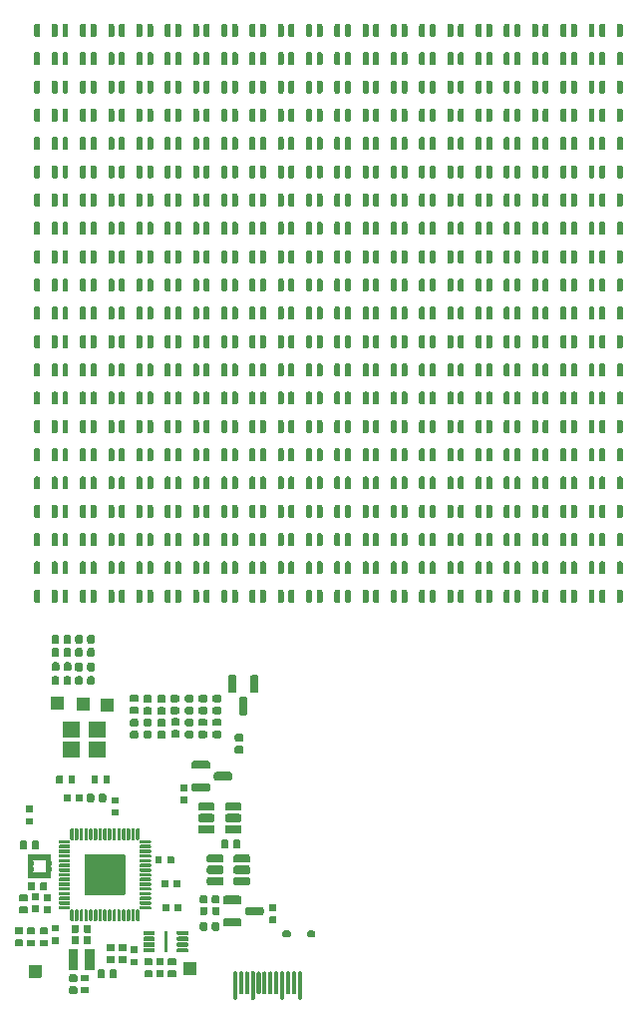
<source format=gbr>
G04 #@! TF.GenerationSoftware,KiCad,Pcbnew,8.0.7*
G04 #@! TF.CreationDate,2025-08-10T23:19:55-04:00*
G04 #@! TF.ProjectId,RP2350_60QFN_minimal,52503233-3530-45f3-9630-51464e5f6d69,REV3*
G04 #@! TF.SameCoordinates,Original*
G04 #@! TF.FileFunction,Soldermask,Top*
G04 #@! TF.FilePolarity,Negative*
%FSLAX46Y46*%
G04 Gerber Fmt 4.6, Leading zero omitted, Abs format (unit mm)*
G04 Created by KiCad (PCBNEW 8.0.7) date 2025-08-10 23:19:55*
%MOMM*%
%LPD*%
G01*
G04 APERTURE LIST*
G04 APERTURE END LIST*
G36*
X19170935Y-82822640D02*
G01*
X19207757Y-82847243D01*
X19232360Y-82884065D01*
X19241000Y-82927500D01*
X19241000Y-85102500D01*
X19232360Y-85145935D01*
X19207757Y-85182757D01*
X19170935Y-85207360D01*
X19127500Y-85216000D01*
X19002500Y-85216000D01*
X18959065Y-85207360D01*
X18922243Y-85182757D01*
X18897640Y-85145935D01*
X18889000Y-85102500D01*
X18889000Y-82927500D01*
X18897640Y-82884065D01*
X18922243Y-82847243D01*
X18959065Y-82822640D01*
X19002500Y-82814000D01*
X19127500Y-82814000D01*
X19170935Y-82822640D01*
G37*
G36*
X20670935Y-82822640D02*
G01*
X20707757Y-82847243D01*
X20732360Y-82884065D01*
X20741000Y-82927500D01*
X20741000Y-85102500D01*
X20732360Y-85145935D01*
X20707757Y-85182757D01*
X20670935Y-85207360D01*
X20627500Y-85216000D01*
X20502500Y-85216000D01*
X20459065Y-85207360D01*
X20422243Y-85182757D01*
X20397640Y-85145935D01*
X20389000Y-85102500D01*
X20389000Y-82927500D01*
X20397640Y-82884065D01*
X20422243Y-82847243D01*
X20459065Y-82822640D01*
X20502500Y-82814000D01*
X20627500Y-82814000D01*
X20670935Y-82822640D01*
G37*
G36*
X23170935Y-82822640D02*
G01*
X23207757Y-82847243D01*
X23232360Y-82884065D01*
X23241000Y-82927500D01*
X23241000Y-85102500D01*
X23232360Y-85145935D01*
X23207757Y-85182757D01*
X23170935Y-85207360D01*
X23127500Y-85216000D01*
X23002500Y-85216000D01*
X22959065Y-85207360D01*
X22922243Y-85182757D01*
X22897640Y-85145935D01*
X22889000Y-85102500D01*
X22889000Y-82927500D01*
X22897640Y-82884065D01*
X22922243Y-82847243D01*
X22959065Y-82822640D01*
X23002500Y-82814000D01*
X23127500Y-82814000D01*
X23170935Y-82822640D01*
G37*
G36*
X24670935Y-82822640D02*
G01*
X24707757Y-82847243D01*
X24732360Y-82884065D01*
X24741000Y-82927500D01*
X24741000Y-85102500D01*
X24732360Y-85145935D01*
X24707757Y-85182757D01*
X24670935Y-85207360D01*
X24627500Y-85216000D01*
X24502500Y-85216000D01*
X24459065Y-85207360D01*
X24422243Y-85182757D01*
X24397640Y-85145935D01*
X24389000Y-85102500D01*
X24389000Y-82927500D01*
X24397640Y-82884065D01*
X24422243Y-82847243D01*
X24459065Y-82822640D01*
X24502500Y-82814000D01*
X24627500Y-82814000D01*
X24670935Y-82822640D01*
G37*
G36*
X19670935Y-82847640D02*
G01*
X19707757Y-82872243D01*
X19732360Y-82909065D01*
X19741000Y-82952500D01*
X19741000Y-84627500D01*
X19732360Y-84670935D01*
X19707757Y-84707757D01*
X19670935Y-84732360D01*
X19627500Y-84741000D01*
X19502500Y-84741000D01*
X19459065Y-84732360D01*
X19422243Y-84707757D01*
X19397640Y-84670935D01*
X19389000Y-84627500D01*
X19389000Y-82952500D01*
X19397640Y-82909065D01*
X19422243Y-82872243D01*
X19459065Y-82847640D01*
X19502500Y-82839000D01*
X19627500Y-82839000D01*
X19670935Y-82847640D01*
G37*
G36*
X20170935Y-82847640D02*
G01*
X20207757Y-82872243D01*
X20232360Y-82909065D01*
X20241000Y-82952500D01*
X20241000Y-84627500D01*
X20232360Y-84670935D01*
X20207757Y-84707757D01*
X20170935Y-84732360D01*
X20127500Y-84741000D01*
X20002500Y-84741000D01*
X19959065Y-84732360D01*
X19922243Y-84707757D01*
X19897640Y-84670935D01*
X19889000Y-84627500D01*
X19889000Y-82952500D01*
X19897640Y-82909065D01*
X19922243Y-82872243D01*
X19959065Y-82847640D01*
X20002500Y-82839000D01*
X20127500Y-82839000D01*
X20170935Y-82847640D01*
G37*
G36*
X21170935Y-82847640D02*
G01*
X21207757Y-82872243D01*
X21232360Y-82909065D01*
X21241000Y-82952500D01*
X21241000Y-84627500D01*
X21232360Y-84670935D01*
X21207757Y-84707757D01*
X21170935Y-84732360D01*
X21127500Y-84741000D01*
X21002500Y-84741000D01*
X20959065Y-84732360D01*
X20922243Y-84707757D01*
X20897640Y-84670935D01*
X20889000Y-84627500D01*
X20889000Y-82952500D01*
X20897640Y-82909065D01*
X20922243Y-82872243D01*
X20959065Y-82847640D01*
X21002500Y-82839000D01*
X21127500Y-82839000D01*
X21170935Y-82847640D01*
G37*
G36*
X21670935Y-82847640D02*
G01*
X21707757Y-82872243D01*
X21732360Y-82909065D01*
X21741000Y-82952500D01*
X21741000Y-84627500D01*
X21732360Y-84670935D01*
X21707757Y-84707757D01*
X21670935Y-84732360D01*
X21627500Y-84741000D01*
X21502500Y-84741000D01*
X21459065Y-84732360D01*
X21422243Y-84707757D01*
X21397640Y-84670935D01*
X21389000Y-84627500D01*
X21389000Y-82952500D01*
X21397640Y-82909065D01*
X21422243Y-82872243D01*
X21459065Y-82847640D01*
X21502500Y-82839000D01*
X21627500Y-82839000D01*
X21670935Y-82847640D01*
G37*
G36*
X22170935Y-82847640D02*
G01*
X22207757Y-82872243D01*
X22232360Y-82909065D01*
X22241000Y-82952500D01*
X22241000Y-84627500D01*
X22232360Y-84670935D01*
X22207757Y-84707757D01*
X22170935Y-84732360D01*
X22127500Y-84741000D01*
X22002500Y-84741000D01*
X21959065Y-84732360D01*
X21922243Y-84707757D01*
X21897640Y-84670935D01*
X21889000Y-84627500D01*
X21889000Y-82952500D01*
X21897640Y-82909065D01*
X21922243Y-82872243D01*
X21959065Y-82847640D01*
X22002500Y-82839000D01*
X22127500Y-82839000D01*
X22170935Y-82847640D01*
G37*
G36*
X22670935Y-82847640D02*
G01*
X22707757Y-82872243D01*
X22732360Y-82909065D01*
X22741000Y-82952500D01*
X22741000Y-84627500D01*
X22732360Y-84670935D01*
X22707757Y-84707757D01*
X22670935Y-84732360D01*
X22627500Y-84741000D01*
X22502500Y-84741000D01*
X22459065Y-84732360D01*
X22422243Y-84707757D01*
X22397640Y-84670935D01*
X22389000Y-84627500D01*
X22389000Y-82952500D01*
X22397640Y-82909065D01*
X22422243Y-82872243D01*
X22459065Y-82847640D01*
X22502500Y-82839000D01*
X22627500Y-82839000D01*
X22670935Y-82847640D01*
G37*
G36*
X23670935Y-82847640D02*
G01*
X23707757Y-82872243D01*
X23732360Y-82909065D01*
X23741000Y-82952500D01*
X23741000Y-84627500D01*
X23732360Y-84670935D01*
X23707757Y-84707757D01*
X23670935Y-84732360D01*
X23627500Y-84741000D01*
X23502500Y-84741000D01*
X23459065Y-84732360D01*
X23422243Y-84707757D01*
X23397640Y-84670935D01*
X23389000Y-84627500D01*
X23389000Y-82952500D01*
X23397640Y-82909065D01*
X23422243Y-82872243D01*
X23459065Y-82847640D01*
X23502500Y-82839000D01*
X23627500Y-82839000D01*
X23670935Y-82847640D01*
G37*
G36*
X24170935Y-82847640D02*
G01*
X24207757Y-82872243D01*
X24232360Y-82909065D01*
X24241000Y-82952500D01*
X24241000Y-84627500D01*
X24232360Y-84670935D01*
X24207757Y-84707757D01*
X24170935Y-84732360D01*
X24127500Y-84741000D01*
X24002500Y-84741000D01*
X23959065Y-84732360D01*
X23922243Y-84707757D01*
X23897640Y-84670935D01*
X23889000Y-84627500D01*
X23889000Y-82952500D01*
X23897640Y-82909065D01*
X23922243Y-82872243D01*
X23959065Y-82847640D01*
X24002500Y-82839000D01*
X24127500Y-82839000D01*
X24170935Y-82847640D01*
G37*
G36*
X5556179Y-84103158D02*
G01*
X5616522Y-84143478D01*
X5656842Y-84203821D01*
X5671000Y-84275000D01*
X5671000Y-84545000D01*
X5656842Y-84616179D01*
X5616522Y-84676522D01*
X5556179Y-84716842D01*
X5485000Y-84731000D01*
X5115000Y-84731000D01*
X5043821Y-84716842D01*
X4983478Y-84676522D01*
X4943158Y-84616179D01*
X4929000Y-84545000D01*
X4929000Y-84275000D01*
X4943158Y-84203821D01*
X4983478Y-84143478D01*
X5043821Y-84103158D01*
X5115000Y-84089000D01*
X5485000Y-84089000D01*
X5556179Y-84103158D01*
G37*
G36*
X6584517Y-84132882D02*
G01*
X6601062Y-84143938D01*
X6612118Y-84160483D01*
X6616000Y-84180000D01*
X6616000Y-84650000D01*
X6612118Y-84669517D01*
X6601062Y-84686062D01*
X6584517Y-84697118D01*
X6565000Y-84701000D01*
X6035000Y-84701000D01*
X6015483Y-84697118D01*
X5998938Y-84686062D01*
X5987882Y-84669517D01*
X5984000Y-84650000D01*
X5984000Y-84180000D01*
X5987882Y-84160483D01*
X5998938Y-84143938D01*
X6015483Y-84132882D01*
X6035000Y-84129000D01*
X6565000Y-84129000D01*
X6584517Y-84132882D01*
G37*
G36*
X5556179Y-83083158D02*
G01*
X5616522Y-83123478D01*
X5656842Y-83183821D01*
X5671000Y-83255000D01*
X5671000Y-83525000D01*
X5656842Y-83596179D01*
X5616522Y-83656522D01*
X5556179Y-83696842D01*
X5485000Y-83711000D01*
X5115000Y-83711000D01*
X5043821Y-83696842D01*
X4983478Y-83656522D01*
X4943158Y-83596179D01*
X4929000Y-83525000D01*
X4929000Y-83255000D01*
X4943158Y-83183821D01*
X4983478Y-83123478D01*
X5043821Y-83083158D01*
X5115000Y-83069000D01*
X5485000Y-83069000D01*
X5556179Y-83083158D01*
G37*
G36*
X6584517Y-83102882D02*
G01*
X6601062Y-83113938D01*
X6612118Y-83130483D01*
X6616000Y-83150000D01*
X6616000Y-83620000D01*
X6612118Y-83639517D01*
X6601062Y-83656062D01*
X6584517Y-83667118D01*
X6565000Y-83671000D01*
X6035000Y-83671000D01*
X6015483Y-83667118D01*
X5998938Y-83656062D01*
X5987882Y-83639517D01*
X5984000Y-83620000D01*
X5984000Y-83150000D01*
X5987882Y-83130483D01*
X5998938Y-83113938D01*
X6015483Y-83102882D01*
X6035000Y-83099000D01*
X6565000Y-83099000D01*
X6584517Y-83102882D01*
G37*
G36*
X7896179Y-82643158D02*
G01*
X7956522Y-82683478D01*
X7996842Y-82743821D01*
X8011000Y-82815000D01*
X8011000Y-83185000D01*
X7996842Y-83256179D01*
X7956522Y-83316522D01*
X7896179Y-83356842D01*
X7825000Y-83371000D01*
X7555000Y-83371000D01*
X7483821Y-83356842D01*
X7423478Y-83316522D01*
X7383158Y-83256179D01*
X7369000Y-83185000D01*
X7369000Y-82815000D01*
X7383158Y-82743821D01*
X7423478Y-82683478D01*
X7483821Y-82643158D01*
X7555000Y-82629000D01*
X7825000Y-82629000D01*
X7896179Y-82643158D01*
G37*
G36*
X8916179Y-82643158D02*
G01*
X8976522Y-82683478D01*
X9016842Y-82743821D01*
X9031000Y-82815000D01*
X9031000Y-83185000D01*
X9016842Y-83256179D01*
X8976522Y-83316522D01*
X8916179Y-83356842D01*
X8845000Y-83371000D01*
X8575000Y-83371000D01*
X8503821Y-83356842D01*
X8443478Y-83316522D01*
X8403158Y-83256179D01*
X8389000Y-83185000D01*
X8389000Y-82815000D01*
X8403158Y-82743821D01*
X8443478Y-82683478D01*
X8503821Y-82643158D01*
X8575000Y-82629000D01*
X8845000Y-82629000D01*
X8916179Y-82643158D01*
G37*
G36*
X2589517Y-82252882D02*
G01*
X2606062Y-82263938D01*
X2617118Y-82280483D01*
X2621000Y-82300000D01*
X2621000Y-83300000D01*
X2617118Y-83319517D01*
X2606062Y-83336062D01*
X2589517Y-83347118D01*
X2570000Y-83351000D01*
X1570000Y-83351000D01*
X1550483Y-83347118D01*
X1533938Y-83336062D01*
X1522882Y-83319517D01*
X1519000Y-83300000D01*
X1519000Y-82300000D01*
X1522882Y-82280483D01*
X1533938Y-82263938D01*
X1550483Y-82252882D01*
X1570000Y-82249000D01*
X2570000Y-82249000D01*
X2589517Y-82252882D01*
G37*
G36*
X13956179Y-82703158D02*
G01*
X14016522Y-82743478D01*
X14056842Y-82803821D01*
X14071000Y-82875000D01*
X14071000Y-83145000D01*
X14056842Y-83216179D01*
X14016522Y-83276522D01*
X13956179Y-83316842D01*
X13885000Y-83331000D01*
X13515000Y-83331000D01*
X13443821Y-83316842D01*
X13383478Y-83276522D01*
X13343158Y-83216179D01*
X13329000Y-83145000D01*
X13329000Y-82875000D01*
X13343158Y-82803821D01*
X13383478Y-82743478D01*
X13443821Y-82703158D01*
X13515000Y-82689000D01*
X13885000Y-82689000D01*
X13956179Y-82703158D01*
G37*
G36*
X11984517Y-82747882D02*
G01*
X12001062Y-82758938D01*
X12012118Y-82775483D01*
X12016000Y-82795000D01*
X12016000Y-83265000D01*
X12012118Y-83284517D01*
X12001062Y-83301062D01*
X11984517Y-83312118D01*
X11965000Y-83316000D01*
X11435000Y-83316000D01*
X11415483Y-83312118D01*
X11398938Y-83301062D01*
X11387882Y-83284517D01*
X11384000Y-83265000D01*
X11384000Y-82795000D01*
X11387882Y-82775483D01*
X11398938Y-82758938D01*
X11415483Y-82747882D01*
X11435000Y-82744000D01*
X11965000Y-82744000D01*
X11984517Y-82747882D01*
G37*
G36*
X12984517Y-82717882D02*
G01*
X13001062Y-82728938D01*
X13012118Y-82745483D01*
X13016000Y-82765000D01*
X13016000Y-83235000D01*
X13012118Y-83254517D01*
X13001062Y-83271062D01*
X12984517Y-83282118D01*
X12965000Y-83286000D01*
X12435000Y-83286000D01*
X12415483Y-83282118D01*
X12398938Y-83271062D01*
X12387882Y-83254517D01*
X12384000Y-83235000D01*
X12384000Y-82765000D01*
X12387882Y-82745483D01*
X12398938Y-82728938D01*
X12415483Y-82717882D01*
X12435000Y-82714000D01*
X12965000Y-82714000D01*
X12984517Y-82717882D01*
G37*
G36*
X15709517Y-82022882D02*
G01*
X15726062Y-82033938D01*
X15737118Y-82050483D01*
X15741000Y-82070000D01*
X15741000Y-83070000D01*
X15737118Y-83089517D01*
X15726062Y-83106062D01*
X15709517Y-83117118D01*
X15690000Y-83121000D01*
X14690000Y-83121000D01*
X14670483Y-83117118D01*
X14653938Y-83106062D01*
X14642882Y-83089517D01*
X14639000Y-83070000D01*
X14639000Y-82070000D01*
X14642882Y-82050483D01*
X14653938Y-82033938D01*
X14670483Y-82022882D01*
X14690000Y-82019000D01*
X15690000Y-82019000D01*
X15709517Y-82022882D01*
G37*
G36*
X5669517Y-80927882D02*
G01*
X5686062Y-80938938D01*
X5697118Y-80955483D01*
X5701000Y-80975000D01*
X5701000Y-82675000D01*
X5697118Y-82694517D01*
X5686062Y-82711062D01*
X5669517Y-82722118D01*
X5650000Y-82726000D01*
X4950000Y-82726000D01*
X4930483Y-82722118D01*
X4913938Y-82711062D01*
X4902882Y-82694517D01*
X4899000Y-82675000D01*
X4899000Y-80975000D01*
X4902882Y-80955483D01*
X4913938Y-80938938D01*
X4930483Y-80927882D01*
X4950000Y-80924000D01*
X5650000Y-80924000D01*
X5669517Y-80927882D01*
G37*
G36*
X7069517Y-80927882D02*
G01*
X7086062Y-80938938D01*
X7097118Y-80955483D01*
X7101000Y-80975000D01*
X7101000Y-82675000D01*
X7097118Y-82694517D01*
X7086062Y-82711062D01*
X7069517Y-82722118D01*
X7050000Y-82726000D01*
X6350000Y-82726000D01*
X6330483Y-82722118D01*
X6313938Y-82711062D01*
X6302882Y-82694517D01*
X6299000Y-82675000D01*
X6299000Y-80975000D01*
X6302882Y-80955483D01*
X6313938Y-80938938D01*
X6330483Y-80927882D01*
X6350000Y-80924000D01*
X7050000Y-80924000D01*
X7069517Y-80927882D01*
G37*
G36*
X10784517Y-81747882D02*
G01*
X10801062Y-81758938D01*
X10812118Y-81775483D01*
X10816000Y-81795000D01*
X10816000Y-82265000D01*
X10812118Y-82284517D01*
X10801062Y-82301062D01*
X10784517Y-82312118D01*
X10765000Y-82316000D01*
X10235000Y-82316000D01*
X10215483Y-82312118D01*
X10198938Y-82301062D01*
X10187882Y-82284517D01*
X10184000Y-82265000D01*
X10184000Y-81795000D01*
X10187882Y-81775483D01*
X10198938Y-81758938D01*
X10215483Y-81747882D01*
X10235000Y-81744000D01*
X10765000Y-81744000D01*
X10784517Y-81747882D01*
G37*
G36*
X13956179Y-81683158D02*
G01*
X14016522Y-81723478D01*
X14056842Y-81783821D01*
X14071000Y-81855000D01*
X14071000Y-82125000D01*
X14056842Y-82196179D01*
X14016522Y-82256522D01*
X13956179Y-82296842D01*
X13885000Y-82311000D01*
X13515000Y-82311000D01*
X13443821Y-82296842D01*
X13383478Y-82256522D01*
X13343158Y-82196179D01*
X13329000Y-82125000D01*
X13329000Y-81855000D01*
X13343158Y-81783821D01*
X13383478Y-81723478D01*
X13443821Y-81683158D01*
X13515000Y-81669000D01*
X13885000Y-81669000D01*
X13956179Y-81683158D01*
G37*
G36*
X11984517Y-81717882D02*
G01*
X12001062Y-81728938D01*
X12012118Y-81745483D01*
X12016000Y-81765000D01*
X12016000Y-82235000D01*
X12012118Y-82254517D01*
X12001062Y-82271062D01*
X11984517Y-82282118D01*
X11965000Y-82286000D01*
X11435000Y-82286000D01*
X11415483Y-82282118D01*
X11398938Y-82271062D01*
X11387882Y-82254517D01*
X11384000Y-82235000D01*
X11384000Y-81765000D01*
X11387882Y-81745483D01*
X11398938Y-81728938D01*
X11415483Y-81717882D01*
X11435000Y-81714000D01*
X11965000Y-81714000D01*
X11984517Y-81717882D01*
G37*
G36*
X12984517Y-81687882D02*
G01*
X13001062Y-81698938D01*
X13012118Y-81715483D01*
X13016000Y-81735000D01*
X13016000Y-82205000D01*
X13012118Y-82224517D01*
X13001062Y-82241062D01*
X12984517Y-82252118D01*
X12965000Y-82256000D01*
X12435000Y-82256000D01*
X12415483Y-82252118D01*
X12398938Y-82241062D01*
X12387882Y-82224517D01*
X12384000Y-82205000D01*
X12384000Y-81735000D01*
X12387882Y-81715483D01*
X12398938Y-81698938D01*
X12415483Y-81687882D01*
X12435000Y-81684000D01*
X12965000Y-81684000D01*
X12984517Y-81687882D01*
G37*
G36*
X8756179Y-81513158D02*
G01*
X8816522Y-81553478D01*
X8856842Y-81613821D01*
X8871000Y-81685000D01*
X8871000Y-81955000D01*
X8856842Y-82026179D01*
X8816522Y-82086522D01*
X8756179Y-82126842D01*
X8685000Y-82141000D01*
X8315000Y-82141000D01*
X8243821Y-82126842D01*
X8183478Y-82086522D01*
X8143158Y-82026179D01*
X8129000Y-81955000D01*
X8129000Y-81685000D01*
X8143158Y-81613821D01*
X8183478Y-81553478D01*
X8243821Y-81513158D01*
X8315000Y-81499000D01*
X8685000Y-81499000D01*
X8756179Y-81513158D01*
G37*
G36*
X9756179Y-81513158D02*
G01*
X9816522Y-81553478D01*
X9856842Y-81613821D01*
X9871000Y-81685000D01*
X9871000Y-81955000D01*
X9856842Y-82026179D01*
X9816522Y-82086522D01*
X9756179Y-82126842D01*
X9685000Y-82141000D01*
X9315000Y-82141000D01*
X9243821Y-82126842D01*
X9183478Y-82086522D01*
X9143158Y-82026179D01*
X9129000Y-81955000D01*
X9129000Y-81685000D01*
X9143158Y-81613821D01*
X9183478Y-81553478D01*
X9243821Y-81513158D01*
X9315000Y-81499000D01*
X9685000Y-81499000D01*
X9756179Y-81513158D01*
G37*
G36*
X10784517Y-80717882D02*
G01*
X10801062Y-80728938D01*
X10812118Y-80745483D01*
X10816000Y-80765000D01*
X10816000Y-81235000D01*
X10812118Y-81254517D01*
X10801062Y-81271062D01*
X10784517Y-81282118D01*
X10765000Y-81286000D01*
X10235000Y-81286000D01*
X10215483Y-81282118D01*
X10198938Y-81271062D01*
X10187882Y-81254517D01*
X10184000Y-81235000D01*
X10184000Y-80765000D01*
X10187882Y-80745483D01*
X10198938Y-80728938D01*
X10215483Y-80717882D01*
X10235000Y-80714000D01*
X10765000Y-80714000D01*
X10784517Y-80717882D01*
G37*
G36*
X12180935Y-80882640D02*
G01*
X12217757Y-80907243D01*
X12242360Y-80944065D01*
X12251000Y-80987500D01*
X12251000Y-81112500D01*
X12242360Y-81155935D01*
X12217757Y-81192757D01*
X12180935Y-81217360D01*
X12137500Y-81226000D01*
X11362500Y-81226000D01*
X11319065Y-81217360D01*
X11282243Y-81192757D01*
X11257640Y-81155935D01*
X11249000Y-81112500D01*
X11249000Y-80987500D01*
X11257640Y-80944065D01*
X11282243Y-80907243D01*
X11319065Y-80882640D01*
X11362500Y-80874000D01*
X12137500Y-80874000D01*
X12180935Y-80882640D01*
G37*
G36*
X15030935Y-80882640D02*
G01*
X15067757Y-80907243D01*
X15092360Y-80944065D01*
X15101000Y-80987500D01*
X15101000Y-81112500D01*
X15092360Y-81155935D01*
X15067757Y-81192757D01*
X15030935Y-81217360D01*
X14987500Y-81226000D01*
X14212500Y-81226000D01*
X14169065Y-81217360D01*
X14132243Y-81192757D01*
X14107640Y-81155935D01*
X14099000Y-81112500D01*
X14099000Y-80987500D01*
X14107640Y-80944065D01*
X14132243Y-80907243D01*
X14169065Y-80882640D01*
X14212500Y-80874000D01*
X14987500Y-80874000D01*
X15030935Y-80882640D01*
G37*
G36*
X13294517Y-79452882D02*
G01*
X13311062Y-79463938D01*
X13322118Y-79480483D01*
X13326000Y-79500000D01*
X13326000Y-81100000D01*
X13322118Y-81119517D01*
X13311062Y-81136062D01*
X13294517Y-81147118D01*
X13275000Y-81151000D01*
X13075000Y-81151000D01*
X13055483Y-81147118D01*
X13038938Y-81136062D01*
X13027882Y-81119517D01*
X13024000Y-81100000D01*
X13024000Y-79500000D01*
X13027882Y-79480483D01*
X13038938Y-79463938D01*
X13055483Y-79452882D01*
X13075000Y-79449000D01*
X13275000Y-79449000D01*
X13294517Y-79452882D01*
G37*
G36*
X8756179Y-80493158D02*
G01*
X8816522Y-80533478D01*
X8856842Y-80593821D01*
X8871000Y-80665000D01*
X8871000Y-80935000D01*
X8856842Y-81006179D01*
X8816522Y-81066522D01*
X8756179Y-81106842D01*
X8685000Y-81121000D01*
X8315000Y-81121000D01*
X8243821Y-81106842D01*
X8183478Y-81066522D01*
X8143158Y-81006179D01*
X8129000Y-80935000D01*
X8129000Y-80665000D01*
X8143158Y-80593821D01*
X8183478Y-80533478D01*
X8243821Y-80493158D01*
X8315000Y-80479000D01*
X8685000Y-80479000D01*
X8756179Y-80493158D01*
G37*
G36*
X9756179Y-80493158D02*
G01*
X9816522Y-80533478D01*
X9856842Y-80593821D01*
X9871000Y-80665000D01*
X9871000Y-80935000D01*
X9856842Y-81006179D01*
X9816522Y-81066522D01*
X9756179Y-81106842D01*
X9685000Y-81121000D01*
X9315000Y-81121000D01*
X9243821Y-81106842D01*
X9183478Y-81066522D01*
X9143158Y-81006179D01*
X9129000Y-80935000D01*
X9129000Y-80665000D01*
X9143158Y-80593821D01*
X9183478Y-80533478D01*
X9243821Y-80493158D01*
X9315000Y-80479000D01*
X9685000Y-80479000D01*
X9756179Y-80493158D01*
G37*
G36*
X12180935Y-80382640D02*
G01*
X12217757Y-80407243D01*
X12242360Y-80444065D01*
X12251000Y-80487500D01*
X12251000Y-80612500D01*
X12242360Y-80655935D01*
X12217757Y-80692757D01*
X12180935Y-80717360D01*
X12137500Y-80726000D01*
X11362500Y-80726000D01*
X11319065Y-80717360D01*
X11282243Y-80692757D01*
X11257640Y-80655935D01*
X11249000Y-80612500D01*
X11249000Y-80487500D01*
X11257640Y-80444065D01*
X11282243Y-80407243D01*
X11319065Y-80382640D01*
X11362500Y-80374000D01*
X12137500Y-80374000D01*
X12180935Y-80382640D01*
G37*
G36*
X15030935Y-80382640D02*
G01*
X15067757Y-80407243D01*
X15092360Y-80444065D01*
X15101000Y-80487500D01*
X15101000Y-80612500D01*
X15092360Y-80655935D01*
X15067757Y-80692757D01*
X15030935Y-80717360D01*
X14987500Y-80726000D01*
X14212500Y-80726000D01*
X14169065Y-80717360D01*
X14132243Y-80692757D01*
X14107640Y-80655935D01*
X14099000Y-80612500D01*
X14099000Y-80487500D01*
X14107640Y-80444065D01*
X14132243Y-80407243D01*
X14169065Y-80382640D01*
X14212500Y-80374000D01*
X14987500Y-80374000D01*
X15030935Y-80382640D01*
G37*
G36*
X1984517Y-80147882D02*
G01*
X2001062Y-80158938D01*
X2012118Y-80175483D01*
X2016000Y-80195000D01*
X2016000Y-80665000D01*
X2012118Y-80684517D01*
X2001062Y-80701062D01*
X1984517Y-80712118D01*
X1965000Y-80716000D01*
X1435000Y-80716000D01*
X1415483Y-80712118D01*
X1398938Y-80701062D01*
X1387882Y-80684517D01*
X1384000Y-80665000D01*
X1384000Y-80195000D01*
X1387882Y-80175483D01*
X1398938Y-80158938D01*
X1415483Y-80147882D01*
X1435000Y-80144000D01*
X1965000Y-80144000D01*
X1984517Y-80147882D01*
G37*
G36*
X3084517Y-80147882D02*
G01*
X3101062Y-80158938D01*
X3112118Y-80175483D01*
X3116000Y-80195000D01*
X3116000Y-80665000D01*
X3112118Y-80684517D01*
X3101062Y-80701062D01*
X3084517Y-80712118D01*
X3065000Y-80716000D01*
X2535000Y-80716000D01*
X2515483Y-80712118D01*
X2498938Y-80701062D01*
X2487882Y-80684517D01*
X2484000Y-80665000D01*
X2484000Y-80195000D01*
X2487882Y-80175483D01*
X2498938Y-80158938D01*
X2515483Y-80147882D01*
X2535000Y-80144000D01*
X3065000Y-80144000D01*
X3084517Y-80147882D01*
G37*
G36*
X984517Y-80132882D02*
G01*
X1001062Y-80143938D01*
X1012118Y-80160483D01*
X1016000Y-80180000D01*
X1016000Y-80650000D01*
X1012118Y-80669517D01*
X1001062Y-80686062D01*
X984517Y-80697118D01*
X965000Y-80701000D01*
X435000Y-80701000D01*
X415483Y-80697118D01*
X398938Y-80686062D01*
X387882Y-80669517D01*
X384000Y-80650000D01*
X384000Y-80180000D01*
X387882Y-80160483D01*
X398938Y-80143938D01*
X415483Y-80132882D01*
X435000Y-80129000D01*
X965000Y-80129000D01*
X984517Y-80132882D01*
G37*
G36*
X5739517Y-79862882D02*
G01*
X5756062Y-79873938D01*
X5767118Y-79890483D01*
X5771000Y-79910000D01*
X5771000Y-80440000D01*
X5767118Y-80459517D01*
X5756062Y-80476062D01*
X5739517Y-80487118D01*
X5720000Y-80491000D01*
X5250000Y-80491000D01*
X5230483Y-80487118D01*
X5213938Y-80476062D01*
X5202882Y-80459517D01*
X5199000Y-80440000D01*
X5199000Y-79910000D01*
X5202882Y-79890483D01*
X5213938Y-79873938D01*
X5230483Y-79862882D01*
X5250000Y-79859000D01*
X5720000Y-79859000D01*
X5739517Y-79862882D01*
G37*
G36*
X6769517Y-79862882D02*
G01*
X6786062Y-79873938D01*
X6797118Y-79890483D01*
X6801000Y-79910000D01*
X6801000Y-80440000D01*
X6797118Y-80459517D01*
X6786062Y-80476062D01*
X6769517Y-80487118D01*
X6750000Y-80491000D01*
X6280000Y-80491000D01*
X6260483Y-80487118D01*
X6243938Y-80476062D01*
X6232882Y-80459517D01*
X6229000Y-80440000D01*
X6229000Y-79910000D01*
X6232882Y-79890483D01*
X6243938Y-79873938D01*
X6260483Y-79862882D01*
X6280000Y-79859000D01*
X6750000Y-79859000D01*
X6769517Y-79862882D01*
G37*
G36*
X4084517Y-79907882D02*
G01*
X4101062Y-79918938D01*
X4112118Y-79935483D01*
X4116000Y-79955000D01*
X4116000Y-80425000D01*
X4112118Y-80444517D01*
X4101062Y-80461062D01*
X4084517Y-80472118D01*
X4065000Y-80476000D01*
X3535000Y-80476000D01*
X3515483Y-80472118D01*
X3498938Y-80461062D01*
X3487882Y-80444517D01*
X3484000Y-80425000D01*
X3484000Y-79955000D01*
X3487882Y-79935483D01*
X3498938Y-79918938D01*
X3515483Y-79907882D01*
X3535000Y-79904000D01*
X4065000Y-79904000D01*
X4084517Y-79907882D01*
G37*
G36*
X12180935Y-79882640D02*
G01*
X12217757Y-79907243D01*
X12242360Y-79944065D01*
X12251000Y-79987500D01*
X12251000Y-80112500D01*
X12242360Y-80155935D01*
X12217757Y-80192757D01*
X12180935Y-80217360D01*
X12137500Y-80226000D01*
X11362500Y-80226000D01*
X11319065Y-80217360D01*
X11282243Y-80192757D01*
X11257640Y-80155935D01*
X11249000Y-80112500D01*
X11249000Y-79987500D01*
X11257640Y-79944065D01*
X11282243Y-79907243D01*
X11319065Y-79882640D01*
X11362500Y-79874000D01*
X12137500Y-79874000D01*
X12180935Y-79882640D01*
G37*
G36*
X15030935Y-79882640D02*
G01*
X15067757Y-79907243D01*
X15092360Y-79944065D01*
X15101000Y-79987500D01*
X15101000Y-80112500D01*
X15092360Y-80155935D01*
X15067757Y-80192757D01*
X15030935Y-80217360D01*
X14987500Y-80226000D01*
X14212500Y-80226000D01*
X14169065Y-80217360D01*
X14132243Y-80192757D01*
X14107640Y-80155935D01*
X14099000Y-80112500D01*
X14099000Y-79987500D01*
X14107640Y-79944065D01*
X14132243Y-79907243D01*
X14169065Y-79882640D01*
X14212500Y-79874000D01*
X14987500Y-79874000D01*
X15030935Y-79882640D01*
G37*
G36*
X23680069Y-79376446D02*
G01*
X23733112Y-79411888D01*
X23768554Y-79464931D01*
X23781000Y-79527500D01*
X23781000Y-79752500D01*
X23768554Y-79815069D01*
X23733112Y-79868112D01*
X23680069Y-79903554D01*
X23617500Y-79916000D01*
X23242500Y-79916000D01*
X23179931Y-79903554D01*
X23126888Y-79868112D01*
X23091446Y-79815069D01*
X23079000Y-79752500D01*
X23079000Y-79527500D01*
X23091446Y-79464931D01*
X23126888Y-79411888D01*
X23179931Y-79376446D01*
X23242500Y-79364000D01*
X23617500Y-79364000D01*
X23680069Y-79376446D01*
G37*
G36*
X25780069Y-79376446D02*
G01*
X25833112Y-79411888D01*
X25868554Y-79464931D01*
X25881000Y-79527500D01*
X25881000Y-79752500D01*
X25868554Y-79815069D01*
X25833112Y-79868112D01*
X25780069Y-79903554D01*
X25717500Y-79916000D01*
X25342500Y-79916000D01*
X25279931Y-79903554D01*
X25226888Y-79868112D01*
X25191446Y-79815069D01*
X25179000Y-79752500D01*
X25179000Y-79527500D01*
X25191446Y-79464931D01*
X25226888Y-79411888D01*
X25279931Y-79376446D01*
X25342500Y-79364000D01*
X25717500Y-79364000D01*
X25780069Y-79376446D01*
G37*
G36*
X12180935Y-79382640D02*
G01*
X12217757Y-79407243D01*
X12242360Y-79444065D01*
X12251000Y-79487500D01*
X12251000Y-79612500D01*
X12242360Y-79655935D01*
X12217757Y-79692757D01*
X12180935Y-79717360D01*
X12137500Y-79726000D01*
X11362500Y-79726000D01*
X11319065Y-79717360D01*
X11282243Y-79692757D01*
X11257640Y-79655935D01*
X11249000Y-79612500D01*
X11249000Y-79487500D01*
X11257640Y-79444065D01*
X11282243Y-79407243D01*
X11319065Y-79382640D01*
X11362500Y-79374000D01*
X12137500Y-79374000D01*
X12180935Y-79382640D01*
G37*
G36*
X15030935Y-79382640D02*
G01*
X15067757Y-79407243D01*
X15092360Y-79444065D01*
X15101000Y-79487500D01*
X15101000Y-79612500D01*
X15092360Y-79655935D01*
X15067757Y-79692757D01*
X15030935Y-79717360D01*
X14987500Y-79726000D01*
X14212500Y-79726000D01*
X14169065Y-79717360D01*
X14132243Y-79692757D01*
X14107640Y-79655935D01*
X14099000Y-79612500D01*
X14099000Y-79487500D01*
X14107640Y-79444065D01*
X14132243Y-79407243D01*
X14169065Y-79382640D01*
X14212500Y-79374000D01*
X14987500Y-79374000D01*
X15030935Y-79382640D01*
G37*
G36*
X1984517Y-79117882D02*
G01*
X2001062Y-79128938D01*
X2012118Y-79145483D01*
X2016000Y-79165000D01*
X2016000Y-79635000D01*
X2012118Y-79654517D01*
X2001062Y-79671062D01*
X1984517Y-79682118D01*
X1965000Y-79686000D01*
X1435000Y-79686000D01*
X1415483Y-79682118D01*
X1398938Y-79671062D01*
X1387882Y-79654517D01*
X1384000Y-79635000D01*
X1384000Y-79165000D01*
X1387882Y-79145483D01*
X1398938Y-79128938D01*
X1415483Y-79117882D01*
X1435000Y-79114000D01*
X1965000Y-79114000D01*
X1984517Y-79117882D01*
G37*
G36*
X3084517Y-79117882D02*
G01*
X3101062Y-79128938D01*
X3112118Y-79145483D01*
X3116000Y-79165000D01*
X3116000Y-79635000D01*
X3112118Y-79654517D01*
X3101062Y-79671062D01*
X3084517Y-79682118D01*
X3065000Y-79686000D01*
X2535000Y-79686000D01*
X2515483Y-79682118D01*
X2498938Y-79671062D01*
X2487882Y-79654517D01*
X2484000Y-79635000D01*
X2484000Y-79165000D01*
X2487882Y-79145483D01*
X2498938Y-79128938D01*
X2515483Y-79117882D01*
X2535000Y-79114000D01*
X3065000Y-79114000D01*
X3084517Y-79117882D01*
G37*
G36*
X984517Y-79102882D02*
G01*
X1001062Y-79113938D01*
X1012118Y-79130483D01*
X1016000Y-79150000D01*
X1016000Y-79620000D01*
X1012118Y-79639517D01*
X1001062Y-79656062D01*
X984517Y-79667118D01*
X965000Y-79671000D01*
X435000Y-79671000D01*
X415483Y-79667118D01*
X398938Y-79656062D01*
X387882Y-79639517D01*
X384000Y-79620000D01*
X384000Y-79150000D01*
X387882Y-79130483D01*
X398938Y-79113938D01*
X415483Y-79102882D01*
X435000Y-79099000D01*
X965000Y-79099000D01*
X984517Y-79102882D01*
G37*
G36*
X5739517Y-78912882D02*
G01*
X5756062Y-78923938D01*
X5767118Y-78940483D01*
X5771000Y-78960000D01*
X5771000Y-79490000D01*
X5767118Y-79509517D01*
X5756062Y-79526062D01*
X5739517Y-79537118D01*
X5720000Y-79541000D01*
X5250000Y-79541000D01*
X5230483Y-79537118D01*
X5213938Y-79526062D01*
X5202882Y-79509517D01*
X5199000Y-79490000D01*
X5199000Y-78960000D01*
X5202882Y-78940483D01*
X5213938Y-78923938D01*
X5230483Y-78912882D01*
X5250000Y-78909000D01*
X5720000Y-78909000D01*
X5739517Y-78912882D01*
G37*
G36*
X6769517Y-78912882D02*
G01*
X6786062Y-78923938D01*
X6797118Y-78940483D01*
X6801000Y-78960000D01*
X6801000Y-79490000D01*
X6797118Y-79509517D01*
X6786062Y-79526062D01*
X6769517Y-79537118D01*
X6750000Y-79541000D01*
X6280000Y-79541000D01*
X6260483Y-79537118D01*
X6243938Y-79526062D01*
X6232882Y-79509517D01*
X6229000Y-79490000D01*
X6229000Y-78960000D01*
X6232882Y-78940483D01*
X6243938Y-78923938D01*
X6260483Y-78912882D01*
X6280000Y-78909000D01*
X6750000Y-78909000D01*
X6769517Y-78912882D01*
G37*
G36*
X4084517Y-78877882D02*
G01*
X4101062Y-78888938D01*
X4112118Y-78905483D01*
X4116000Y-78925000D01*
X4116000Y-79395000D01*
X4112118Y-79414517D01*
X4101062Y-79431062D01*
X4084517Y-79442118D01*
X4065000Y-79446000D01*
X3535000Y-79446000D01*
X3515483Y-79442118D01*
X3498938Y-79431062D01*
X3487882Y-79414517D01*
X3484000Y-79395000D01*
X3484000Y-78925000D01*
X3487882Y-78905483D01*
X3498938Y-78888938D01*
X3515483Y-78877882D01*
X3535000Y-78874000D01*
X4065000Y-78874000D01*
X4084517Y-78877882D01*
G37*
G36*
X16586179Y-78643158D02*
G01*
X16646522Y-78683478D01*
X16686842Y-78743821D01*
X16701000Y-78815000D01*
X16701000Y-79185000D01*
X16686842Y-79256179D01*
X16646522Y-79316522D01*
X16586179Y-79356842D01*
X16515000Y-79371000D01*
X16245000Y-79371000D01*
X16173821Y-79356842D01*
X16113478Y-79316522D01*
X16073158Y-79256179D01*
X16059000Y-79185000D01*
X16059000Y-78815000D01*
X16073158Y-78743821D01*
X16113478Y-78683478D01*
X16173821Y-78643158D01*
X16245000Y-78629000D01*
X16515000Y-78629000D01*
X16586179Y-78643158D01*
G37*
G36*
X17606179Y-78643158D02*
G01*
X17666522Y-78683478D01*
X17706842Y-78743821D01*
X17721000Y-78815000D01*
X17721000Y-79185000D01*
X17706842Y-79256179D01*
X17666522Y-79316522D01*
X17606179Y-79356842D01*
X17535000Y-79371000D01*
X17265000Y-79371000D01*
X17193821Y-79356842D01*
X17133478Y-79316522D01*
X17093158Y-79256179D01*
X17079000Y-79185000D01*
X17079000Y-78815000D01*
X17093158Y-78743821D01*
X17133478Y-78683478D01*
X17193821Y-78643158D01*
X17265000Y-78629000D01*
X17535000Y-78629000D01*
X17606179Y-78643158D01*
G37*
G36*
X19489419Y-78314300D02*
G01*
X19554628Y-78357872D01*
X19598200Y-78423081D01*
X19613500Y-78500000D01*
X19613500Y-78800000D01*
X19598200Y-78876919D01*
X19554628Y-78942128D01*
X19489419Y-78985700D01*
X19412500Y-79001000D01*
X18237500Y-79001000D01*
X18160581Y-78985700D01*
X18095372Y-78942128D01*
X18051800Y-78876919D01*
X18036500Y-78800000D01*
X18036500Y-78500000D01*
X18051800Y-78423081D01*
X18095372Y-78357872D01*
X18160581Y-78314300D01*
X18237500Y-78299000D01*
X19412500Y-78299000D01*
X19489419Y-78314300D01*
G37*
G36*
X22554517Y-78187882D02*
G01*
X22571062Y-78198938D01*
X22582118Y-78215483D01*
X22586000Y-78235000D01*
X22586000Y-78705000D01*
X22582118Y-78724517D01*
X22571062Y-78741062D01*
X22554517Y-78752118D01*
X22535000Y-78756000D01*
X22005000Y-78756000D01*
X21985483Y-78752118D01*
X21968938Y-78741062D01*
X21957882Y-78724517D01*
X21954000Y-78705000D01*
X21954000Y-78235000D01*
X21957882Y-78215483D01*
X21968938Y-78198938D01*
X21985483Y-78187882D01*
X22005000Y-78184000D01*
X22535000Y-78184000D01*
X22554517Y-78187882D01*
G37*
G36*
X5245574Y-77574000D02*
G01*
X5250000Y-77574000D01*
X5288651Y-77581688D01*
X5321418Y-77603582D01*
X5343312Y-77636349D01*
X5351000Y-77675000D01*
X5351000Y-78450000D01*
X5343312Y-78488651D01*
X5321418Y-78521418D01*
X5288651Y-78543312D01*
X5250000Y-78551000D01*
X5150000Y-78551000D01*
X5111349Y-78543312D01*
X5078582Y-78521418D01*
X5056688Y-78488651D01*
X5049000Y-78450000D01*
X5049000Y-77675000D01*
X5052882Y-77655483D01*
X5063936Y-77638938D01*
X5067071Y-77635803D01*
X5110803Y-77592070D01*
X5110811Y-77592064D01*
X5113938Y-77588938D01*
X5130483Y-77577883D01*
X5150000Y-77574000D01*
X5154424Y-77574000D01*
X5154429Y-77573999D01*
X5245569Y-77573999D01*
X5245574Y-77574000D01*
G37*
G36*
X5688651Y-77581688D02*
G01*
X5721418Y-77603582D01*
X5743312Y-77636349D01*
X5751000Y-77675000D01*
X5751000Y-78450000D01*
X5743312Y-78488651D01*
X5721418Y-78521418D01*
X5688651Y-78543312D01*
X5650000Y-78551000D01*
X5550000Y-78551000D01*
X5511349Y-78543312D01*
X5478582Y-78521418D01*
X5456688Y-78488651D01*
X5449000Y-78450000D01*
X5449000Y-77675000D01*
X5456688Y-77636349D01*
X5478582Y-77603582D01*
X5511349Y-77581688D01*
X5550000Y-77574000D01*
X5650000Y-77574000D01*
X5688651Y-77581688D01*
G37*
G36*
X6088651Y-77581688D02*
G01*
X6121418Y-77603582D01*
X6143312Y-77636349D01*
X6151000Y-77675000D01*
X6151000Y-78450000D01*
X6143312Y-78488651D01*
X6121418Y-78521418D01*
X6088651Y-78543312D01*
X6050000Y-78551000D01*
X5950000Y-78551000D01*
X5911349Y-78543312D01*
X5878582Y-78521418D01*
X5856688Y-78488651D01*
X5849000Y-78450000D01*
X5849000Y-77675000D01*
X5856688Y-77636349D01*
X5878582Y-77603582D01*
X5911349Y-77581688D01*
X5950000Y-77574000D01*
X6050000Y-77574000D01*
X6088651Y-77581688D01*
G37*
G36*
X6488651Y-77581688D02*
G01*
X6521418Y-77603582D01*
X6543312Y-77636349D01*
X6551000Y-77675000D01*
X6551000Y-78450000D01*
X6543312Y-78488651D01*
X6521418Y-78521418D01*
X6488651Y-78543312D01*
X6450000Y-78551000D01*
X6350000Y-78551000D01*
X6311349Y-78543312D01*
X6278582Y-78521418D01*
X6256688Y-78488651D01*
X6249000Y-78450000D01*
X6249000Y-77675000D01*
X6256688Y-77636349D01*
X6278582Y-77603582D01*
X6311349Y-77581688D01*
X6350000Y-77574000D01*
X6450000Y-77574000D01*
X6488651Y-77581688D01*
G37*
G36*
X6888651Y-77581688D02*
G01*
X6921418Y-77603582D01*
X6943312Y-77636349D01*
X6951000Y-77675000D01*
X6951000Y-78450000D01*
X6943312Y-78488651D01*
X6921418Y-78521418D01*
X6888651Y-78543312D01*
X6850000Y-78551000D01*
X6750000Y-78551000D01*
X6711349Y-78543312D01*
X6678582Y-78521418D01*
X6656688Y-78488651D01*
X6649000Y-78450000D01*
X6649000Y-77675000D01*
X6656688Y-77636349D01*
X6678582Y-77603582D01*
X6711349Y-77581688D01*
X6750000Y-77574000D01*
X6850000Y-77574000D01*
X6888651Y-77581688D01*
G37*
G36*
X7288651Y-77581688D02*
G01*
X7321418Y-77603582D01*
X7343312Y-77636349D01*
X7351000Y-77675000D01*
X7351000Y-78450000D01*
X7343312Y-78488651D01*
X7321418Y-78521418D01*
X7288651Y-78543312D01*
X7250000Y-78551000D01*
X7150000Y-78551000D01*
X7111349Y-78543312D01*
X7078582Y-78521418D01*
X7056688Y-78488651D01*
X7049000Y-78450000D01*
X7049000Y-77675000D01*
X7056688Y-77636349D01*
X7078582Y-77603582D01*
X7111349Y-77581688D01*
X7150000Y-77574000D01*
X7250000Y-77574000D01*
X7288651Y-77581688D01*
G37*
G36*
X7688651Y-77581688D02*
G01*
X7721418Y-77603582D01*
X7743312Y-77636349D01*
X7751000Y-77675000D01*
X7751000Y-78450000D01*
X7743312Y-78488651D01*
X7721418Y-78521418D01*
X7688651Y-78543312D01*
X7650000Y-78551000D01*
X7550000Y-78551000D01*
X7511349Y-78543312D01*
X7478582Y-78521418D01*
X7456688Y-78488651D01*
X7449000Y-78450000D01*
X7449000Y-77675000D01*
X7456688Y-77636349D01*
X7478582Y-77603582D01*
X7511349Y-77581688D01*
X7550000Y-77574000D01*
X7650000Y-77574000D01*
X7688651Y-77581688D01*
G37*
G36*
X8088651Y-77581688D02*
G01*
X8121418Y-77603582D01*
X8143312Y-77636349D01*
X8151000Y-77675000D01*
X8151000Y-78450000D01*
X8143312Y-78488651D01*
X8121418Y-78521418D01*
X8088651Y-78543312D01*
X8050000Y-78551000D01*
X7950000Y-78551000D01*
X7911349Y-78543312D01*
X7878582Y-78521418D01*
X7856688Y-78488651D01*
X7849000Y-78450000D01*
X7849000Y-77675000D01*
X7856688Y-77636349D01*
X7878582Y-77603582D01*
X7911349Y-77581688D01*
X7950000Y-77574000D01*
X8050000Y-77574000D01*
X8088651Y-77581688D01*
G37*
G36*
X8488651Y-77581688D02*
G01*
X8521418Y-77603582D01*
X8543312Y-77636349D01*
X8551000Y-77675000D01*
X8551000Y-78450000D01*
X8543312Y-78488651D01*
X8521418Y-78521418D01*
X8488651Y-78543312D01*
X8450000Y-78551000D01*
X8350000Y-78551000D01*
X8311349Y-78543312D01*
X8278582Y-78521418D01*
X8256688Y-78488651D01*
X8249000Y-78450000D01*
X8249000Y-77675000D01*
X8256688Y-77636349D01*
X8278582Y-77603582D01*
X8311349Y-77581688D01*
X8350000Y-77574000D01*
X8450000Y-77574000D01*
X8488651Y-77581688D01*
G37*
G36*
X8888651Y-77581688D02*
G01*
X8921418Y-77603582D01*
X8943312Y-77636349D01*
X8951000Y-77675000D01*
X8951000Y-78450000D01*
X8943312Y-78488651D01*
X8921418Y-78521418D01*
X8888651Y-78543312D01*
X8850000Y-78551000D01*
X8750000Y-78551000D01*
X8711349Y-78543312D01*
X8678582Y-78521418D01*
X8656688Y-78488651D01*
X8649000Y-78450000D01*
X8649000Y-77675000D01*
X8656688Y-77636349D01*
X8678582Y-77603582D01*
X8711349Y-77581688D01*
X8750000Y-77574000D01*
X8850000Y-77574000D01*
X8888651Y-77581688D01*
G37*
G36*
X9288651Y-77581688D02*
G01*
X9321418Y-77603582D01*
X9343312Y-77636349D01*
X9351000Y-77675000D01*
X9351000Y-78450000D01*
X9343312Y-78488651D01*
X9321418Y-78521418D01*
X9288651Y-78543312D01*
X9250000Y-78551000D01*
X9150000Y-78551000D01*
X9111349Y-78543312D01*
X9078582Y-78521418D01*
X9056688Y-78488651D01*
X9049000Y-78450000D01*
X9049000Y-77675000D01*
X9056688Y-77636349D01*
X9078582Y-77603582D01*
X9111349Y-77581688D01*
X9150000Y-77574000D01*
X9250000Y-77574000D01*
X9288651Y-77581688D01*
G37*
G36*
X9688651Y-77581688D02*
G01*
X9721418Y-77603582D01*
X9743312Y-77636349D01*
X9751000Y-77675000D01*
X9751000Y-78450000D01*
X9743312Y-78488651D01*
X9721418Y-78521418D01*
X9688651Y-78543312D01*
X9650000Y-78551000D01*
X9550000Y-78551000D01*
X9511349Y-78543312D01*
X9478582Y-78521418D01*
X9456688Y-78488651D01*
X9449000Y-78450000D01*
X9449000Y-77675000D01*
X9456688Y-77636349D01*
X9478582Y-77603582D01*
X9511349Y-77581688D01*
X9550000Y-77574000D01*
X9650000Y-77574000D01*
X9688651Y-77581688D01*
G37*
G36*
X10088651Y-77581688D02*
G01*
X10121418Y-77603582D01*
X10143312Y-77636349D01*
X10151000Y-77675000D01*
X10151000Y-78450000D01*
X10143312Y-78488651D01*
X10121418Y-78521418D01*
X10088651Y-78543312D01*
X10050000Y-78551000D01*
X9950000Y-78551000D01*
X9911349Y-78543312D01*
X9878582Y-78521418D01*
X9856688Y-78488651D01*
X9849000Y-78450000D01*
X9849000Y-77675000D01*
X9856688Y-77636349D01*
X9878582Y-77603582D01*
X9911349Y-77581688D01*
X9950000Y-77574000D01*
X10050000Y-77574000D01*
X10088651Y-77581688D01*
G37*
G36*
X10488651Y-77581688D02*
G01*
X10521418Y-77603582D01*
X10543312Y-77636349D01*
X10551000Y-77675000D01*
X10551000Y-78450000D01*
X10543312Y-78488651D01*
X10521418Y-78521418D01*
X10488651Y-78543312D01*
X10450000Y-78551000D01*
X10350000Y-78551000D01*
X10311349Y-78543312D01*
X10278582Y-78521418D01*
X10256688Y-78488651D01*
X10249000Y-78450000D01*
X10249000Y-77675000D01*
X10256688Y-77636349D01*
X10278582Y-77603582D01*
X10311349Y-77581688D01*
X10350000Y-77574000D01*
X10450000Y-77574000D01*
X10488651Y-77581688D01*
G37*
G36*
X10869517Y-77577882D02*
G01*
X10886062Y-77588936D01*
X10900707Y-77603582D01*
X10932929Y-77635803D01*
X10932932Y-77635808D01*
X10936062Y-77638938D01*
X10947117Y-77655483D01*
X10951000Y-77675000D01*
X10951000Y-78450000D01*
X10943312Y-78488651D01*
X10921418Y-78521418D01*
X10888651Y-78543312D01*
X10850000Y-78551000D01*
X10750000Y-78551000D01*
X10711349Y-78543312D01*
X10678582Y-78521418D01*
X10656688Y-78488651D01*
X10649000Y-78450000D01*
X10649000Y-77675000D01*
X10656688Y-77636349D01*
X10678582Y-77603582D01*
X10711349Y-77581688D01*
X10750000Y-77574000D01*
X10850000Y-77574000D01*
X10869517Y-77577882D01*
G37*
G36*
X21364419Y-77364300D02*
G01*
X21429628Y-77407872D01*
X21473200Y-77473081D01*
X21488500Y-77550000D01*
X21488500Y-77850000D01*
X21473200Y-77926919D01*
X21429628Y-77992128D01*
X21364419Y-78035700D01*
X21287500Y-78051000D01*
X20112500Y-78051000D01*
X20035581Y-78035700D01*
X19970372Y-77992128D01*
X19926800Y-77926919D01*
X19911500Y-77850000D01*
X19911500Y-77550000D01*
X19926800Y-77473081D01*
X19970372Y-77407872D01*
X20035581Y-77364300D01*
X20112500Y-77349000D01*
X21287500Y-77349000D01*
X21364419Y-77364300D01*
G37*
G36*
X16654517Y-77387882D02*
G01*
X16671062Y-77398938D01*
X16682118Y-77415483D01*
X16686000Y-77435000D01*
X16686000Y-77965000D01*
X16682118Y-77984517D01*
X16671062Y-78001062D01*
X16654517Y-78012118D01*
X16635000Y-78016000D01*
X16165000Y-78016000D01*
X16145483Y-78012118D01*
X16128938Y-78001062D01*
X16117882Y-77984517D01*
X16114000Y-77965000D01*
X16114000Y-77435000D01*
X16117882Y-77415483D01*
X16128938Y-77398938D01*
X16145483Y-77387882D01*
X16165000Y-77384000D01*
X16635000Y-77384000D01*
X16654517Y-77387882D01*
G37*
G36*
X17684517Y-77387882D02*
G01*
X17701062Y-77398938D01*
X17712118Y-77415483D01*
X17716000Y-77435000D01*
X17716000Y-77965000D01*
X17712118Y-77984517D01*
X17701062Y-78001062D01*
X17684517Y-78012118D01*
X17665000Y-78016000D01*
X17195000Y-78016000D01*
X17175483Y-78012118D01*
X17158938Y-78001062D01*
X17147882Y-77984517D01*
X17144000Y-77965000D01*
X17144000Y-77435000D01*
X17147882Y-77415483D01*
X17158938Y-77398938D01*
X17175483Y-77387882D01*
X17195000Y-77384000D01*
X17665000Y-77384000D01*
X17684517Y-77387882D01*
G37*
G36*
X1356179Y-77293158D02*
G01*
X1416522Y-77333478D01*
X1456842Y-77393821D01*
X1471000Y-77465000D01*
X1471000Y-77735000D01*
X1456842Y-77806179D01*
X1416522Y-77866522D01*
X1356179Y-77906842D01*
X1285000Y-77921000D01*
X915000Y-77921000D01*
X843821Y-77906842D01*
X783478Y-77866522D01*
X743158Y-77806179D01*
X729000Y-77735000D01*
X729000Y-77465000D01*
X743158Y-77393821D01*
X783478Y-77333478D01*
X843821Y-77293158D01*
X915000Y-77279000D01*
X1285000Y-77279000D01*
X1356179Y-77293158D01*
G37*
G36*
X3384517Y-77317882D02*
G01*
X3401062Y-77328938D01*
X3412118Y-77345483D01*
X3416000Y-77365000D01*
X3416000Y-77835000D01*
X3412118Y-77854517D01*
X3401062Y-77871062D01*
X3384517Y-77882118D01*
X3365000Y-77886000D01*
X2835000Y-77886000D01*
X2815483Y-77882118D01*
X2798938Y-77871062D01*
X2787882Y-77854517D01*
X2784000Y-77835000D01*
X2784000Y-77365000D01*
X2787882Y-77345483D01*
X2798938Y-77328938D01*
X2815483Y-77317882D01*
X2835000Y-77314000D01*
X3365000Y-77314000D01*
X3384517Y-77317882D01*
G37*
G36*
X2384517Y-77247882D02*
G01*
X2401062Y-77258938D01*
X2412118Y-77275483D01*
X2416000Y-77295000D01*
X2416000Y-77765000D01*
X2412118Y-77784517D01*
X2401062Y-77801062D01*
X2384517Y-77812118D01*
X2365000Y-77816000D01*
X1835000Y-77816000D01*
X1815483Y-77812118D01*
X1798938Y-77801062D01*
X1787882Y-77784517D01*
X1784000Y-77765000D01*
X1784000Y-77295000D01*
X1787882Y-77275483D01*
X1798938Y-77258938D01*
X1815483Y-77247882D01*
X1835000Y-77244000D01*
X2365000Y-77244000D01*
X2384517Y-77247882D01*
G37*
G36*
X22554517Y-77157882D02*
G01*
X22571062Y-77168938D01*
X22582118Y-77185483D01*
X22586000Y-77205000D01*
X22586000Y-77675000D01*
X22582118Y-77694517D01*
X22571062Y-77711062D01*
X22554517Y-77722118D01*
X22535000Y-77726000D01*
X22005000Y-77726000D01*
X21985483Y-77722118D01*
X21968938Y-77711062D01*
X21957882Y-77694517D01*
X21954000Y-77675000D01*
X21954000Y-77205000D01*
X21957882Y-77185483D01*
X21968938Y-77168938D01*
X21985483Y-77157882D01*
X22005000Y-77154000D01*
X22535000Y-77154000D01*
X22554517Y-77157882D01*
G37*
G36*
X13454517Y-77087882D02*
G01*
X13471062Y-77098938D01*
X13482118Y-77115483D01*
X13486000Y-77135000D01*
X13486000Y-77665000D01*
X13482118Y-77684517D01*
X13471062Y-77701062D01*
X13454517Y-77712118D01*
X13435000Y-77716000D01*
X12965000Y-77716000D01*
X12945483Y-77712118D01*
X12928938Y-77701062D01*
X12917882Y-77684517D01*
X12914000Y-77665000D01*
X12914000Y-77135000D01*
X12917882Y-77115483D01*
X12928938Y-77098938D01*
X12945483Y-77087882D01*
X12965000Y-77084000D01*
X13435000Y-77084000D01*
X13454517Y-77087882D01*
G37*
G36*
X14484517Y-77087882D02*
G01*
X14501062Y-77098938D01*
X14512118Y-77115483D01*
X14516000Y-77135000D01*
X14516000Y-77665000D01*
X14512118Y-77684517D01*
X14501062Y-77701062D01*
X14484517Y-77712118D01*
X14465000Y-77716000D01*
X13995000Y-77716000D01*
X13975483Y-77712118D01*
X13958938Y-77701062D01*
X13947882Y-77684517D01*
X13944000Y-77665000D01*
X13944000Y-77135000D01*
X13947882Y-77115483D01*
X13958938Y-77098938D01*
X13975483Y-77087882D01*
X13995000Y-77084000D01*
X14465000Y-77084000D01*
X14484517Y-77087882D01*
G37*
G36*
X4988651Y-77281688D02*
G01*
X5021418Y-77303582D01*
X5043312Y-77336349D01*
X5051000Y-77375000D01*
X5051000Y-77475000D01*
X5047118Y-77494517D01*
X5036064Y-77511062D01*
X5003109Y-77544015D01*
X4989196Y-77557929D01*
X4989193Y-77557930D01*
X4986062Y-77561062D01*
X4969517Y-77572117D01*
X4950000Y-77576000D01*
X4945570Y-77576000D01*
X4179430Y-77576000D01*
X4175000Y-77576000D01*
X4136349Y-77568312D01*
X4103582Y-77546418D01*
X4081688Y-77513651D01*
X4074000Y-77475000D01*
X4074000Y-77375000D01*
X4081688Y-77336349D01*
X4103582Y-77303582D01*
X4136349Y-77281688D01*
X4175000Y-77274000D01*
X4950000Y-77274000D01*
X4988651Y-77281688D01*
G37*
G36*
X11863651Y-77281688D02*
G01*
X11896418Y-77303582D01*
X11918312Y-77336349D01*
X11926000Y-77375000D01*
X11926000Y-77475000D01*
X11918312Y-77513651D01*
X11896418Y-77546418D01*
X11863651Y-77568312D01*
X11825000Y-77576000D01*
X11050000Y-77576000D01*
X11030483Y-77572118D01*
X11013938Y-77561064D01*
X10996891Y-77544016D01*
X10967070Y-77514196D01*
X10967066Y-77514190D01*
X10963938Y-77511062D01*
X10952883Y-77494517D01*
X10949000Y-77475000D01*
X10949000Y-77470575D01*
X10948999Y-77470570D01*
X10948999Y-77379430D01*
X10949000Y-77379424D01*
X10949000Y-77375000D01*
X10956688Y-77336349D01*
X10978582Y-77303582D01*
X11011349Y-77281688D01*
X11050000Y-77274000D01*
X11825000Y-77274000D01*
X11863651Y-77281688D01*
G37*
G36*
X4988651Y-76881688D02*
G01*
X5021418Y-76903582D01*
X5043312Y-76936349D01*
X5051000Y-76975000D01*
X5051000Y-77075000D01*
X5043312Y-77113651D01*
X5021418Y-77146418D01*
X4988651Y-77168312D01*
X4950000Y-77176000D01*
X4175000Y-77176000D01*
X4136349Y-77168312D01*
X4103582Y-77146418D01*
X4081688Y-77113651D01*
X4074000Y-77075000D01*
X4074000Y-76975000D01*
X4081688Y-76936349D01*
X4103582Y-76903582D01*
X4136349Y-76881688D01*
X4175000Y-76874000D01*
X4950000Y-76874000D01*
X4988651Y-76881688D01*
G37*
G36*
X11863651Y-76881688D02*
G01*
X11896418Y-76903582D01*
X11918312Y-76936349D01*
X11926000Y-76975000D01*
X11926000Y-77075000D01*
X11918312Y-77113651D01*
X11896418Y-77146418D01*
X11863651Y-77168312D01*
X11825000Y-77176000D01*
X11050000Y-77176000D01*
X11011349Y-77168312D01*
X10978582Y-77146418D01*
X10956688Y-77113651D01*
X10949000Y-77075000D01*
X10949000Y-76975000D01*
X10956688Y-76936349D01*
X10978582Y-76903582D01*
X11011349Y-76881688D01*
X11050000Y-76874000D01*
X11825000Y-76874000D01*
X11863651Y-76881688D01*
G37*
G36*
X19489419Y-76414300D02*
G01*
X19554628Y-76457872D01*
X19598200Y-76523081D01*
X19613500Y-76600000D01*
X19613500Y-76900000D01*
X19598200Y-76976919D01*
X19554628Y-77042128D01*
X19489419Y-77085700D01*
X19412500Y-77101000D01*
X18237500Y-77101000D01*
X18160581Y-77085700D01*
X18095372Y-77042128D01*
X18051800Y-76976919D01*
X18036500Y-76900000D01*
X18036500Y-76600000D01*
X18051800Y-76523081D01*
X18095372Y-76457872D01*
X18160581Y-76414300D01*
X18237500Y-76399000D01*
X19412500Y-76399000D01*
X19489419Y-76414300D01*
G37*
G36*
X16586179Y-76343158D02*
G01*
X16646522Y-76383478D01*
X16686842Y-76443821D01*
X16701000Y-76515000D01*
X16701000Y-76885000D01*
X16686842Y-76956179D01*
X16646522Y-77016522D01*
X16586179Y-77056842D01*
X16515000Y-77071000D01*
X16245000Y-77071000D01*
X16173821Y-77056842D01*
X16113478Y-77016522D01*
X16073158Y-76956179D01*
X16059000Y-76885000D01*
X16059000Y-76515000D01*
X16073158Y-76443821D01*
X16113478Y-76383478D01*
X16173821Y-76343158D01*
X16245000Y-76329000D01*
X16515000Y-76329000D01*
X16586179Y-76343158D01*
G37*
G36*
X17606179Y-76343158D02*
G01*
X17666522Y-76383478D01*
X17706842Y-76443821D01*
X17721000Y-76515000D01*
X17721000Y-76885000D01*
X17706842Y-76956179D01*
X17666522Y-77016522D01*
X17606179Y-77056842D01*
X17535000Y-77071000D01*
X17265000Y-77071000D01*
X17193821Y-77056842D01*
X17133478Y-77016522D01*
X17093158Y-76956179D01*
X17079000Y-76885000D01*
X17079000Y-76515000D01*
X17093158Y-76443821D01*
X17133478Y-76383478D01*
X17193821Y-76343158D01*
X17265000Y-76329000D01*
X17535000Y-76329000D01*
X17606179Y-76343158D01*
G37*
G36*
X1356179Y-76273158D02*
G01*
X1416522Y-76313478D01*
X1456842Y-76373821D01*
X1471000Y-76445000D01*
X1471000Y-76715000D01*
X1456842Y-76786179D01*
X1416522Y-76846522D01*
X1356179Y-76886842D01*
X1285000Y-76901000D01*
X915000Y-76901000D01*
X843821Y-76886842D01*
X783478Y-76846522D01*
X743158Y-76786179D01*
X729000Y-76715000D01*
X729000Y-76445000D01*
X743158Y-76373821D01*
X783478Y-76313478D01*
X843821Y-76273158D01*
X915000Y-76259000D01*
X1285000Y-76259000D01*
X1356179Y-76273158D01*
G37*
G36*
X3384517Y-76287882D02*
G01*
X3401062Y-76298938D01*
X3412118Y-76315483D01*
X3416000Y-76335000D01*
X3416000Y-76805000D01*
X3412118Y-76824517D01*
X3401062Y-76841062D01*
X3384517Y-76852118D01*
X3365000Y-76856000D01*
X2835000Y-76856000D01*
X2815483Y-76852118D01*
X2798938Y-76841062D01*
X2787882Y-76824517D01*
X2784000Y-76805000D01*
X2784000Y-76335000D01*
X2787882Y-76315483D01*
X2798938Y-76298938D01*
X2815483Y-76287882D01*
X2835000Y-76284000D01*
X3365000Y-76284000D01*
X3384517Y-76287882D01*
G37*
G36*
X2384517Y-76217882D02*
G01*
X2401062Y-76228938D01*
X2412118Y-76245483D01*
X2416000Y-76265000D01*
X2416000Y-76735000D01*
X2412118Y-76754517D01*
X2401062Y-76771062D01*
X2384517Y-76782118D01*
X2365000Y-76786000D01*
X1835000Y-76786000D01*
X1815483Y-76782118D01*
X1798938Y-76771062D01*
X1787882Y-76754517D01*
X1784000Y-76735000D01*
X1784000Y-76265000D01*
X1787882Y-76245483D01*
X1798938Y-76228938D01*
X1815483Y-76217882D01*
X1835000Y-76214000D01*
X2365000Y-76214000D01*
X2384517Y-76217882D01*
G37*
G36*
X4988651Y-76481688D02*
G01*
X5021418Y-76503582D01*
X5043312Y-76536349D01*
X5051000Y-76575000D01*
X5051000Y-76675000D01*
X5043312Y-76713651D01*
X5021418Y-76746418D01*
X4988651Y-76768312D01*
X4950000Y-76776000D01*
X4175000Y-76776000D01*
X4136349Y-76768312D01*
X4103582Y-76746418D01*
X4081688Y-76713651D01*
X4074000Y-76675000D01*
X4074000Y-76575000D01*
X4081688Y-76536349D01*
X4103582Y-76503582D01*
X4136349Y-76481688D01*
X4175000Y-76474000D01*
X4950000Y-76474000D01*
X4988651Y-76481688D01*
G37*
G36*
X11863651Y-76481688D02*
G01*
X11896418Y-76503582D01*
X11918312Y-76536349D01*
X11926000Y-76575000D01*
X11926000Y-76675000D01*
X11918312Y-76713651D01*
X11896418Y-76746418D01*
X11863651Y-76768312D01*
X11825000Y-76776000D01*
X11050000Y-76776000D01*
X11011349Y-76768312D01*
X10978582Y-76746418D01*
X10956688Y-76713651D01*
X10949000Y-76675000D01*
X10949000Y-76575000D01*
X10956688Y-76536349D01*
X10978582Y-76503582D01*
X11011349Y-76481688D01*
X11050000Y-76474000D01*
X11825000Y-76474000D01*
X11863651Y-76481688D01*
G37*
G36*
X4988651Y-76081688D02*
G01*
X5021418Y-76103582D01*
X5043312Y-76136349D01*
X5051000Y-76175000D01*
X5051000Y-76275000D01*
X5043312Y-76313651D01*
X5021418Y-76346418D01*
X4988651Y-76368312D01*
X4950000Y-76376000D01*
X4175000Y-76376000D01*
X4136349Y-76368312D01*
X4103582Y-76346418D01*
X4081688Y-76313651D01*
X4074000Y-76275000D01*
X4074000Y-76175000D01*
X4081688Y-76136349D01*
X4103582Y-76103582D01*
X4136349Y-76081688D01*
X4175000Y-76074000D01*
X4950000Y-76074000D01*
X4988651Y-76081688D01*
G37*
G36*
X9625067Y-72889529D02*
G01*
X9691250Y-72933750D01*
X9735471Y-72999933D01*
X9751000Y-73078000D01*
X9751000Y-76172000D01*
X9735471Y-76250067D01*
X9691250Y-76316250D01*
X9625067Y-76360471D01*
X9547000Y-76376000D01*
X6453000Y-76376000D01*
X6374933Y-76360471D01*
X6308750Y-76316250D01*
X6264529Y-76250067D01*
X6249000Y-76172000D01*
X6249000Y-73078000D01*
X6264529Y-72999933D01*
X6308750Y-72933750D01*
X6374933Y-72889529D01*
X6453000Y-72874000D01*
X9547000Y-72874000D01*
X9625067Y-72889529D01*
G37*
G36*
X11863651Y-76081688D02*
G01*
X11896418Y-76103582D01*
X11918312Y-76136349D01*
X11926000Y-76175000D01*
X11926000Y-76275000D01*
X11918312Y-76313651D01*
X11896418Y-76346418D01*
X11863651Y-76368312D01*
X11825000Y-76376000D01*
X11050000Y-76376000D01*
X11011349Y-76368312D01*
X10978582Y-76346418D01*
X10956688Y-76313651D01*
X10949000Y-76275000D01*
X10949000Y-76175000D01*
X10956688Y-76136349D01*
X10978582Y-76103582D01*
X11011349Y-76081688D01*
X11050000Y-76074000D01*
X11825000Y-76074000D01*
X11863651Y-76081688D01*
G37*
G36*
X4988651Y-75681688D02*
G01*
X5021418Y-75703582D01*
X5043312Y-75736349D01*
X5051000Y-75775000D01*
X5051000Y-75875000D01*
X5043312Y-75913651D01*
X5021418Y-75946418D01*
X4988651Y-75968312D01*
X4950000Y-75976000D01*
X4175000Y-75976000D01*
X4136349Y-75968312D01*
X4103582Y-75946418D01*
X4081688Y-75913651D01*
X4074000Y-75875000D01*
X4074000Y-75775000D01*
X4081688Y-75736349D01*
X4103582Y-75703582D01*
X4136349Y-75681688D01*
X4175000Y-75674000D01*
X4950000Y-75674000D01*
X4988651Y-75681688D01*
G37*
G36*
X11863651Y-75681688D02*
G01*
X11896418Y-75703582D01*
X11918312Y-75736349D01*
X11926000Y-75775000D01*
X11926000Y-75875000D01*
X11918312Y-75913651D01*
X11896418Y-75946418D01*
X11863651Y-75968312D01*
X11825000Y-75976000D01*
X11050000Y-75976000D01*
X11011349Y-75968312D01*
X10978582Y-75946418D01*
X10956688Y-75913651D01*
X10949000Y-75875000D01*
X10949000Y-75775000D01*
X10956688Y-75736349D01*
X10978582Y-75703582D01*
X11011349Y-75681688D01*
X11050000Y-75674000D01*
X11825000Y-75674000D01*
X11863651Y-75681688D01*
G37*
G36*
X2024517Y-75287882D02*
G01*
X2041062Y-75298938D01*
X2052118Y-75315483D01*
X2056000Y-75335000D01*
X2056000Y-75865000D01*
X2052118Y-75884517D01*
X2041062Y-75901062D01*
X2024517Y-75912118D01*
X2005000Y-75916000D01*
X1535000Y-75916000D01*
X1515483Y-75912118D01*
X1498938Y-75901062D01*
X1487882Y-75884517D01*
X1484000Y-75865000D01*
X1484000Y-75335000D01*
X1487882Y-75315483D01*
X1498938Y-75298938D01*
X1515483Y-75287882D01*
X1535000Y-75284000D01*
X2005000Y-75284000D01*
X2024517Y-75287882D01*
G37*
G36*
X3054517Y-75287882D02*
G01*
X3071062Y-75298938D01*
X3082118Y-75315483D01*
X3086000Y-75335000D01*
X3086000Y-75865000D01*
X3082118Y-75884517D01*
X3071062Y-75901062D01*
X3054517Y-75912118D01*
X3035000Y-75916000D01*
X2565000Y-75916000D01*
X2545483Y-75912118D01*
X2528938Y-75901062D01*
X2517882Y-75884517D01*
X2514000Y-75865000D01*
X2514000Y-75335000D01*
X2517882Y-75315483D01*
X2528938Y-75298938D01*
X2545483Y-75287882D01*
X2565000Y-75284000D01*
X3035000Y-75284000D01*
X3054517Y-75287882D01*
G37*
G36*
X13354517Y-75087882D02*
G01*
X13371062Y-75098938D01*
X13382118Y-75115483D01*
X13386000Y-75135000D01*
X13386000Y-75665000D01*
X13382118Y-75684517D01*
X13371062Y-75701062D01*
X13354517Y-75712118D01*
X13335000Y-75716000D01*
X12865000Y-75716000D01*
X12845483Y-75712118D01*
X12828938Y-75701062D01*
X12817882Y-75684517D01*
X12814000Y-75665000D01*
X12814000Y-75135000D01*
X12817882Y-75115483D01*
X12828938Y-75098938D01*
X12845483Y-75087882D01*
X12865000Y-75084000D01*
X13335000Y-75084000D01*
X13354517Y-75087882D01*
G37*
G36*
X14384517Y-75087882D02*
G01*
X14401062Y-75098938D01*
X14412118Y-75115483D01*
X14416000Y-75135000D01*
X14416000Y-75665000D01*
X14412118Y-75684517D01*
X14401062Y-75701062D01*
X14384517Y-75712118D01*
X14365000Y-75716000D01*
X13895000Y-75716000D01*
X13875483Y-75712118D01*
X13858938Y-75701062D01*
X13847882Y-75684517D01*
X13844000Y-75665000D01*
X13844000Y-75135000D01*
X13847882Y-75115483D01*
X13858938Y-75098938D01*
X13875483Y-75087882D01*
X13895000Y-75084000D01*
X14365000Y-75084000D01*
X14384517Y-75087882D01*
G37*
G36*
X4988651Y-75281688D02*
G01*
X5021418Y-75303582D01*
X5043312Y-75336349D01*
X5051000Y-75375000D01*
X5051000Y-75475000D01*
X5043312Y-75513651D01*
X5021418Y-75546418D01*
X4988651Y-75568312D01*
X4950000Y-75576000D01*
X4175000Y-75576000D01*
X4136349Y-75568312D01*
X4103582Y-75546418D01*
X4081688Y-75513651D01*
X4074000Y-75475000D01*
X4074000Y-75375000D01*
X4081688Y-75336349D01*
X4103582Y-75303582D01*
X4136349Y-75281688D01*
X4175000Y-75274000D01*
X4950000Y-75274000D01*
X4988651Y-75281688D01*
G37*
G36*
X11863651Y-75281688D02*
G01*
X11896418Y-75303582D01*
X11918312Y-75336349D01*
X11926000Y-75375000D01*
X11926000Y-75475000D01*
X11918312Y-75513651D01*
X11896418Y-75546418D01*
X11863651Y-75568312D01*
X11825000Y-75576000D01*
X11050000Y-75576000D01*
X11011349Y-75568312D01*
X10978582Y-75546418D01*
X10956688Y-75513651D01*
X10949000Y-75475000D01*
X10949000Y-75375000D01*
X10956688Y-75336349D01*
X10978582Y-75303582D01*
X11011349Y-75281688D01*
X11050000Y-75274000D01*
X11825000Y-75274000D01*
X11863651Y-75281688D01*
G37*
G36*
X17951919Y-74814300D02*
G01*
X18017128Y-74857872D01*
X18060700Y-74923081D01*
X18076000Y-75000000D01*
X18076000Y-75300000D01*
X18060700Y-75376919D01*
X18017128Y-75442128D01*
X17951919Y-75485700D01*
X17875000Y-75501000D01*
X16850000Y-75501000D01*
X16773081Y-75485700D01*
X16707872Y-75442128D01*
X16664300Y-75376919D01*
X16649000Y-75300000D01*
X16649000Y-75000000D01*
X16664300Y-74923081D01*
X16707872Y-74857872D01*
X16773081Y-74814300D01*
X16850000Y-74799000D01*
X17875000Y-74799000D01*
X17951919Y-74814300D01*
G37*
G36*
X20226919Y-74814300D02*
G01*
X20292128Y-74857872D01*
X20335700Y-74923081D01*
X20351000Y-75000000D01*
X20351000Y-75300000D01*
X20335700Y-75376919D01*
X20292128Y-75442128D01*
X20226919Y-75485700D01*
X20150000Y-75501000D01*
X19125000Y-75501000D01*
X19048081Y-75485700D01*
X18982872Y-75442128D01*
X18939300Y-75376919D01*
X18924000Y-75300000D01*
X18924000Y-75000000D01*
X18939300Y-74923081D01*
X18982872Y-74857872D01*
X19048081Y-74814300D01*
X19125000Y-74799000D01*
X20150000Y-74799000D01*
X20226919Y-74814300D01*
G37*
G36*
X4988651Y-74881688D02*
G01*
X5021418Y-74903582D01*
X5043312Y-74936349D01*
X5051000Y-74975000D01*
X5051000Y-75075000D01*
X5043312Y-75113651D01*
X5021418Y-75146418D01*
X4988651Y-75168312D01*
X4950000Y-75176000D01*
X4175000Y-75176000D01*
X4136349Y-75168312D01*
X4103582Y-75146418D01*
X4081688Y-75113651D01*
X4074000Y-75075000D01*
X4074000Y-74975000D01*
X4081688Y-74936349D01*
X4103582Y-74903582D01*
X4136349Y-74881688D01*
X4175000Y-74874000D01*
X4950000Y-74874000D01*
X4988651Y-74881688D01*
G37*
G36*
X11863651Y-74881688D02*
G01*
X11896418Y-74903582D01*
X11918312Y-74936349D01*
X11926000Y-74975000D01*
X11926000Y-75075000D01*
X11918312Y-75113651D01*
X11896418Y-75146418D01*
X11863651Y-75168312D01*
X11825000Y-75176000D01*
X11050000Y-75176000D01*
X11011349Y-75168312D01*
X10978582Y-75146418D01*
X10956688Y-75113651D01*
X10949000Y-75075000D01*
X10949000Y-74975000D01*
X10956688Y-74936349D01*
X10978582Y-74903582D01*
X11011349Y-74881688D01*
X11050000Y-74874000D01*
X11825000Y-74874000D01*
X11863651Y-74881688D01*
G37*
G36*
X1900767Y-72890382D02*
G01*
X1917312Y-72901438D01*
X1928368Y-72917983D01*
X1928808Y-72920198D01*
X1932197Y-72925270D01*
X1980303Y-72925270D01*
X1983691Y-72920198D01*
X1984132Y-72917983D01*
X1995188Y-72901438D01*
X2011733Y-72890382D01*
X2031250Y-72886500D01*
X2381250Y-72886500D01*
X2400767Y-72890382D01*
X2417312Y-72901438D01*
X2428368Y-72917983D01*
X2428808Y-72920198D01*
X2432197Y-72925270D01*
X2480303Y-72925270D01*
X2483691Y-72920198D01*
X2484132Y-72917983D01*
X2495188Y-72901438D01*
X2511733Y-72890382D01*
X2531250Y-72886500D01*
X2881250Y-72886500D01*
X2900767Y-72890382D01*
X2917312Y-72901438D01*
X2928368Y-72917983D01*
X2928808Y-72920198D01*
X2932197Y-72925270D01*
X2980303Y-72925270D01*
X2983691Y-72920198D01*
X2984132Y-72917983D01*
X2995188Y-72901438D01*
X3011733Y-72890382D01*
X3031250Y-72886500D01*
X3381250Y-72886500D01*
X3400767Y-72890382D01*
X3417312Y-72901438D01*
X3428368Y-72917983D01*
X3432250Y-72937500D01*
X3432250Y-73312500D01*
X3428368Y-73332017D01*
X3417312Y-73348562D01*
X3415434Y-73349816D01*
X3402501Y-73369173D01*
X3409774Y-73405735D01*
X3423553Y-73414941D01*
X3425767Y-73415382D01*
X3442312Y-73426438D01*
X3453368Y-73442983D01*
X3457250Y-73462500D01*
X3457250Y-73812500D01*
X3453368Y-73832017D01*
X3442312Y-73848562D01*
X3425767Y-73859618D01*
X3423547Y-73860059D01*
X3418479Y-73863446D01*
X3418479Y-73911554D01*
X3423547Y-73914940D01*
X3425767Y-73915382D01*
X3442312Y-73926438D01*
X3453368Y-73942983D01*
X3457250Y-73962500D01*
X3457250Y-74312500D01*
X3453368Y-74332017D01*
X3442312Y-74348562D01*
X3425767Y-74359618D01*
X3423548Y-74360059D01*
X3409774Y-74369263D01*
X3402501Y-74405826D01*
X3415435Y-74425183D01*
X3417312Y-74426438D01*
X3428368Y-74442983D01*
X3432250Y-74462500D01*
X3432250Y-74837500D01*
X3428368Y-74857017D01*
X3417312Y-74873562D01*
X3400767Y-74884618D01*
X3381250Y-74888500D01*
X3031250Y-74888500D01*
X3011733Y-74884618D01*
X2995188Y-74873562D01*
X2984132Y-74857017D01*
X2983690Y-74854797D01*
X2980304Y-74849729D01*
X2932196Y-74849729D01*
X2928809Y-74854797D01*
X2928368Y-74857017D01*
X2917312Y-74873562D01*
X2900767Y-74884618D01*
X2881250Y-74888500D01*
X2531250Y-74888500D01*
X2511733Y-74884618D01*
X2495188Y-74873562D01*
X2484132Y-74857017D01*
X2483690Y-74854797D01*
X2480304Y-74849729D01*
X2432196Y-74849729D01*
X2428809Y-74854797D01*
X2428368Y-74857017D01*
X2417312Y-74873562D01*
X2400767Y-74884618D01*
X2381250Y-74888500D01*
X2031250Y-74888500D01*
X2011733Y-74884618D01*
X1995188Y-74873562D01*
X1984132Y-74857017D01*
X1983690Y-74854797D01*
X1980304Y-74849729D01*
X1932196Y-74849729D01*
X1928809Y-74854797D01*
X1928368Y-74857017D01*
X1917312Y-74873562D01*
X1900767Y-74884618D01*
X1881250Y-74888500D01*
X1531250Y-74888500D01*
X1511733Y-74884618D01*
X1495188Y-74873562D01*
X1484132Y-74857017D01*
X1480250Y-74837500D01*
X1480250Y-74462500D01*
X1484132Y-74442983D01*
X1495188Y-74426438D01*
X1497061Y-74425186D01*
X1509998Y-74405825D01*
X1502725Y-74369264D01*
X1488948Y-74360058D01*
X1486733Y-74359618D01*
X1470188Y-74348562D01*
X1459132Y-74332017D01*
X1455250Y-74312500D01*
X1455250Y-73962500D01*
X1459132Y-73942983D01*
X1470188Y-73926438D01*
X1486733Y-73915382D01*
X1488948Y-73914941D01*
X1494020Y-73911553D01*
X1494020Y-73863447D01*
X1488948Y-73860058D01*
X1486733Y-73859618D01*
X1470188Y-73848562D01*
X1459132Y-73832017D01*
X1455250Y-73812500D01*
X1455250Y-73462500D01*
X1459132Y-73442983D01*
X1470188Y-73426438D01*
X1486733Y-73415382D01*
X1488944Y-73414942D01*
X1502725Y-73405734D01*
X1509998Y-73369173D01*
X1506171Y-73363446D01*
X1893479Y-73363446D01*
X1893479Y-73411554D01*
X1898547Y-73414940D01*
X1900767Y-73415382D01*
X1917312Y-73426438D01*
X1928368Y-73442983D01*
X1932250Y-73462500D01*
X1932250Y-73812500D01*
X1928368Y-73832017D01*
X1917312Y-73848562D01*
X1900767Y-73859618D01*
X1898547Y-73860059D01*
X1893479Y-73863446D01*
X1893479Y-73911554D01*
X1898547Y-73914940D01*
X1900767Y-73915382D01*
X1917312Y-73926438D01*
X1928368Y-73942983D01*
X1932250Y-73962500D01*
X1932250Y-74312500D01*
X1928368Y-74332017D01*
X1917312Y-74348562D01*
X1900767Y-74359618D01*
X1898547Y-74360059D01*
X1893479Y-74363446D01*
X1893479Y-74411554D01*
X1898547Y-74414940D01*
X1900767Y-74415382D01*
X1917312Y-74426438D01*
X1928368Y-74442983D01*
X1928808Y-74445199D01*
X1932197Y-74450270D01*
X1980303Y-74450270D01*
X1983691Y-74445198D01*
X1984132Y-74442983D01*
X1995188Y-74426438D01*
X2011733Y-74415382D01*
X2031250Y-74411500D01*
X2381250Y-74411500D01*
X2400767Y-74415382D01*
X2417312Y-74426438D01*
X2428368Y-74442983D01*
X2428808Y-74445198D01*
X2432197Y-74450270D01*
X2480303Y-74450270D01*
X2483691Y-74445198D01*
X2484132Y-74442983D01*
X2495188Y-74426438D01*
X2511733Y-74415382D01*
X2531250Y-74411500D01*
X2881250Y-74411500D01*
X2900767Y-74415382D01*
X2917312Y-74426438D01*
X2928368Y-74442983D01*
X2928808Y-74445198D01*
X2932197Y-74450270D01*
X2980303Y-74450270D01*
X2983691Y-74445198D01*
X2984132Y-74442983D01*
X2995188Y-74426438D01*
X3011733Y-74415382D01*
X3013948Y-74414941D01*
X3019020Y-74411553D01*
X3019020Y-74363447D01*
X3013948Y-74360058D01*
X3011733Y-74359618D01*
X2995188Y-74348562D01*
X2984132Y-74332017D01*
X2980250Y-74312500D01*
X2980250Y-73962500D01*
X2984132Y-73942983D01*
X2995188Y-73926438D01*
X3011733Y-73915382D01*
X3013948Y-73914941D01*
X3019020Y-73911553D01*
X3019020Y-73863447D01*
X3013948Y-73860058D01*
X3011733Y-73859618D01*
X2995188Y-73848562D01*
X2984132Y-73832017D01*
X2980250Y-73812500D01*
X2980250Y-73462500D01*
X2984132Y-73442983D01*
X2995188Y-73426438D01*
X3011733Y-73415382D01*
X3013948Y-73414941D01*
X3019020Y-73411553D01*
X3019020Y-73363447D01*
X3013949Y-73360058D01*
X3011733Y-73359618D01*
X2995188Y-73348562D01*
X2984132Y-73332017D01*
X2983690Y-73329797D01*
X2980304Y-73324729D01*
X2932196Y-73324729D01*
X2928809Y-73329797D01*
X2928368Y-73332017D01*
X2917312Y-73348562D01*
X2900767Y-73359618D01*
X2881250Y-73363500D01*
X2531250Y-73363500D01*
X2511733Y-73359618D01*
X2495188Y-73348562D01*
X2484132Y-73332017D01*
X2483690Y-73329797D01*
X2480304Y-73324729D01*
X2432196Y-73324729D01*
X2428809Y-73329797D01*
X2428368Y-73332017D01*
X2417312Y-73348562D01*
X2400767Y-73359618D01*
X2381250Y-73363500D01*
X2031250Y-73363500D01*
X2011733Y-73359618D01*
X1995188Y-73348562D01*
X1984132Y-73332017D01*
X1983690Y-73329797D01*
X1980304Y-73324729D01*
X1932196Y-73324729D01*
X1928809Y-73329797D01*
X1928368Y-73332017D01*
X1917312Y-73348562D01*
X1900767Y-73359618D01*
X1898547Y-73360059D01*
X1893479Y-73363446D01*
X1506171Y-73363446D01*
X1497064Y-73349816D01*
X1495188Y-73348562D01*
X1484132Y-73332017D01*
X1480250Y-73312500D01*
X1480250Y-72937500D01*
X1484132Y-72917983D01*
X1495188Y-72901438D01*
X1511733Y-72890382D01*
X1531250Y-72886500D01*
X1881250Y-72886500D01*
X1900767Y-72890382D01*
G37*
G36*
X4988651Y-74481688D02*
G01*
X5021418Y-74503582D01*
X5043312Y-74536349D01*
X5051000Y-74575000D01*
X5051000Y-74675000D01*
X5043312Y-74713651D01*
X5021418Y-74746418D01*
X4988651Y-74768312D01*
X4950000Y-74776000D01*
X4175000Y-74776000D01*
X4136349Y-74768312D01*
X4103582Y-74746418D01*
X4081688Y-74713651D01*
X4074000Y-74675000D01*
X4074000Y-74575000D01*
X4081688Y-74536349D01*
X4103582Y-74503582D01*
X4136349Y-74481688D01*
X4175000Y-74474000D01*
X4950000Y-74474000D01*
X4988651Y-74481688D01*
G37*
G36*
X11863651Y-74481688D02*
G01*
X11896418Y-74503582D01*
X11918312Y-74536349D01*
X11926000Y-74575000D01*
X11926000Y-74675000D01*
X11918312Y-74713651D01*
X11896418Y-74746418D01*
X11863651Y-74768312D01*
X11825000Y-74776000D01*
X11050000Y-74776000D01*
X11011349Y-74768312D01*
X10978582Y-74746418D01*
X10956688Y-74713651D01*
X10949000Y-74675000D01*
X10949000Y-74575000D01*
X10956688Y-74536349D01*
X10978582Y-74503582D01*
X11011349Y-74481688D01*
X11050000Y-74474000D01*
X11825000Y-74474000D01*
X11863651Y-74481688D01*
G37*
G36*
X17951919Y-73864300D02*
G01*
X18017128Y-73907872D01*
X18060700Y-73973081D01*
X18076000Y-74050000D01*
X18076000Y-74350000D01*
X18060700Y-74426919D01*
X18017128Y-74492128D01*
X17951919Y-74535700D01*
X17875000Y-74551000D01*
X16850000Y-74551000D01*
X16773081Y-74535700D01*
X16707872Y-74492128D01*
X16664300Y-74426919D01*
X16649000Y-74350000D01*
X16649000Y-74050000D01*
X16664300Y-73973081D01*
X16707872Y-73907872D01*
X16773081Y-73864300D01*
X16850000Y-73849000D01*
X17875000Y-73849000D01*
X17951919Y-73864300D01*
G37*
G36*
X20226919Y-73864300D02*
G01*
X20292128Y-73907872D01*
X20335700Y-73973081D01*
X20351000Y-74050000D01*
X20351000Y-74350000D01*
X20335700Y-74426919D01*
X20292128Y-74492128D01*
X20226919Y-74535700D01*
X20150000Y-74551000D01*
X19125000Y-74551000D01*
X19048081Y-74535700D01*
X18982872Y-74492128D01*
X18939300Y-74426919D01*
X18924000Y-74350000D01*
X18924000Y-74050000D01*
X18939300Y-73973081D01*
X18982872Y-73907872D01*
X19048081Y-73864300D01*
X19125000Y-73849000D01*
X20150000Y-73849000D01*
X20226919Y-73864300D01*
G37*
G36*
X4988651Y-74081688D02*
G01*
X5021418Y-74103582D01*
X5043312Y-74136349D01*
X5051000Y-74175000D01*
X5051000Y-74275000D01*
X5043312Y-74313651D01*
X5021418Y-74346418D01*
X4988651Y-74368312D01*
X4950000Y-74376000D01*
X4175000Y-74376000D01*
X4136349Y-74368312D01*
X4103582Y-74346418D01*
X4081688Y-74313651D01*
X4074000Y-74275000D01*
X4074000Y-74175000D01*
X4081688Y-74136349D01*
X4103582Y-74103582D01*
X4136349Y-74081688D01*
X4175000Y-74074000D01*
X4950000Y-74074000D01*
X4988651Y-74081688D01*
G37*
G36*
X11863651Y-74081688D02*
G01*
X11896418Y-74103582D01*
X11918312Y-74136349D01*
X11926000Y-74175000D01*
X11926000Y-74275000D01*
X11918312Y-74313651D01*
X11896418Y-74346418D01*
X11863651Y-74368312D01*
X11825000Y-74376000D01*
X11050000Y-74376000D01*
X11011349Y-74368312D01*
X10978582Y-74346418D01*
X10956688Y-74313651D01*
X10949000Y-74275000D01*
X10949000Y-74175000D01*
X10956688Y-74136349D01*
X10978582Y-74103582D01*
X11011349Y-74081688D01*
X11050000Y-74074000D01*
X11825000Y-74074000D01*
X11863651Y-74081688D01*
G37*
G36*
X4988651Y-73681688D02*
G01*
X5021418Y-73703582D01*
X5043312Y-73736349D01*
X5051000Y-73775000D01*
X5051000Y-73875000D01*
X5043312Y-73913651D01*
X5021418Y-73946418D01*
X4988651Y-73968312D01*
X4950000Y-73976000D01*
X4175000Y-73976000D01*
X4136349Y-73968312D01*
X4103582Y-73946418D01*
X4081688Y-73913651D01*
X4074000Y-73875000D01*
X4074000Y-73775000D01*
X4081688Y-73736349D01*
X4103582Y-73703582D01*
X4136349Y-73681688D01*
X4175000Y-73674000D01*
X4950000Y-73674000D01*
X4988651Y-73681688D01*
G37*
G36*
X11863651Y-73681688D02*
G01*
X11896418Y-73703582D01*
X11918312Y-73736349D01*
X11926000Y-73775000D01*
X11926000Y-73875000D01*
X11918312Y-73913651D01*
X11896418Y-73946418D01*
X11863651Y-73968312D01*
X11825000Y-73976000D01*
X11050000Y-73976000D01*
X11011349Y-73968312D01*
X10978582Y-73946418D01*
X10956688Y-73913651D01*
X10949000Y-73875000D01*
X10949000Y-73775000D01*
X10956688Y-73736349D01*
X10978582Y-73703582D01*
X11011349Y-73681688D01*
X11050000Y-73674000D01*
X11825000Y-73674000D01*
X11863651Y-73681688D01*
G37*
G36*
X12809517Y-73062882D02*
G01*
X12826062Y-73073938D01*
X12837118Y-73090483D01*
X12841000Y-73110000D01*
X12841000Y-73640000D01*
X12837118Y-73659517D01*
X12826062Y-73676062D01*
X12809517Y-73687118D01*
X12790000Y-73691000D01*
X12320000Y-73691000D01*
X12300483Y-73687118D01*
X12283938Y-73676062D01*
X12272882Y-73659517D01*
X12269000Y-73640000D01*
X12269000Y-73110000D01*
X12272882Y-73090483D01*
X12283938Y-73073938D01*
X12300483Y-73062882D01*
X12320000Y-73059000D01*
X12790000Y-73059000D01*
X12809517Y-73062882D01*
G37*
G36*
X13839517Y-73062882D02*
G01*
X13856062Y-73073938D01*
X13867118Y-73090483D01*
X13871000Y-73110000D01*
X13871000Y-73640000D01*
X13867118Y-73659517D01*
X13856062Y-73676062D01*
X13839517Y-73687118D01*
X13820000Y-73691000D01*
X13350000Y-73691000D01*
X13330483Y-73687118D01*
X13313938Y-73676062D01*
X13302882Y-73659517D01*
X13299000Y-73640000D01*
X13299000Y-73110000D01*
X13302882Y-73090483D01*
X13313938Y-73073938D01*
X13330483Y-73062882D01*
X13350000Y-73059000D01*
X13820000Y-73059000D01*
X13839517Y-73062882D01*
G37*
G36*
X17951919Y-72914300D02*
G01*
X18017128Y-72957872D01*
X18060700Y-73023081D01*
X18076000Y-73100000D01*
X18076000Y-73400000D01*
X18060700Y-73476919D01*
X18017128Y-73542128D01*
X17951919Y-73585700D01*
X17875000Y-73601000D01*
X16850000Y-73601000D01*
X16773081Y-73585700D01*
X16707872Y-73542128D01*
X16664300Y-73476919D01*
X16649000Y-73400000D01*
X16649000Y-73100000D01*
X16664300Y-73023081D01*
X16707872Y-72957872D01*
X16773081Y-72914300D01*
X16850000Y-72899000D01*
X17875000Y-72899000D01*
X17951919Y-72914300D01*
G37*
G36*
X20226919Y-72914300D02*
G01*
X20292128Y-72957872D01*
X20335700Y-73023081D01*
X20351000Y-73100000D01*
X20351000Y-73400000D01*
X20335700Y-73476919D01*
X20292128Y-73542128D01*
X20226919Y-73585700D01*
X20150000Y-73601000D01*
X19125000Y-73601000D01*
X19048081Y-73585700D01*
X18982872Y-73542128D01*
X18939300Y-73476919D01*
X18924000Y-73400000D01*
X18924000Y-73100000D01*
X18939300Y-73023081D01*
X18982872Y-72957872D01*
X19048081Y-72914300D01*
X19125000Y-72899000D01*
X20150000Y-72899000D01*
X20226919Y-72914300D01*
G37*
G36*
X4988651Y-73281688D02*
G01*
X5021418Y-73303582D01*
X5043312Y-73336349D01*
X5051000Y-73375000D01*
X5051000Y-73475000D01*
X5043312Y-73513651D01*
X5021418Y-73546418D01*
X4988651Y-73568312D01*
X4950000Y-73576000D01*
X4175000Y-73576000D01*
X4136349Y-73568312D01*
X4103582Y-73546418D01*
X4081688Y-73513651D01*
X4074000Y-73475000D01*
X4074000Y-73375000D01*
X4081688Y-73336349D01*
X4103582Y-73303582D01*
X4136349Y-73281688D01*
X4175000Y-73274000D01*
X4950000Y-73274000D01*
X4988651Y-73281688D01*
G37*
G36*
X11863651Y-73281688D02*
G01*
X11896418Y-73303582D01*
X11918312Y-73336349D01*
X11926000Y-73375000D01*
X11926000Y-73475000D01*
X11918312Y-73513651D01*
X11896418Y-73546418D01*
X11863651Y-73568312D01*
X11825000Y-73576000D01*
X11050000Y-73576000D01*
X11011349Y-73568312D01*
X10978582Y-73546418D01*
X10956688Y-73513651D01*
X10949000Y-73475000D01*
X10949000Y-73375000D01*
X10956688Y-73336349D01*
X10978582Y-73303582D01*
X11011349Y-73281688D01*
X11050000Y-73274000D01*
X11825000Y-73274000D01*
X11863651Y-73281688D01*
G37*
G36*
X4988651Y-72881688D02*
G01*
X5021418Y-72903582D01*
X5043312Y-72936349D01*
X5051000Y-72975000D01*
X5051000Y-73075000D01*
X5043312Y-73113651D01*
X5021418Y-73146418D01*
X4988651Y-73168312D01*
X4950000Y-73176000D01*
X4175000Y-73176000D01*
X4136349Y-73168312D01*
X4103582Y-73146418D01*
X4081688Y-73113651D01*
X4074000Y-73075000D01*
X4074000Y-72975000D01*
X4081688Y-72936349D01*
X4103582Y-72903582D01*
X4136349Y-72881688D01*
X4175000Y-72874000D01*
X4950000Y-72874000D01*
X4988651Y-72881688D01*
G37*
G36*
X11863651Y-72881688D02*
G01*
X11896418Y-72903582D01*
X11918312Y-72936349D01*
X11926000Y-72975000D01*
X11926000Y-73075000D01*
X11918312Y-73113651D01*
X11896418Y-73146418D01*
X11863651Y-73168312D01*
X11825000Y-73176000D01*
X11050000Y-73176000D01*
X11011349Y-73168312D01*
X10978582Y-73146418D01*
X10956688Y-73113651D01*
X10949000Y-73075000D01*
X10949000Y-72975000D01*
X10956688Y-72936349D01*
X10978582Y-72903582D01*
X11011349Y-72881688D01*
X11050000Y-72874000D01*
X11825000Y-72874000D01*
X11863651Y-72881688D01*
G37*
G36*
X4988651Y-72481688D02*
G01*
X5021418Y-72503582D01*
X5043312Y-72536349D01*
X5051000Y-72575000D01*
X5051000Y-72675000D01*
X5043312Y-72713651D01*
X5021418Y-72746418D01*
X4988651Y-72768312D01*
X4950000Y-72776000D01*
X4175000Y-72776000D01*
X4136349Y-72768312D01*
X4103582Y-72746418D01*
X4081688Y-72713651D01*
X4074000Y-72675000D01*
X4074000Y-72575000D01*
X4081688Y-72536349D01*
X4103582Y-72503582D01*
X4136349Y-72481688D01*
X4175000Y-72474000D01*
X4950000Y-72474000D01*
X4988651Y-72481688D01*
G37*
G36*
X11863651Y-72481688D02*
G01*
X11896418Y-72503582D01*
X11918312Y-72536349D01*
X11926000Y-72575000D01*
X11926000Y-72675000D01*
X11918312Y-72713651D01*
X11896418Y-72746418D01*
X11863651Y-72768312D01*
X11825000Y-72776000D01*
X11050000Y-72776000D01*
X11011349Y-72768312D01*
X10978582Y-72746418D01*
X10956688Y-72713651D01*
X10949000Y-72675000D01*
X10949000Y-72575000D01*
X10956688Y-72536349D01*
X10978582Y-72503582D01*
X11011349Y-72481688D01*
X11050000Y-72474000D01*
X11825000Y-72474000D01*
X11863651Y-72481688D01*
G37*
G36*
X1286179Y-71743158D02*
G01*
X1346522Y-71783478D01*
X1386842Y-71843821D01*
X1401000Y-71915000D01*
X1401000Y-72285000D01*
X1386842Y-72356179D01*
X1346522Y-72416522D01*
X1286179Y-72456842D01*
X1215000Y-72471000D01*
X945000Y-72471000D01*
X873821Y-72456842D01*
X813478Y-72416522D01*
X773158Y-72356179D01*
X759000Y-72285000D01*
X759000Y-71915000D01*
X773158Y-71843821D01*
X813478Y-71783478D01*
X873821Y-71743158D01*
X945000Y-71729000D01*
X1215000Y-71729000D01*
X1286179Y-71743158D01*
G37*
G36*
X2306179Y-71743158D02*
G01*
X2366522Y-71783478D01*
X2406842Y-71843821D01*
X2421000Y-71915000D01*
X2421000Y-72285000D01*
X2406842Y-72356179D01*
X2366522Y-72416522D01*
X2306179Y-72456842D01*
X2235000Y-72471000D01*
X1965000Y-72471000D01*
X1893821Y-72456842D01*
X1833478Y-72416522D01*
X1793158Y-72356179D01*
X1779000Y-72285000D01*
X1779000Y-71915000D01*
X1793158Y-71843821D01*
X1833478Y-71783478D01*
X1893821Y-71743158D01*
X1965000Y-71729000D01*
X2235000Y-71729000D01*
X2306179Y-71743158D01*
G37*
G36*
X4988651Y-72081688D02*
G01*
X5021418Y-72103582D01*
X5043312Y-72136349D01*
X5051000Y-72175000D01*
X5051000Y-72275000D01*
X5043312Y-72313651D01*
X5021418Y-72346418D01*
X4988651Y-72368312D01*
X4950000Y-72376000D01*
X4175000Y-72376000D01*
X4136349Y-72368312D01*
X4103582Y-72346418D01*
X4081688Y-72313651D01*
X4074000Y-72275000D01*
X4074000Y-72175000D01*
X4081688Y-72136349D01*
X4103582Y-72103582D01*
X4136349Y-72081688D01*
X4175000Y-72074000D01*
X4950000Y-72074000D01*
X4988651Y-72081688D01*
G37*
G36*
X11863651Y-72081688D02*
G01*
X11896418Y-72103582D01*
X11918312Y-72136349D01*
X11926000Y-72175000D01*
X11926000Y-72275000D01*
X11918312Y-72313651D01*
X11896418Y-72346418D01*
X11863651Y-72368312D01*
X11825000Y-72376000D01*
X11050000Y-72376000D01*
X11011349Y-72368312D01*
X10978582Y-72346418D01*
X10956688Y-72313651D01*
X10949000Y-72275000D01*
X10949000Y-72175000D01*
X10956688Y-72136349D01*
X10978582Y-72103582D01*
X11011349Y-72081688D01*
X11050000Y-72074000D01*
X11825000Y-72074000D01*
X11863651Y-72081688D01*
G37*
G36*
X18386179Y-71643158D02*
G01*
X18446522Y-71683478D01*
X18486842Y-71743821D01*
X18501000Y-71815000D01*
X18501000Y-72185000D01*
X18486842Y-72256179D01*
X18446522Y-72316522D01*
X18386179Y-72356842D01*
X18315000Y-72371000D01*
X18045000Y-72371000D01*
X17973821Y-72356842D01*
X17913478Y-72316522D01*
X17873158Y-72256179D01*
X17859000Y-72185000D01*
X17859000Y-71815000D01*
X17873158Y-71743821D01*
X17913478Y-71683478D01*
X17973821Y-71643158D01*
X18045000Y-71629000D01*
X18315000Y-71629000D01*
X18386179Y-71643158D01*
G37*
G36*
X19406179Y-71643158D02*
G01*
X19466522Y-71683478D01*
X19506842Y-71743821D01*
X19521000Y-71815000D01*
X19521000Y-72185000D01*
X19506842Y-72256179D01*
X19466522Y-72316522D01*
X19406179Y-72356842D01*
X19335000Y-72371000D01*
X19065000Y-72371000D01*
X18993821Y-72356842D01*
X18933478Y-72316522D01*
X18893158Y-72256179D01*
X18879000Y-72185000D01*
X18879000Y-71815000D01*
X18893158Y-71743821D01*
X18933478Y-71683478D01*
X18993821Y-71643158D01*
X19065000Y-71629000D01*
X19335000Y-71629000D01*
X19406179Y-71643158D01*
G37*
G36*
X4969517Y-71677882D02*
G01*
X4986062Y-71688936D01*
X5000707Y-71703582D01*
X5032929Y-71735803D01*
X5032932Y-71735808D01*
X5036062Y-71738938D01*
X5047117Y-71755483D01*
X5051000Y-71775000D01*
X5051000Y-71875000D01*
X5043312Y-71913651D01*
X5021418Y-71946418D01*
X4988651Y-71968312D01*
X4950000Y-71976000D01*
X4175000Y-71976000D01*
X4136349Y-71968312D01*
X4103582Y-71946418D01*
X4081688Y-71913651D01*
X4074000Y-71875000D01*
X4074000Y-71775000D01*
X4081688Y-71736349D01*
X4103582Y-71703582D01*
X4136349Y-71681688D01*
X4175000Y-71674000D01*
X4950000Y-71674000D01*
X4969517Y-71677882D01*
G37*
G36*
X11820574Y-71674000D02*
G01*
X11825000Y-71674000D01*
X11863651Y-71681688D01*
X11896418Y-71703582D01*
X11918312Y-71736349D01*
X11926000Y-71775000D01*
X11926000Y-71875000D01*
X11918312Y-71913651D01*
X11896418Y-71946418D01*
X11863651Y-71968312D01*
X11825000Y-71976000D01*
X11050000Y-71976000D01*
X11011349Y-71968312D01*
X10978582Y-71946418D01*
X10956688Y-71913651D01*
X10949000Y-71875000D01*
X10949000Y-71775000D01*
X10952882Y-71755483D01*
X10963936Y-71738938D01*
X10973874Y-71729000D01*
X11010803Y-71692070D01*
X11010811Y-71692064D01*
X11013938Y-71688938D01*
X11030483Y-71677883D01*
X11050000Y-71674000D01*
X11054424Y-71674000D01*
X11054429Y-71673999D01*
X11820569Y-71673999D01*
X11820574Y-71674000D01*
G37*
G36*
X5288651Y-70706688D02*
G01*
X5321418Y-70728582D01*
X5343312Y-70761349D01*
X5351000Y-70800000D01*
X5351000Y-71575000D01*
X5343312Y-71613651D01*
X5321418Y-71646418D01*
X5288651Y-71668312D01*
X5250000Y-71676000D01*
X5150000Y-71676000D01*
X5130483Y-71672118D01*
X5113938Y-71661064D01*
X5096033Y-71643158D01*
X5067070Y-71614196D01*
X5067066Y-71614190D01*
X5063938Y-71611062D01*
X5052883Y-71594517D01*
X5049000Y-71575000D01*
X5049000Y-71570575D01*
X5048999Y-71570570D01*
X5048999Y-70804430D01*
X5049000Y-70804424D01*
X5049000Y-70800000D01*
X5056688Y-70761349D01*
X5078582Y-70728582D01*
X5111349Y-70706688D01*
X5150000Y-70699000D01*
X5250000Y-70699000D01*
X5288651Y-70706688D01*
G37*
G36*
X5688651Y-70706688D02*
G01*
X5721418Y-70728582D01*
X5743312Y-70761349D01*
X5751000Y-70800000D01*
X5751000Y-71575000D01*
X5743312Y-71613651D01*
X5721418Y-71646418D01*
X5688651Y-71668312D01*
X5650000Y-71676000D01*
X5550000Y-71676000D01*
X5511349Y-71668312D01*
X5478582Y-71646418D01*
X5456688Y-71613651D01*
X5449000Y-71575000D01*
X5449000Y-70800000D01*
X5456688Y-70761349D01*
X5478582Y-70728582D01*
X5511349Y-70706688D01*
X5550000Y-70699000D01*
X5650000Y-70699000D01*
X5688651Y-70706688D01*
G37*
G36*
X6088651Y-70706688D02*
G01*
X6121418Y-70728582D01*
X6143312Y-70761349D01*
X6151000Y-70800000D01*
X6151000Y-71575000D01*
X6143312Y-71613651D01*
X6121418Y-71646418D01*
X6088651Y-71668312D01*
X6050000Y-71676000D01*
X5950000Y-71676000D01*
X5911349Y-71668312D01*
X5878582Y-71646418D01*
X5856688Y-71613651D01*
X5849000Y-71575000D01*
X5849000Y-70800000D01*
X5856688Y-70761349D01*
X5878582Y-70728582D01*
X5911349Y-70706688D01*
X5950000Y-70699000D01*
X6050000Y-70699000D01*
X6088651Y-70706688D01*
G37*
G36*
X6488651Y-70706688D02*
G01*
X6521418Y-70728582D01*
X6543312Y-70761349D01*
X6551000Y-70800000D01*
X6551000Y-71575000D01*
X6543312Y-71613651D01*
X6521418Y-71646418D01*
X6488651Y-71668312D01*
X6450000Y-71676000D01*
X6350000Y-71676000D01*
X6311349Y-71668312D01*
X6278582Y-71646418D01*
X6256688Y-71613651D01*
X6249000Y-71575000D01*
X6249000Y-70800000D01*
X6256688Y-70761349D01*
X6278582Y-70728582D01*
X6311349Y-70706688D01*
X6350000Y-70699000D01*
X6450000Y-70699000D01*
X6488651Y-70706688D01*
G37*
G36*
X6888651Y-70706688D02*
G01*
X6921418Y-70728582D01*
X6943312Y-70761349D01*
X6951000Y-70800000D01*
X6951000Y-71575000D01*
X6943312Y-71613651D01*
X6921418Y-71646418D01*
X6888651Y-71668312D01*
X6850000Y-71676000D01*
X6750000Y-71676000D01*
X6711349Y-71668312D01*
X6678582Y-71646418D01*
X6656688Y-71613651D01*
X6649000Y-71575000D01*
X6649000Y-70800000D01*
X6656688Y-70761349D01*
X6678582Y-70728582D01*
X6711349Y-70706688D01*
X6750000Y-70699000D01*
X6850000Y-70699000D01*
X6888651Y-70706688D01*
G37*
G36*
X7288651Y-70706688D02*
G01*
X7321418Y-70728582D01*
X7343312Y-70761349D01*
X7351000Y-70800000D01*
X7351000Y-71575000D01*
X7343312Y-71613651D01*
X7321418Y-71646418D01*
X7288651Y-71668312D01*
X7250000Y-71676000D01*
X7150000Y-71676000D01*
X7111349Y-71668312D01*
X7078582Y-71646418D01*
X7056688Y-71613651D01*
X7049000Y-71575000D01*
X7049000Y-70800000D01*
X7056688Y-70761349D01*
X7078582Y-70728582D01*
X7111349Y-70706688D01*
X7150000Y-70699000D01*
X7250000Y-70699000D01*
X7288651Y-70706688D01*
G37*
G36*
X7688651Y-70706688D02*
G01*
X7721418Y-70728582D01*
X7743312Y-70761349D01*
X7751000Y-70800000D01*
X7751000Y-71575000D01*
X7743312Y-71613651D01*
X7721418Y-71646418D01*
X7688651Y-71668312D01*
X7650000Y-71676000D01*
X7550000Y-71676000D01*
X7511349Y-71668312D01*
X7478582Y-71646418D01*
X7456688Y-71613651D01*
X7449000Y-71575000D01*
X7449000Y-70800000D01*
X7456688Y-70761349D01*
X7478582Y-70728582D01*
X7511349Y-70706688D01*
X7550000Y-70699000D01*
X7650000Y-70699000D01*
X7688651Y-70706688D01*
G37*
G36*
X8088651Y-70706688D02*
G01*
X8121418Y-70728582D01*
X8143312Y-70761349D01*
X8151000Y-70800000D01*
X8151000Y-71575000D01*
X8143312Y-71613651D01*
X8121418Y-71646418D01*
X8088651Y-71668312D01*
X8050000Y-71676000D01*
X7950000Y-71676000D01*
X7911349Y-71668312D01*
X7878582Y-71646418D01*
X7856688Y-71613651D01*
X7849000Y-71575000D01*
X7849000Y-70800000D01*
X7856688Y-70761349D01*
X7878582Y-70728582D01*
X7911349Y-70706688D01*
X7950000Y-70699000D01*
X8050000Y-70699000D01*
X8088651Y-70706688D01*
G37*
G36*
X8488651Y-70706688D02*
G01*
X8521418Y-70728582D01*
X8543312Y-70761349D01*
X8551000Y-70800000D01*
X8551000Y-71575000D01*
X8543312Y-71613651D01*
X8521418Y-71646418D01*
X8488651Y-71668312D01*
X8450000Y-71676000D01*
X8350000Y-71676000D01*
X8311349Y-71668312D01*
X8278582Y-71646418D01*
X8256688Y-71613651D01*
X8249000Y-71575000D01*
X8249000Y-70800000D01*
X8256688Y-70761349D01*
X8278582Y-70728582D01*
X8311349Y-70706688D01*
X8350000Y-70699000D01*
X8450000Y-70699000D01*
X8488651Y-70706688D01*
G37*
G36*
X8888651Y-70706688D02*
G01*
X8921418Y-70728582D01*
X8943312Y-70761349D01*
X8951000Y-70800000D01*
X8951000Y-71575000D01*
X8943312Y-71613651D01*
X8921418Y-71646418D01*
X8888651Y-71668312D01*
X8850000Y-71676000D01*
X8750000Y-71676000D01*
X8711349Y-71668312D01*
X8678582Y-71646418D01*
X8656688Y-71613651D01*
X8649000Y-71575000D01*
X8649000Y-70800000D01*
X8656688Y-70761349D01*
X8678582Y-70728582D01*
X8711349Y-70706688D01*
X8750000Y-70699000D01*
X8850000Y-70699000D01*
X8888651Y-70706688D01*
G37*
G36*
X9288651Y-70706688D02*
G01*
X9321418Y-70728582D01*
X9343312Y-70761349D01*
X9351000Y-70800000D01*
X9351000Y-71575000D01*
X9343312Y-71613651D01*
X9321418Y-71646418D01*
X9288651Y-71668312D01*
X9250000Y-71676000D01*
X9150000Y-71676000D01*
X9111349Y-71668312D01*
X9078582Y-71646418D01*
X9056688Y-71613651D01*
X9049000Y-71575000D01*
X9049000Y-70800000D01*
X9056688Y-70761349D01*
X9078582Y-70728582D01*
X9111349Y-70706688D01*
X9150000Y-70699000D01*
X9250000Y-70699000D01*
X9288651Y-70706688D01*
G37*
G36*
X9688651Y-70706688D02*
G01*
X9721418Y-70728582D01*
X9743312Y-70761349D01*
X9751000Y-70800000D01*
X9751000Y-71575000D01*
X9743312Y-71613651D01*
X9721418Y-71646418D01*
X9688651Y-71668312D01*
X9650000Y-71676000D01*
X9550000Y-71676000D01*
X9511349Y-71668312D01*
X9478582Y-71646418D01*
X9456688Y-71613651D01*
X9449000Y-71575000D01*
X9449000Y-70800000D01*
X9456688Y-70761349D01*
X9478582Y-70728582D01*
X9511349Y-70706688D01*
X9550000Y-70699000D01*
X9650000Y-70699000D01*
X9688651Y-70706688D01*
G37*
G36*
X10088651Y-70706688D02*
G01*
X10121418Y-70728582D01*
X10143312Y-70761349D01*
X10151000Y-70800000D01*
X10151000Y-71575000D01*
X10143312Y-71613651D01*
X10121418Y-71646418D01*
X10088651Y-71668312D01*
X10050000Y-71676000D01*
X9950000Y-71676000D01*
X9911349Y-71668312D01*
X9878582Y-71646418D01*
X9856688Y-71613651D01*
X9849000Y-71575000D01*
X9849000Y-70800000D01*
X9856688Y-70761349D01*
X9878582Y-70728582D01*
X9911349Y-70706688D01*
X9950000Y-70699000D01*
X10050000Y-70699000D01*
X10088651Y-70706688D01*
G37*
G36*
X10488651Y-70706688D02*
G01*
X10521418Y-70728582D01*
X10543312Y-70761349D01*
X10551000Y-70800000D01*
X10551000Y-71575000D01*
X10543312Y-71613651D01*
X10521418Y-71646418D01*
X10488651Y-71668312D01*
X10450000Y-71676000D01*
X10350000Y-71676000D01*
X10311349Y-71668312D01*
X10278582Y-71646418D01*
X10256688Y-71613651D01*
X10249000Y-71575000D01*
X10249000Y-70800000D01*
X10256688Y-70761349D01*
X10278582Y-70728582D01*
X10311349Y-70706688D01*
X10350000Y-70699000D01*
X10450000Y-70699000D01*
X10488651Y-70706688D01*
G37*
G36*
X10888651Y-70706688D02*
G01*
X10921418Y-70728582D01*
X10943312Y-70761349D01*
X10951000Y-70800000D01*
X10951000Y-71575000D01*
X10947118Y-71594517D01*
X10936064Y-71611062D01*
X10903967Y-71643158D01*
X10889196Y-71657929D01*
X10889193Y-71657930D01*
X10886062Y-71661062D01*
X10869517Y-71672117D01*
X10850000Y-71676000D01*
X10845570Y-71676000D01*
X10754430Y-71676000D01*
X10750000Y-71676000D01*
X10711349Y-71668312D01*
X10678582Y-71646418D01*
X10656688Y-71613651D01*
X10649000Y-71575000D01*
X10649000Y-70800000D01*
X10656688Y-70761349D01*
X10678582Y-70728582D01*
X10711349Y-70706688D01*
X10750000Y-70699000D01*
X10850000Y-70699000D01*
X10888651Y-70706688D01*
G37*
G36*
X17214419Y-70414300D02*
G01*
X17279628Y-70457872D01*
X17323200Y-70523081D01*
X17338500Y-70600000D01*
X17338500Y-70900000D01*
X17323200Y-70976919D01*
X17279628Y-71042128D01*
X17214419Y-71085700D01*
X17137500Y-71101000D01*
X16112500Y-71101000D01*
X16035581Y-71085700D01*
X15970372Y-71042128D01*
X15926800Y-70976919D01*
X15911500Y-70900000D01*
X15911500Y-70600000D01*
X15926800Y-70523081D01*
X15970372Y-70457872D01*
X16035581Y-70414300D01*
X16112500Y-70399000D01*
X17137500Y-70399000D01*
X17214419Y-70414300D01*
G37*
G36*
X19489419Y-70414300D02*
G01*
X19554628Y-70457872D01*
X19598200Y-70523081D01*
X19613500Y-70600000D01*
X19613500Y-70900000D01*
X19598200Y-70976919D01*
X19554628Y-71042128D01*
X19489419Y-71085700D01*
X19412500Y-71101000D01*
X18387500Y-71101000D01*
X18310581Y-71085700D01*
X18245372Y-71042128D01*
X18201800Y-70976919D01*
X18186500Y-70900000D01*
X18186500Y-70600000D01*
X18201800Y-70523081D01*
X18245372Y-70457872D01*
X18310581Y-70414300D01*
X18387500Y-70399000D01*
X19412500Y-70399000D01*
X19489419Y-70414300D01*
G37*
G36*
X1884517Y-69817882D02*
G01*
X1901062Y-69828938D01*
X1912118Y-69845483D01*
X1916000Y-69865000D01*
X1916000Y-70335000D01*
X1912118Y-70354517D01*
X1901062Y-70371062D01*
X1884517Y-70382118D01*
X1865000Y-70386000D01*
X1335000Y-70386000D01*
X1315483Y-70382118D01*
X1298938Y-70371062D01*
X1287882Y-70354517D01*
X1284000Y-70335000D01*
X1284000Y-69865000D01*
X1287882Y-69845483D01*
X1298938Y-69828938D01*
X1315483Y-69817882D01*
X1335000Y-69814000D01*
X1865000Y-69814000D01*
X1884517Y-69817882D01*
G37*
G36*
X17214419Y-69464300D02*
G01*
X17279628Y-69507872D01*
X17323200Y-69573081D01*
X17338500Y-69650000D01*
X17338500Y-69950000D01*
X17323200Y-70026919D01*
X17279628Y-70092128D01*
X17214419Y-70135700D01*
X17137500Y-70151000D01*
X16112500Y-70151000D01*
X16035581Y-70135700D01*
X15970372Y-70092128D01*
X15926800Y-70026919D01*
X15911500Y-69950000D01*
X15911500Y-69650000D01*
X15926800Y-69573081D01*
X15970372Y-69507872D01*
X16035581Y-69464300D01*
X16112500Y-69449000D01*
X17137500Y-69449000D01*
X17214419Y-69464300D01*
G37*
G36*
X19489419Y-69464300D02*
G01*
X19554628Y-69507872D01*
X19598200Y-69573081D01*
X19613500Y-69650000D01*
X19613500Y-69950000D01*
X19598200Y-70026919D01*
X19554628Y-70092128D01*
X19489419Y-70135700D01*
X19412500Y-70151000D01*
X18387500Y-70151000D01*
X18310581Y-70135700D01*
X18245372Y-70092128D01*
X18201800Y-70026919D01*
X18186500Y-69950000D01*
X18186500Y-69650000D01*
X18201800Y-69573081D01*
X18245372Y-69507872D01*
X18310581Y-69464300D01*
X18387500Y-69449000D01*
X19412500Y-69449000D01*
X19489419Y-69464300D01*
G37*
G36*
X9134517Y-69062882D02*
G01*
X9151062Y-69073938D01*
X9162118Y-69090483D01*
X9166000Y-69110000D01*
X9166000Y-69580000D01*
X9162118Y-69599517D01*
X9151062Y-69616062D01*
X9134517Y-69627118D01*
X9115000Y-69631000D01*
X8585000Y-69631000D01*
X8565483Y-69627118D01*
X8548938Y-69616062D01*
X8537882Y-69599517D01*
X8534000Y-69580000D01*
X8534000Y-69110000D01*
X8537882Y-69090483D01*
X8548938Y-69073938D01*
X8565483Y-69062882D01*
X8585000Y-69059000D01*
X9115000Y-69059000D01*
X9134517Y-69062882D01*
G37*
G36*
X1884517Y-68787882D02*
G01*
X1901062Y-68798938D01*
X1912118Y-68815483D01*
X1916000Y-68835000D01*
X1916000Y-69305000D01*
X1912118Y-69324517D01*
X1901062Y-69341062D01*
X1884517Y-69352118D01*
X1865000Y-69356000D01*
X1335000Y-69356000D01*
X1315483Y-69352118D01*
X1298938Y-69341062D01*
X1287882Y-69324517D01*
X1284000Y-69305000D01*
X1284000Y-68835000D01*
X1287882Y-68815483D01*
X1298938Y-68798938D01*
X1315483Y-68787882D01*
X1335000Y-68784000D01*
X1865000Y-68784000D01*
X1884517Y-68787882D01*
G37*
G36*
X17214419Y-68514300D02*
G01*
X17279628Y-68557872D01*
X17323200Y-68623081D01*
X17338500Y-68700000D01*
X17338500Y-69000000D01*
X17323200Y-69076919D01*
X17279628Y-69142128D01*
X17214419Y-69185700D01*
X17137500Y-69201000D01*
X16112500Y-69201000D01*
X16035581Y-69185700D01*
X15970372Y-69142128D01*
X15926800Y-69076919D01*
X15911500Y-69000000D01*
X15911500Y-68700000D01*
X15926800Y-68623081D01*
X15970372Y-68557872D01*
X16035581Y-68514300D01*
X16112500Y-68499000D01*
X17137500Y-68499000D01*
X17214419Y-68514300D01*
G37*
G36*
X19489419Y-68514300D02*
G01*
X19554628Y-68557872D01*
X19598200Y-68623081D01*
X19613500Y-68700000D01*
X19613500Y-69000000D01*
X19598200Y-69076919D01*
X19554628Y-69142128D01*
X19489419Y-69185700D01*
X19412500Y-69201000D01*
X18387500Y-69201000D01*
X18310581Y-69185700D01*
X18245372Y-69142128D01*
X18201800Y-69076919D01*
X18186500Y-69000000D01*
X18186500Y-68700000D01*
X18201800Y-68623081D01*
X18245372Y-68557872D01*
X18310581Y-68514300D01*
X18387500Y-68499000D01*
X19412500Y-68499000D01*
X19489419Y-68514300D01*
G37*
G36*
X9134517Y-68032882D02*
G01*
X9151062Y-68043938D01*
X9162118Y-68060483D01*
X9166000Y-68080000D01*
X9166000Y-68550000D01*
X9162118Y-68569517D01*
X9151062Y-68586062D01*
X9134517Y-68597118D01*
X9115000Y-68601000D01*
X8585000Y-68601000D01*
X8565483Y-68597118D01*
X8548938Y-68586062D01*
X8537882Y-68569517D01*
X8534000Y-68550000D01*
X8534000Y-68080000D01*
X8537882Y-68060483D01*
X8548938Y-68043938D01*
X8565483Y-68032882D01*
X8585000Y-68029000D01*
X9115000Y-68029000D01*
X9134517Y-68032882D01*
G37*
G36*
X14984517Y-68017882D02*
G01*
X15001062Y-68028938D01*
X15012118Y-68045483D01*
X15016000Y-68065000D01*
X15016000Y-68535000D01*
X15012118Y-68554517D01*
X15001062Y-68571062D01*
X14984517Y-68582118D01*
X14965000Y-68586000D01*
X14435000Y-68586000D01*
X14415483Y-68582118D01*
X14398938Y-68571062D01*
X14387882Y-68554517D01*
X14384000Y-68535000D01*
X14384000Y-68065000D01*
X14387882Y-68045483D01*
X14398938Y-68028938D01*
X14415483Y-68017882D01*
X14435000Y-68014000D01*
X14965000Y-68014000D01*
X14984517Y-68017882D01*
G37*
G36*
X6986179Y-67743158D02*
G01*
X7046522Y-67783478D01*
X7086842Y-67843821D01*
X7101000Y-67915000D01*
X7101000Y-68285000D01*
X7086842Y-68356179D01*
X7046522Y-68416522D01*
X6986179Y-68456842D01*
X6915000Y-68471000D01*
X6645000Y-68471000D01*
X6573821Y-68456842D01*
X6513478Y-68416522D01*
X6473158Y-68356179D01*
X6459000Y-68285000D01*
X6459000Y-67915000D01*
X6473158Y-67843821D01*
X6513478Y-67783478D01*
X6573821Y-67743158D01*
X6645000Y-67729000D01*
X6915000Y-67729000D01*
X6986179Y-67743158D01*
G37*
G36*
X8006179Y-67743158D02*
G01*
X8066522Y-67783478D01*
X8106842Y-67843821D01*
X8121000Y-67915000D01*
X8121000Y-68285000D01*
X8106842Y-68356179D01*
X8066522Y-68416522D01*
X8006179Y-68456842D01*
X7935000Y-68471000D01*
X7665000Y-68471000D01*
X7593821Y-68456842D01*
X7533478Y-68416522D01*
X7493158Y-68356179D01*
X7479000Y-68285000D01*
X7479000Y-67915000D01*
X7493158Y-67843821D01*
X7533478Y-67783478D01*
X7593821Y-67743158D01*
X7665000Y-67729000D01*
X7935000Y-67729000D01*
X8006179Y-67743158D01*
G37*
G36*
X5039517Y-67787882D02*
G01*
X5056062Y-67798938D01*
X5067118Y-67815483D01*
X5071000Y-67835000D01*
X5071000Y-68365000D01*
X5067118Y-68384517D01*
X5056062Y-68401062D01*
X5039517Y-68412118D01*
X5020000Y-68416000D01*
X4550000Y-68416000D01*
X4530483Y-68412118D01*
X4513938Y-68401062D01*
X4502882Y-68384517D01*
X4499000Y-68365000D01*
X4499000Y-67835000D01*
X4502882Y-67815483D01*
X4513938Y-67798938D01*
X4530483Y-67787882D01*
X4550000Y-67784000D01*
X5020000Y-67784000D01*
X5039517Y-67787882D01*
G37*
G36*
X6069517Y-67787882D02*
G01*
X6086062Y-67798938D01*
X6097118Y-67815483D01*
X6101000Y-67835000D01*
X6101000Y-68365000D01*
X6097118Y-68384517D01*
X6086062Y-68401062D01*
X6069517Y-68412118D01*
X6050000Y-68416000D01*
X5580000Y-68416000D01*
X5560483Y-68412118D01*
X5543938Y-68401062D01*
X5532882Y-68384517D01*
X5529000Y-68365000D01*
X5529000Y-67835000D01*
X5532882Y-67815483D01*
X5543938Y-67798938D01*
X5560483Y-67787882D01*
X5580000Y-67784000D01*
X6050000Y-67784000D01*
X6069517Y-67787882D01*
G37*
G36*
X14984517Y-66987882D02*
G01*
X15001062Y-66998938D01*
X15012118Y-67015483D01*
X15016000Y-67035000D01*
X15016000Y-67505000D01*
X15012118Y-67524517D01*
X15001062Y-67541062D01*
X14984517Y-67552118D01*
X14965000Y-67556000D01*
X14435000Y-67556000D01*
X14415483Y-67552118D01*
X14398938Y-67541062D01*
X14387882Y-67524517D01*
X14384000Y-67505000D01*
X14384000Y-67035000D01*
X14387882Y-67015483D01*
X14398938Y-66998938D01*
X14415483Y-66987882D01*
X14435000Y-66984000D01*
X14965000Y-66984000D01*
X14984517Y-66987882D01*
G37*
G36*
X16826919Y-66864300D02*
G01*
X16892128Y-66907872D01*
X16935700Y-66973081D01*
X16951000Y-67050000D01*
X16951000Y-67350000D01*
X16935700Y-67426919D01*
X16892128Y-67492128D01*
X16826919Y-67535700D01*
X16750000Y-67551000D01*
X15575000Y-67551000D01*
X15498081Y-67535700D01*
X15432872Y-67492128D01*
X15389300Y-67426919D01*
X15374000Y-67350000D01*
X15374000Y-67050000D01*
X15389300Y-66973081D01*
X15432872Y-66907872D01*
X15498081Y-66864300D01*
X15575000Y-66849000D01*
X16750000Y-66849000D01*
X16826919Y-66864300D01*
G37*
G36*
X4404517Y-66237882D02*
G01*
X4421062Y-66248938D01*
X4432118Y-66265483D01*
X4436000Y-66285000D01*
X4436000Y-66815000D01*
X4432118Y-66834517D01*
X4421062Y-66851062D01*
X4404517Y-66862118D01*
X4385000Y-66866000D01*
X3915000Y-66866000D01*
X3895483Y-66862118D01*
X3878938Y-66851062D01*
X3867882Y-66834517D01*
X3864000Y-66815000D01*
X3864000Y-66285000D01*
X3867882Y-66265483D01*
X3878938Y-66248938D01*
X3895483Y-66237882D01*
X3915000Y-66234000D01*
X4385000Y-66234000D01*
X4404517Y-66237882D01*
G37*
G36*
X5434517Y-66237882D02*
G01*
X5451062Y-66248938D01*
X5462118Y-66265483D01*
X5466000Y-66285000D01*
X5466000Y-66815000D01*
X5462118Y-66834517D01*
X5451062Y-66851062D01*
X5434517Y-66862118D01*
X5415000Y-66866000D01*
X4945000Y-66866000D01*
X4925483Y-66862118D01*
X4908938Y-66851062D01*
X4897882Y-66834517D01*
X4894000Y-66815000D01*
X4894000Y-66285000D01*
X4897882Y-66265483D01*
X4908938Y-66248938D01*
X4925483Y-66237882D01*
X4945000Y-66234000D01*
X5415000Y-66234000D01*
X5434517Y-66237882D01*
G37*
G36*
X7384517Y-66237882D02*
G01*
X7401062Y-66248938D01*
X7412118Y-66265483D01*
X7416000Y-66285000D01*
X7416000Y-66815000D01*
X7412118Y-66834517D01*
X7401062Y-66851062D01*
X7384517Y-66862118D01*
X7365000Y-66866000D01*
X6895000Y-66866000D01*
X6875483Y-66862118D01*
X6858938Y-66851062D01*
X6847882Y-66834517D01*
X6844000Y-66815000D01*
X6844000Y-66285000D01*
X6847882Y-66265483D01*
X6858938Y-66248938D01*
X6875483Y-66237882D01*
X6895000Y-66234000D01*
X7365000Y-66234000D01*
X7384517Y-66237882D01*
G37*
G36*
X8414517Y-66237882D02*
G01*
X8431062Y-66248938D01*
X8442118Y-66265483D01*
X8446000Y-66285000D01*
X8446000Y-66815000D01*
X8442118Y-66834517D01*
X8431062Y-66851062D01*
X8414517Y-66862118D01*
X8395000Y-66866000D01*
X7925000Y-66866000D01*
X7905483Y-66862118D01*
X7888938Y-66851062D01*
X7877882Y-66834517D01*
X7874000Y-66815000D01*
X7874000Y-66285000D01*
X7877882Y-66265483D01*
X7888938Y-66248938D01*
X7905483Y-66237882D01*
X7925000Y-66234000D01*
X8395000Y-66234000D01*
X8414517Y-66237882D01*
G37*
G36*
X18701919Y-65914300D02*
G01*
X18767128Y-65957872D01*
X18810700Y-66023081D01*
X18826000Y-66100000D01*
X18826000Y-66400000D01*
X18810700Y-66476919D01*
X18767128Y-66542128D01*
X18701919Y-66585700D01*
X18625000Y-66601000D01*
X17450000Y-66601000D01*
X17373081Y-66585700D01*
X17307872Y-66542128D01*
X17264300Y-66476919D01*
X17249000Y-66400000D01*
X17249000Y-66100000D01*
X17264300Y-66023081D01*
X17307872Y-65957872D01*
X17373081Y-65914300D01*
X17450000Y-65899000D01*
X18625000Y-65899000D01*
X18701919Y-65914300D01*
G37*
G36*
X16826919Y-64964300D02*
G01*
X16892128Y-65007872D01*
X16935700Y-65073081D01*
X16951000Y-65150000D01*
X16951000Y-65450000D01*
X16935700Y-65526919D01*
X16892128Y-65592128D01*
X16826919Y-65635700D01*
X16750000Y-65651000D01*
X15575000Y-65651000D01*
X15498081Y-65635700D01*
X15432872Y-65592128D01*
X15389300Y-65526919D01*
X15374000Y-65450000D01*
X15374000Y-65150000D01*
X15389300Y-65073081D01*
X15432872Y-65007872D01*
X15498081Y-64964300D01*
X15575000Y-64949000D01*
X16750000Y-64949000D01*
X16826919Y-64964300D01*
G37*
G36*
X5864517Y-63352882D02*
G01*
X5881062Y-63363938D01*
X5892118Y-63380483D01*
X5896000Y-63400000D01*
X5896000Y-64600000D01*
X5892118Y-64619517D01*
X5881062Y-64636062D01*
X5864517Y-64647118D01*
X5845000Y-64651000D01*
X4445000Y-64651000D01*
X4425483Y-64647118D01*
X4408938Y-64636062D01*
X4397882Y-64619517D01*
X4394000Y-64600000D01*
X4394000Y-63400000D01*
X4397882Y-63380483D01*
X4408938Y-63363938D01*
X4425483Y-63352882D01*
X4445000Y-63349000D01*
X5845000Y-63349000D01*
X5864517Y-63352882D01*
G37*
G36*
X8064517Y-63352882D02*
G01*
X8081062Y-63363938D01*
X8092118Y-63380483D01*
X8096000Y-63400000D01*
X8096000Y-64600000D01*
X8092118Y-64619517D01*
X8081062Y-64636062D01*
X8064517Y-64647118D01*
X8045000Y-64651000D01*
X6645000Y-64651000D01*
X6625483Y-64647118D01*
X6608938Y-64636062D01*
X6597882Y-64619517D01*
X6594000Y-64600000D01*
X6594000Y-63400000D01*
X6597882Y-63380483D01*
X6608938Y-63363938D01*
X6625483Y-63352882D01*
X6645000Y-63349000D01*
X8045000Y-63349000D01*
X8064517Y-63352882D01*
G37*
G36*
X19656179Y-63703158D02*
G01*
X19716522Y-63743478D01*
X19756842Y-63803821D01*
X19771000Y-63875000D01*
X19771000Y-64145000D01*
X19756842Y-64216179D01*
X19716522Y-64276522D01*
X19656179Y-64316842D01*
X19585000Y-64331000D01*
X19215000Y-64331000D01*
X19143821Y-64316842D01*
X19083478Y-64276522D01*
X19043158Y-64216179D01*
X19029000Y-64145000D01*
X19029000Y-63875000D01*
X19043158Y-63803821D01*
X19083478Y-63743478D01*
X19143821Y-63703158D01*
X19215000Y-63689000D01*
X19585000Y-63689000D01*
X19656179Y-63703158D01*
G37*
G36*
X19656179Y-62683158D02*
G01*
X19716522Y-62723478D01*
X19756842Y-62783821D01*
X19771000Y-62855000D01*
X19771000Y-63125000D01*
X19756842Y-63196179D01*
X19716522Y-63256522D01*
X19656179Y-63296842D01*
X19585000Y-63311000D01*
X19215000Y-63311000D01*
X19143821Y-63296842D01*
X19083478Y-63256522D01*
X19043158Y-63196179D01*
X19029000Y-63125000D01*
X19029000Y-62855000D01*
X19043158Y-62783821D01*
X19083478Y-62723478D01*
X19143821Y-62683158D01*
X19215000Y-62669000D01*
X19585000Y-62669000D01*
X19656179Y-62683158D01*
G37*
G36*
X10746179Y-62428158D02*
G01*
X10806522Y-62468478D01*
X10846842Y-62528821D01*
X10861000Y-62600000D01*
X10861000Y-62870000D01*
X10846842Y-62941179D01*
X10806522Y-63001522D01*
X10746179Y-63041842D01*
X10675000Y-63056000D01*
X10305000Y-63056000D01*
X10233821Y-63041842D01*
X10173478Y-63001522D01*
X10133158Y-62941179D01*
X10119000Y-62870000D01*
X10119000Y-62600000D01*
X10133158Y-62528821D01*
X10173478Y-62468478D01*
X10233821Y-62428158D01*
X10305000Y-62414000D01*
X10675000Y-62414000D01*
X10746179Y-62428158D01*
G37*
G36*
X13071179Y-62428158D02*
G01*
X13131522Y-62468478D01*
X13171842Y-62528821D01*
X13186000Y-62600000D01*
X13186000Y-62870000D01*
X13171842Y-62941179D01*
X13131522Y-63001522D01*
X13071179Y-63041842D01*
X13000000Y-63056000D01*
X12630000Y-63056000D01*
X12558821Y-63041842D01*
X12498478Y-63001522D01*
X12458158Y-62941179D01*
X12444000Y-62870000D01*
X12444000Y-62600000D01*
X12458158Y-62528821D01*
X12498478Y-62468478D01*
X12558821Y-62428158D01*
X12630000Y-62414000D01*
X13000000Y-62414000D01*
X13071179Y-62428158D01*
G37*
G36*
X11871179Y-62408158D02*
G01*
X11931522Y-62448478D01*
X11971842Y-62508821D01*
X11986000Y-62580000D01*
X11986000Y-62850000D01*
X11971842Y-62921179D01*
X11931522Y-62981522D01*
X11871179Y-63021842D01*
X11800000Y-63036000D01*
X11430000Y-63036000D01*
X11358821Y-63021842D01*
X11298478Y-62981522D01*
X11258158Y-62921179D01*
X11244000Y-62850000D01*
X11244000Y-62580000D01*
X11258158Y-62508821D01*
X11298478Y-62448478D01*
X11358821Y-62408158D01*
X11430000Y-62394000D01*
X11800000Y-62394000D01*
X11871179Y-62408158D01*
G37*
G36*
X15421179Y-62408158D02*
G01*
X15481522Y-62448478D01*
X15521842Y-62508821D01*
X15536000Y-62580000D01*
X15536000Y-62850000D01*
X15521842Y-62921179D01*
X15481522Y-62981522D01*
X15421179Y-63021842D01*
X15350000Y-63036000D01*
X14980000Y-63036000D01*
X14908821Y-63021842D01*
X14848478Y-62981522D01*
X14808158Y-62921179D01*
X14794000Y-62850000D01*
X14794000Y-62580000D01*
X14808158Y-62508821D01*
X14848478Y-62448478D01*
X14908821Y-62408158D01*
X14980000Y-62394000D01*
X15350000Y-62394000D01*
X15421179Y-62408158D01*
G37*
G36*
X16571179Y-62403158D02*
G01*
X16631522Y-62443478D01*
X16671842Y-62503821D01*
X16686000Y-62575000D01*
X16686000Y-62845000D01*
X16671842Y-62916179D01*
X16631522Y-62976522D01*
X16571179Y-63016842D01*
X16500000Y-63031000D01*
X16130000Y-63031000D01*
X16058821Y-63016842D01*
X15998478Y-62976522D01*
X15958158Y-62916179D01*
X15944000Y-62845000D01*
X15944000Y-62575000D01*
X15958158Y-62503821D01*
X15998478Y-62443478D01*
X16058821Y-62403158D01*
X16130000Y-62389000D01*
X16500000Y-62389000D01*
X16571179Y-62403158D01*
G37*
G36*
X17771179Y-62403158D02*
G01*
X17831522Y-62443478D01*
X17871842Y-62503821D01*
X17886000Y-62575000D01*
X17886000Y-62845000D01*
X17871842Y-62916179D01*
X17831522Y-62976522D01*
X17771179Y-63016842D01*
X17700000Y-63031000D01*
X17330000Y-63031000D01*
X17258821Y-63016842D01*
X17198478Y-62976522D01*
X17158158Y-62916179D01*
X17144000Y-62845000D01*
X17144000Y-62575000D01*
X17158158Y-62503821D01*
X17198478Y-62443478D01*
X17258821Y-62403158D01*
X17330000Y-62389000D01*
X17700000Y-62389000D01*
X17771179Y-62403158D01*
G37*
G36*
X14246179Y-62358158D02*
G01*
X14306522Y-62398478D01*
X14346842Y-62458821D01*
X14361000Y-62530000D01*
X14361000Y-62800000D01*
X14346842Y-62871179D01*
X14306522Y-62931522D01*
X14246179Y-62971842D01*
X14175000Y-62986000D01*
X13805000Y-62986000D01*
X13733821Y-62971842D01*
X13673478Y-62931522D01*
X13633158Y-62871179D01*
X13619000Y-62800000D01*
X13619000Y-62530000D01*
X13633158Y-62458821D01*
X13673478Y-62398478D01*
X13733821Y-62358158D01*
X13805000Y-62344000D01*
X14175000Y-62344000D01*
X14246179Y-62358158D01*
G37*
G36*
X5864517Y-61652882D02*
G01*
X5881062Y-61663938D01*
X5892118Y-61680483D01*
X5896000Y-61700000D01*
X5896000Y-62900000D01*
X5892118Y-62919517D01*
X5881062Y-62936062D01*
X5864517Y-62947118D01*
X5845000Y-62951000D01*
X4445000Y-62951000D01*
X4425483Y-62947118D01*
X4408938Y-62936062D01*
X4397882Y-62919517D01*
X4394000Y-62900000D01*
X4394000Y-61700000D01*
X4397882Y-61680483D01*
X4408938Y-61663938D01*
X4425483Y-61652882D01*
X4445000Y-61649000D01*
X5845000Y-61649000D01*
X5864517Y-61652882D01*
G37*
G36*
X8064517Y-61652882D02*
G01*
X8081062Y-61663938D01*
X8092118Y-61680483D01*
X8096000Y-61700000D01*
X8096000Y-62900000D01*
X8092118Y-62919517D01*
X8081062Y-62936062D01*
X8064517Y-62947118D01*
X8045000Y-62951000D01*
X6645000Y-62951000D01*
X6625483Y-62947118D01*
X6608938Y-62936062D01*
X6597882Y-62919517D01*
X6594000Y-62900000D01*
X6594000Y-61700000D01*
X6597882Y-61680483D01*
X6608938Y-61663938D01*
X6625483Y-61652882D01*
X6645000Y-61649000D01*
X8045000Y-61649000D01*
X8064517Y-61652882D01*
G37*
G36*
X10746179Y-61408158D02*
G01*
X10806522Y-61448478D01*
X10846842Y-61508821D01*
X10861000Y-61580000D01*
X10861000Y-61850000D01*
X10846842Y-61921179D01*
X10806522Y-61981522D01*
X10746179Y-62021842D01*
X10675000Y-62036000D01*
X10305000Y-62036000D01*
X10233821Y-62021842D01*
X10173478Y-61981522D01*
X10133158Y-61921179D01*
X10119000Y-61850000D01*
X10119000Y-61580000D01*
X10133158Y-61508821D01*
X10173478Y-61448478D01*
X10233821Y-61408158D01*
X10305000Y-61394000D01*
X10675000Y-61394000D01*
X10746179Y-61408158D01*
G37*
G36*
X13071179Y-61408158D02*
G01*
X13131522Y-61448478D01*
X13171842Y-61508821D01*
X13186000Y-61580000D01*
X13186000Y-61850000D01*
X13171842Y-61921179D01*
X13131522Y-61981522D01*
X13071179Y-62021842D01*
X13000000Y-62036000D01*
X12630000Y-62036000D01*
X12558821Y-62021842D01*
X12498478Y-61981522D01*
X12458158Y-61921179D01*
X12444000Y-61850000D01*
X12444000Y-61580000D01*
X12458158Y-61508821D01*
X12498478Y-61448478D01*
X12558821Y-61408158D01*
X12630000Y-61394000D01*
X13000000Y-61394000D01*
X13071179Y-61408158D01*
G37*
G36*
X11871179Y-61388158D02*
G01*
X11931522Y-61428478D01*
X11971842Y-61488821D01*
X11986000Y-61560000D01*
X11986000Y-61830000D01*
X11971842Y-61901179D01*
X11931522Y-61961522D01*
X11871179Y-62001842D01*
X11800000Y-62016000D01*
X11430000Y-62016000D01*
X11358821Y-62001842D01*
X11298478Y-61961522D01*
X11258158Y-61901179D01*
X11244000Y-61830000D01*
X11244000Y-61560000D01*
X11258158Y-61488821D01*
X11298478Y-61428478D01*
X11358821Y-61388158D01*
X11430000Y-61374000D01*
X11800000Y-61374000D01*
X11871179Y-61388158D01*
G37*
G36*
X15421179Y-61388158D02*
G01*
X15481522Y-61428478D01*
X15521842Y-61488821D01*
X15536000Y-61560000D01*
X15536000Y-61830000D01*
X15521842Y-61901179D01*
X15481522Y-61961522D01*
X15421179Y-62001842D01*
X15350000Y-62016000D01*
X14980000Y-62016000D01*
X14908821Y-62001842D01*
X14848478Y-61961522D01*
X14808158Y-61901179D01*
X14794000Y-61830000D01*
X14794000Y-61560000D01*
X14808158Y-61488821D01*
X14848478Y-61428478D01*
X14908821Y-61388158D01*
X14980000Y-61374000D01*
X15350000Y-61374000D01*
X15421179Y-61388158D01*
G37*
G36*
X16571179Y-61383158D02*
G01*
X16631522Y-61423478D01*
X16671842Y-61483821D01*
X16686000Y-61555000D01*
X16686000Y-61825000D01*
X16671842Y-61896179D01*
X16631522Y-61956522D01*
X16571179Y-61996842D01*
X16500000Y-62011000D01*
X16130000Y-62011000D01*
X16058821Y-61996842D01*
X15998478Y-61956522D01*
X15958158Y-61896179D01*
X15944000Y-61825000D01*
X15944000Y-61555000D01*
X15958158Y-61483821D01*
X15998478Y-61423478D01*
X16058821Y-61383158D01*
X16130000Y-61369000D01*
X16500000Y-61369000D01*
X16571179Y-61383158D01*
G37*
G36*
X17771179Y-61383158D02*
G01*
X17831522Y-61423478D01*
X17871842Y-61483821D01*
X17886000Y-61555000D01*
X17886000Y-61825000D01*
X17871842Y-61896179D01*
X17831522Y-61956522D01*
X17771179Y-61996842D01*
X17700000Y-62011000D01*
X17330000Y-62011000D01*
X17258821Y-61996842D01*
X17198478Y-61956522D01*
X17158158Y-61896179D01*
X17144000Y-61825000D01*
X17144000Y-61555000D01*
X17158158Y-61483821D01*
X17198478Y-61423478D01*
X17258821Y-61383158D01*
X17330000Y-61369000D01*
X17700000Y-61369000D01*
X17771179Y-61383158D01*
G37*
G36*
X14246179Y-61338158D02*
G01*
X14306522Y-61378478D01*
X14346842Y-61438821D01*
X14361000Y-61510000D01*
X14361000Y-61780000D01*
X14346842Y-61851179D01*
X14306522Y-61911522D01*
X14246179Y-61951842D01*
X14175000Y-61966000D01*
X13805000Y-61966000D01*
X13733821Y-61951842D01*
X13673478Y-61911522D01*
X13633158Y-61851179D01*
X13619000Y-61780000D01*
X13619000Y-61510000D01*
X13633158Y-61438821D01*
X13673478Y-61378478D01*
X13733821Y-61338158D01*
X13805000Y-61324000D01*
X14175000Y-61324000D01*
X14246179Y-61338158D01*
G37*
G36*
X19986919Y-59526800D02*
G01*
X20052128Y-59570372D01*
X20095700Y-59635581D01*
X20111000Y-59712500D01*
X20111000Y-60887500D01*
X20095700Y-60964419D01*
X20052128Y-61029628D01*
X19986919Y-61073200D01*
X19910000Y-61088500D01*
X19610000Y-61088500D01*
X19533081Y-61073200D01*
X19467872Y-61029628D01*
X19424300Y-60964419D01*
X19409000Y-60887500D01*
X19409000Y-59712500D01*
X19424300Y-59635581D01*
X19467872Y-59570372D01*
X19533081Y-59526800D01*
X19610000Y-59511500D01*
X19910000Y-59511500D01*
X19986919Y-59526800D01*
G37*
G36*
X11871179Y-60408158D02*
G01*
X11931522Y-60448478D01*
X11971842Y-60508821D01*
X11986000Y-60580000D01*
X11986000Y-60850000D01*
X11971842Y-60921179D01*
X11931522Y-60981522D01*
X11871179Y-61021842D01*
X11800000Y-61036000D01*
X11430000Y-61036000D01*
X11358821Y-61021842D01*
X11298478Y-60981522D01*
X11258158Y-60921179D01*
X11244000Y-60850000D01*
X11244000Y-60580000D01*
X11258158Y-60508821D01*
X11298478Y-60448478D01*
X11358821Y-60408158D01*
X11430000Y-60394000D01*
X11800000Y-60394000D01*
X11871179Y-60408158D01*
G37*
G36*
X13071179Y-60408158D02*
G01*
X13131522Y-60448478D01*
X13171842Y-60508821D01*
X13186000Y-60580000D01*
X13186000Y-60850000D01*
X13171842Y-60921179D01*
X13131522Y-60981522D01*
X13071179Y-61021842D01*
X13000000Y-61036000D01*
X12630000Y-61036000D01*
X12558821Y-61021842D01*
X12498478Y-60981522D01*
X12458158Y-60921179D01*
X12444000Y-60850000D01*
X12444000Y-60580000D01*
X12458158Y-60508821D01*
X12498478Y-60448478D01*
X12558821Y-60408158D01*
X12630000Y-60394000D01*
X13000000Y-60394000D01*
X13071179Y-60408158D01*
G37*
G36*
X14196179Y-60383158D02*
G01*
X14256522Y-60423478D01*
X14296842Y-60483821D01*
X14311000Y-60555000D01*
X14311000Y-60825000D01*
X14296842Y-60896179D01*
X14256522Y-60956522D01*
X14196179Y-60996842D01*
X14125000Y-61011000D01*
X13755000Y-61011000D01*
X13683821Y-60996842D01*
X13623478Y-60956522D01*
X13583158Y-60896179D01*
X13569000Y-60825000D01*
X13569000Y-60555000D01*
X13583158Y-60483821D01*
X13623478Y-60423478D01*
X13683821Y-60383158D01*
X13755000Y-60369000D01*
X14125000Y-60369000D01*
X14196179Y-60383158D01*
G37*
G36*
X15421179Y-60383158D02*
G01*
X15481522Y-60423478D01*
X15521842Y-60483821D01*
X15536000Y-60555000D01*
X15536000Y-60825000D01*
X15521842Y-60896179D01*
X15481522Y-60956522D01*
X15421179Y-60996842D01*
X15350000Y-61011000D01*
X14980000Y-61011000D01*
X14908821Y-60996842D01*
X14848478Y-60956522D01*
X14808158Y-60896179D01*
X14794000Y-60825000D01*
X14794000Y-60555000D01*
X14808158Y-60483821D01*
X14848478Y-60423478D01*
X14908821Y-60383158D01*
X14980000Y-60369000D01*
X15350000Y-60369000D01*
X15421179Y-60383158D01*
G37*
G36*
X17771179Y-60383158D02*
G01*
X17831522Y-60423478D01*
X17871842Y-60483821D01*
X17886000Y-60555000D01*
X17886000Y-60825000D01*
X17871842Y-60896179D01*
X17831522Y-60956522D01*
X17771179Y-60996842D01*
X17700000Y-61011000D01*
X17330000Y-61011000D01*
X17258821Y-60996842D01*
X17198478Y-60956522D01*
X17158158Y-60896179D01*
X17144000Y-60825000D01*
X17144000Y-60555000D01*
X17158158Y-60483821D01*
X17198478Y-60423478D01*
X17258821Y-60383158D01*
X17330000Y-60369000D01*
X17700000Y-60369000D01*
X17771179Y-60383158D01*
G37*
G36*
X16596179Y-60378158D02*
G01*
X16656522Y-60418478D01*
X16696842Y-60478821D01*
X16711000Y-60550000D01*
X16711000Y-60820000D01*
X16696842Y-60891179D01*
X16656522Y-60951522D01*
X16596179Y-60991842D01*
X16525000Y-61006000D01*
X16155000Y-61006000D01*
X16083821Y-60991842D01*
X16023478Y-60951522D01*
X15983158Y-60891179D01*
X15969000Y-60820000D01*
X15969000Y-60550000D01*
X15983158Y-60478821D01*
X16023478Y-60418478D01*
X16083821Y-60378158D01*
X16155000Y-60364000D01*
X16525000Y-60364000D01*
X16596179Y-60378158D01*
G37*
G36*
X10746179Y-60358158D02*
G01*
X10806522Y-60398478D01*
X10846842Y-60458821D01*
X10861000Y-60530000D01*
X10861000Y-60800000D01*
X10846842Y-60871179D01*
X10806522Y-60931522D01*
X10746179Y-60971842D01*
X10675000Y-60986000D01*
X10305000Y-60986000D01*
X10233821Y-60971842D01*
X10173478Y-60931522D01*
X10133158Y-60871179D01*
X10119000Y-60800000D01*
X10119000Y-60530000D01*
X10133158Y-60458821D01*
X10173478Y-60398478D01*
X10233821Y-60358158D01*
X10305000Y-60344000D01*
X10675000Y-60344000D01*
X10746179Y-60358158D01*
G37*
G36*
X8709517Y-59712882D02*
G01*
X8726062Y-59723938D01*
X8737118Y-59740483D01*
X8741000Y-59760000D01*
X8741000Y-60760000D01*
X8737118Y-60779517D01*
X8726062Y-60796062D01*
X8709517Y-60807118D01*
X8690000Y-60811000D01*
X7690000Y-60811000D01*
X7670483Y-60807118D01*
X7653938Y-60796062D01*
X7642882Y-60779517D01*
X7639000Y-60760000D01*
X7639000Y-59760000D01*
X7642882Y-59740483D01*
X7653938Y-59723938D01*
X7670483Y-59712882D01*
X7690000Y-59709000D01*
X8690000Y-59709000D01*
X8709517Y-59712882D01*
G37*
G36*
X6659517Y-59592882D02*
G01*
X6676062Y-59603938D01*
X6687118Y-59620483D01*
X6691000Y-59640000D01*
X6691000Y-60640000D01*
X6687118Y-60659517D01*
X6676062Y-60676062D01*
X6659517Y-60687118D01*
X6640000Y-60691000D01*
X5640000Y-60691000D01*
X5620483Y-60687118D01*
X5603938Y-60676062D01*
X5592882Y-60659517D01*
X5589000Y-60640000D01*
X5589000Y-59640000D01*
X5592882Y-59620483D01*
X5603938Y-59603938D01*
X5620483Y-59592882D01*
X5640000Y-59589000D01*
X6640000Y-59589000D01*
X6659517Y-59592882D01*
G37*
G36*
X4469517Y-59512882D02*
G01*
X4486062Y-59523938D01*
X4497118Y-59540483D01*
X4501000Y-59560000D01*
X4501000Y-60560000D01*
X4497118Y-60579517D01*
X4486062Y-60596062D01*
X4469517Y-60607118D01*
X4450000Y-60611000D01*
X3450000Y-60611000D01*
X3430483Y-60607118D01*
X3413938Y-60596062D01*
X3402882Y-60579517D01*
X3399000Y-60560000D01*
X3399000Y-59560000D01*
X3402882Y-59540483D01*
X3413938Y-59523938D01*
X3430483Y-59512882D01*
X3450000Y-59509000D01*
X4450000Y-59509000D01*
X4469517Y-59512882D01*
G37*
G36*
X11871179Y-59388158D02*
G01*
X11931522Y-59428478D01*
X11971842Y-59488821D01*
X11986000Y-59560000D01*
X11986000Y-59830000D01*
X11971842Y-59901179D01*
X11931522Y-59961522D01*
X11871179Y-60001842D01*
X11800000Y-60016000D01*
X11430000Y-60016000D01*
X11358821Y-60001842D01*
X11298478Y-59961522D01*
X11258158Y-59901179D01*
X11244000Y-59830000D01*
X11244000Y-59560000D01*
X11258158Y-59488821D01*
X11298478Y-59428478D01*
X11358821Y-59388158D01*
X11430000Y-59374000D01*
X11800000Y-59374000D01*
X11871179Y-59388158D01*
G37*
G36*
X13071179Y-59388158D02*
G01*
X13131522Y-59428478D01*
X13171842Y-59488821D01*
X13186000Y-59560000D01*
X13186000Y-59830000D01*
X13171842Y-59901179D01*
X13131522Y-59961522D01*
X13071179Y-60001842D01*
X13000000Y-60016000D01*
X12630000Y-60016000D01*
X12558821Y-60001842D01*
X12498478Y-59961522D01*
X12458158Y-59901179D01*
X12444000Y-59830000D01*
X12444000Y-59560000D01*
X12458158Y-59488821D01*
X12498478Y-59428478D01*
X12558821Y-59388158D01*
X12630000Y-59374000D01*
X13000000Y-59374000D01*
X13071179Y-59388158D01*
G37*
G36*
X14196179Y-59363158D02*
G01*
X14256522Y-59403478D01*
X14296842Y-59463821D01*
X14311000Y-59535000D01*
X14311000Y-59805000D01*
X14296842Y-59876179D01*
X14256522Y-59936522D01*
X14196179Y-59976842D01*
X14125000Y-59991000D01*
X13755000Y-59991000D01*
X13683821Y-59976842D01*
X13623478Y-59936522D01*
X13583158Y-59876179D01*
X13569000Y-59805000D01*
X13569000Y-59535000D01*
X13583158Y-59463821D01*
X13623478Y-59403478D01*
X13683821Y-59363158D01*
X13755000Y-59349000D01*
X14125000Y-59349000D01*
X14196179Y-59363158D01*
G37*
G36*
X15421179Y-59363158D02*
G01*
X15481522Y-59403478D01*
X15521842Y-59463821D01*
X15536000Y-59535000D01*
X15536000Y-59805000D01*
X15521842Y-59876179D01*
X15481522Y-59936522D01*
X15421179Y-59976842D01*
X15350000Y-59991000D01*
X14980000Y-59991000D01*
X14908821Y-59976842D01*
X14848478Y-59936522D01*
X14808158Y-59876179D01*
X14794000Y-59805000D01*
X14794000Y-59535000D01*
X14808158Y-59463821D01*
X14848478Y-59403478D01*
X14908821Y-59363158D01*
X14980000Y-59349000D01*
X15350000Y-59349000D01*
X15421179Y-59363158D01*
G37*
G36*
X17771179Y-59363158D02*
G01*
X17831522Y-59403478D01*
X17871842Y-59463821D01*
X17886000Y-59535000D01*
X17886000Y-59805000D01*
X17871842Y-59876179D01*
X17831522Y-59936522D01*
X17771179Y-59976842D01*
X17700000Y-59991000D01*
X17330000Y-59991000D01*
X17258821Y-59976842D01*
X17198478Y-59936522D01*
X17158158Y-59876179D01*
X17144000Y-59805000D01*
X17144000Y-59535000D01*
X17158158Y-59463821D01*
X17198478Y-59403478D01*
X17258821Y-59363158D01*
X17330000Y-59349000D01*
X17700000Y-59349000D01*
X17771179Y-59363158D01*
G37*
G36*
X16596179Y-59358158D02*
G01*
X16656522Y-59398478D01*
X16696842Y-59458821D01*
X16711000Y-59530000D01*
X16711000Y-59800000D01*
X16696842Y-59871179D01*
X16656522Y-59931522D01*
X16596179Y-59971842D01*
X16525000Y-59986000D01*
X16155000Y-59986000D01*
X16083821Y-59971842D01*
X16023478Y-59931522D01*
X15983158Y-59871179D01*
X15969000Y-59800000D01*
X15969000Y-59530000D01*
X15983158Y-59458821D01*
X16023478Y-59398478D01*
X16083821Y-59358158D01*
X16155000Y-59344000D01*
X16525000Y-59344000D01*
X16596179Y-59358158D01*
G37*
G36*
X10746179Y-59338158D02*
G01*
X10806522Y-59378478D01*
X10846842Y-59438821D01*
X10861000Y-59510000D01*
X10861000Y-59780000D01*
X10846842Y-59851179D01*
X10806522Y-59911522D01*
X10746179Y-59951842D01*
X10675000Y-59966000D01*
X10305000Y-59966000D01*
X10233821Y-59951842D01*
X10173478Y-59911522D01*
X10133158Y-59851179D01*
X10119000Y-59780000D01*
X10119000Y-59510000D01*
X10133158Y-59438821D01*
X10173478Y-59378478D01*
X10233821Y-59338158D01*
X10305000Y-59324000D01*
X10675000Y-59324000D01*
X10746179Y-59338158D01*
G37*
G36*
X19036919Y-57651800D02*
G01*
X19102128Y-57695372D01*
X19145700Y-57760581D01*
X19161000Y-57837500D01*
X19161000Y-59012500D01*
X19145700Y-59089419D01*
X19102128Y-59154628D01*
X19036919Y-59198200D01*
X18960000Y-59213500D01*
X18660000Y-59213500D01*
X18583081Y-59198200D01*
X18517872Y-59154628D01*
X18474300Y-59089419D01*
X18459000Y-59012500D01*
X18459000Y-57837500D01*
X18474300Y-57760581D01*
X18517872Y-57695372D01*
X18583081Y-57651800D01*
X18660000Y-57636500D01*
X18960000Y-57636500D01*
X19036919Y-57651800D01*
G37*
G36*
X20936919Y-57651800D02*
G01*
X21002128Y-57695372D01*
X21045700Y-57760581D01*
X21061000Y-57837500D01*
X21061000Y-59012500D01*
X21045700Y-59089419D01*
X21002128Y-59154628D01*
X20936919Y-59198200D01*
X20860000Y-59213500D01*
X20560000Y-59213500D01*
X20483081Y-59198200D01*
X20417872Y-59154628D01*
X20374300Y-59089419D01*
X20359000Y-59012500D01*
X20359000Y-57837500D01*
X20374300Y-57760581D01*
X20417872Y-57695372D01*
X20483081Y-57651800D01*
X20560000Y-57636500D01*
X20860000Y-57636500D01*
X20936919Y-57651800D01*
G37*
G36*
X4001179Y-57783158D02*
G01*
X4061522Y-57823478D01*
X4101842Y-57883821D01*
X4116000Y-57955000D01*
X4116000Y-58325000D01*
X4101842Y-58396179D01*
X4061522Y-58456522D01*
X4001179Y-58496842D01*
X3930000Y-58511000D01*
X3660000Y-58511000D01*
X3588821Y-58496842D01*
X3528478Y-58456522D01*
X3488158Y-58396179D01*
X3474000Y-58325000D01*
X3474000Y-57955000D01*
X3488158Y-57883821D01*
X3528478Y-57823478D01*
X3588821Y-57783158D01*
X3660000Y-57769000D01*
X3930000Y-57769000D01*
X4001179Y-57783158D01*
G37*
G36*
X5021179Y-57783158D02*
G01*
X5081522Y-57823478D01*
X5121842Y-57883821D01*
X5136000Y-57955000D01*
X5136000Y-58325000D01*
X5121842Y-58396179D01*
X5081522Y-58456522D01*
X5021179Y-58496842D01*
X4950000Y-58511000D01*
X4680000Y-58511000D01*
X4608821Y-58496842D01*
X4548478Y-58456522D01*
X4508158Y-58396179D01*
X4494000Y-58325000D01*
X4494000Y-57955000D01*
X4508158Y-57883821D01*
X4548478Y-57823478D01*
X4608821Y-57783158D01*
X4680000Y-57769000D01*
X4950000Y-57769000D01*
X5021179Y-57783158D01*
G37*
G36*
X5996179Y-57783158D02*
G01*
X6056522Y-57823478D01*
X6096842Y-57883821D01*
X6111000Y-57955000D01*
X6111000Y-58325000D01*
X6096842Y-58396179D01*
X6056522Y-58456522D01*
X5996179Y-58496842D01*
X5925000Y-58511000D01*
X5655000Y-58511000D01*
X5583821Y-58496842D01*
X5523478Y-58456522D01*
X5483158Y-58396179D01*
X5469000Y-58325000D01*
X5469000Y-57955000D01*
X5483158Y-57883821D01*
X5523478Y-57823478D01*
X5583821Y-57783158D01*
X5655000Y-57769000D01*
X5925000Y-57769000D01*
X5996179Y-57783158D01*
G37*
G36*
X7016179Y-57783158D02*
G01*
X7076522Y-57823478D01*
X7116842Y-57883821D01*
X7131000Y-57955000D01*
X7131000Y-58325000D01*
X7116842Y-58396179D01*
X7076522Y-58456522D01*
X7016179Y-58496842D01*
X6945000Y-58511000D01*
X6675000Y-58511000D01*
X6603821Y-58496842D01*
X6543478Y-58456522D01*
X6503158Y-58396179D01*
X6489000Y-58325000D01*
X6489000Y-57955000D01*
X6503158Y-57883821D01*
X6543478Y-57823478D01*
X6603821Y-57783158D01*
X6675000Y-57769000D01*
X6945000Y-57769000D01*
X7016179Y-57783158D01*
G37*
G36*
X5996179Y-56633158D02*
G01*
X6056522Y-56673478D01*
X6096842Y-56733821D01*
X6111000Y-56805000D01*
X6111000Y-57175000D01*
X6096842Y-57246179D01*
X6056522Y-57306522D01*
X5996179Y-57346842D01*
X5925000Y-57361000D01*
X5655000Y-57361000D01*
X5583821Y-57346842D01*
X5523478Y-57306522D01*
X5483158Y-57246179D01*
X5469000Y-57175000D01*
X5469000Y-56805000D01*
X5483158Y-56733821D01*
X5523478Y-56673478D01*
X5583821Y-56633158D01*
X5655000Y-56619000D01*
X5925000Y-56619000D01*
X5996179Y-56633158D01*
G37*
G36*
X7016179Y-56633158D02*
G01*
X7076522Y-56673478D01*
X7116842Y-56733821D01*
X7131000Y-56805000D01*
X7131000Y-57175000D01*
X7116842Y-57246179D01*
X7076522Y-57306522D01*
X7016179Y-57346842D01*
X6945000Y-57361000D01*
X6675000Y-57361000D01*
X6603821Y-57346842D01*
X6543478Y-57306522D01*
X6503158Y-57246179D01*
X6489000Y-57175000D01*
X6489000Y-56805000D01*
X6503158Y-56733821D01*
X6543478Y-56673478D01*
X6603821Y-56633158D01*
X6675000Y-56619000D01*
X6945000Y-56619000D01*
X7016179Y-56633158D01*
G37*
G36*
X4021179Y-56608158D02*
G01*
X4081522Y-56648478D01*
X4121842Y-56708821D01*
X4136000Y-56780000D01*
X4136000Y-57150000D01*
X4121842Y-57221179D01*
X4081522Y-57281522D01*
X4021179Y-57321842D01*
X3950000Y-57336000D01*
X3680000Y-57336000D01*
X3608821Y-57321842D01*
X3548478Y-57281522D01*
X3508158Y-57221179D01*
X3494000Y-57150000D01*
X3494000Y-56780000D01*
X3508158Y-56708821D01*
X3548478Y-56648478D01*
X3608821Y-56608158D01*
X3680000Y-56594000D01*
X3950000Y-56594000D01*
X4021179Y-56608158D01*
G37*
G36*
X5041179Y-56608158D02*
G01*
X5101522Y-56648478D01*
X5141842Y-56708821D01*
X5156000Y-56780000D01*
X5156000Y-57150000D01*
X5141842Y-57221179D01*
X5101522Y-57281522D01*
X5041179Y-57321842D01*
X4970000Y-57336000D01*
X4700000Y-57336000D01*
X4628821Y-57321842D01*
X4568478Y-57281522D01*
X4528158Y-57221179D01*
X4514000Y-57150000D01*
X4514000Y-56780000D01*
X4528158Y-56708821D01*
X4568478Y-56648478D01*
X4628821Y-56608158D01*
X4700000Y-56594000D01*
X4970000Y-56594000D01*
X5041179Y-56608158D01*
G37*
G36*
X4001179Y-55408158D02*
G01*
X4061522Y-55448478D01*
X4101842Y-55508821D01*
X4116000Y-55580000D01*
X4116000Y-55950000D01*
X4101842Y-56021179D01*
X4061522Y-56081522D01*
X4001179Y-56121842D01*
X3930000Y-56136000D01*
X3660000Y-56136000D01*
X3588821Y-56121842D01*
X3528478Y-56081522D01*
X3488158Y-56021179D01*
X3474000Y-55950000D01*
X3474000Y-55580000D01*
X3488158Y-55508821D01*
X3528478Y-55448478D01*
X3588821Y-55408158D01*
X3660000Y-55394000D01*
X3930000Y-55394000D01*
X4001179Y-55408158D01*
G37*
G36*
X5021179Y-55408158D02*
G01*
X5081522Y-55448478D01*
X5121842Y-55508821D01*
X5136000Y-55580000D01*
X5136000Y-55950000D01*
X5121842Y-56021179D01*
X5081522Y-56081522D01*
X5021179Y-56121842D01*
X4950000Y-56136000D01*
X4680000Y-56136000D01*
X4608821Y-56121842D01*
X4548478Y-56081522D01*
X4508158Y-56021179D01*
X4494000Y-55950000D01*
X4494000Y-55580000D01*
X4508158Y-55508821D01*
X4548478Y-55448478D01*
X4608821Y-55408158D01*
X4680000Y-55394000D01*
X4950000Y-55394000D01*
X5021179Y-55408158D01*
G37*
G36*
X5996179Y-55408158D02*
G01*
X6056522Y-55448478D01*
X6096842Y-55508821D01*
X6111000Y-55580000D01*
X6111000Y-55950000D01*
X6096842Y-56021179D01*
X6056522Y-56081522D01*
X5996179Y-56121842D01*
X5925000Y-56136000D01*
X5655000Y-56136000D01*
X5583821Y-56121842D01*
X5523478Y-56081522D01*
X5483158Y-56021179D01*
X5469000Y-55950000D01*
X5469000Y-55580000D01*
X5483158Y-55508821D01*
X5523478Y-55448478D01*
X5583821Y-55408158D01*
X5655000Y-55394000D01*
X5925000Y-55394000D01*
X5996179Y-55408158D01*
G37*
G36*
X7016179Y-55408158D02*
G01*
X7076522Y-55448478D01*
X7116842Y-55508821D01*
X7131000Y-55580000D01*
X7131000Y-55950000D01*
X7116842Y-56021179D01*
X7076522Y-56081522D01*
X7016179Y-56121842D01*
X6945000Y-56136000D01*
X6675000Y-56136000D01*
X6603821Y-56121842D01*
X6543478Y-56081522D01*
X6503158Y-56021179D01*
X6489000Y-55950000D01*
X6489000Y-55580000D01*
X6503158Y-55508821D01*
X6543478Y-55448478D01*
X6603821Y-55408158D01*
X6675000Y-55394000D01*
X6945000Y-55394000D01*
X7016179Y-55408158D01*
G37*
G36*
X3986179Y-54283158D02*
G01*
X4046522Y-54323478D01*
X4086842Y-54383821D01*
X4101000Y-54455000D01*
X4101000Y-54825000D01*
X4086842Y-54896179D01*
X4046522Y-54956522D01*
X3986179Y-54996842D01*
X3915000Y-55011000D01*
X3645000Y-55011000D01*
X3573821Y-54996842D01*
X3513478Y-54956522D01*
X3473158Y-54896179D01*
X3459000Y-54825000D01*
X3459000Y-54455000D01*
X3473158Y-54383821D01*
X3513478Y-54323478D01*
X3573821Y-54283158D01*
X3645000Y-54269000D01*
X3915000Y-54269000D01*
X3986179Y-54283158D01*
G37*
G36*
X5006179Y-54283158D02*
G01*
X5066522Y-54323478D01*
X5106842Y-54383821D01*
X5121000Y-54455000D01*
X5121000Y-54825000D01*
X5106842Y-54896179D01*
X5066522Y-54956522D01*
X5006179Y-54996842D01*
X4935000Y-55011000D01*
X4665000Y-55011000D01*
X4593821Y-54996842D01*
X4533478Y-54956522D01*
X4493158Y-54896179D01*
X4479000Y-54825000D01*
X4479000Y-54455000D01*
X4493158Y-54383821D01*
X4533478Y-54323478D01*
X4593821Y-54283158D01*
X4665000Y-54269000D01*
X4935000Y-54269000D01*
X5006179Y-54283158D01*
G37*
G36*
X6001179Y-54283158D02*
G01*
X6061522Y-54323478D01*
X6101842Y-54383821D01*
X6116000Y-54455000D01*
X6116000Y-54825000D01*
X6101842Y-54896179D01*
X6061522Y-54956522D01*
X6001179Y-54996842D01*
X5930000Y-55011000D01*
X5660000Y-55011000D01*
X5588821Y-54996842D01*
X5528478Y-54956522D01*
X5488158Y-54896179D01*
X5474000Y-54825000D01*
X5474000Y-54455000D01*
X5488158Y-54383821D01*
X5528478Y-54323478D01*
X5588821Y-54283158D01*
X5660000Y-54269000D01*
X5930000Y-54269000D01*
X6001179Y-54283158D01*
G37*
G36*
X7021179Y-54283158D02*
G01*
X7081522Y-54323478D01*
X7121842Y-54383821D01*
X7136000Y-54455000D01*
X7136000Y-54825000D01*
X7121842Y-54896179D01*
X7081522Y-54956522D01*
X7021179Y-54996842D01*
X6950000Y-55011000D01*
X6680000Y-55011000D01*
X6608821Y-54996842D01*
X6548478Y-54956522D01*
X6508158Y-54896179D01*
X6494000Y-54825000D01*
X6494000Y-54455000D01*
X6508158Y-54383821D01*
X6548478Y-54323478D01*
X6608821Y-54283158D01*
X6680000Y-54269000D01*
X6950000Y-54269000D01*
X7021179Y-54283158D01*
G37*
G36*
X2397785Y-50450494D02*
G01*
X2446773Y-50483227D01*
X2479506Y-50532215D01*
X2491000Y-50590000D01*
X2491000Y-51390000D01*
X2479506Y-51447785D01*
X2446773Y-51496773D01*
X2397785Y-51529506D01*
X2340000Y-51541000D01*
X2140000Y-51541000D01*
X2082215Y-51529506D01*
X2033227Y-51496773D01*
X2000494Y-51447785D01*
X1989000Y-51390000D01*
X1989000Y-50590000D01*
X2000494Y-50532215D01*
X2033227Y-50483227D01*
X2082215Y-50450494D01*
X2140000Y-50439000D01*
X2340000Y-50439000D01*
X2397785Y-50450494D01*
G37*
G36*
X3897785Y-50450494D02*
G01*
X3946773Y-50483227D01*
X3979506Y-50532215D01*
X3991000Y-50590000D01*
X3991000Y-51390000D01*
X3979506Y-51447785D01*
X3946773Y-51496773D01*
X3897785Y-51529506D01*
X3840000Y-51541000D01*
X3640000Y-51541000D01*
X3582215Y-51529506D01*
X3533227Y-51496773D01*
X3500494Y-51447785D01*
X3489000Y-51390000D01*
X3489000Y-50590000D01*
X3500494Y-50532215D01*
X3533227Y-50483227D01*
X3582215Y-50450494D01*
X3640000Y-50439000D01*
X3840000Y-50439000D01*
X3897785Y-50450494D01*
G37*
G36*
X4797785Y-50450494D02*
G01*
X4846773Y-50483227D01*
X4879506Y-50532215D01*
X4891000Y-50590000D01*
X4891000Y-51390000D01*
X4879506Y-51447785D01*
X4846773Y-51496773D01*
X4797785Y-51529506D01*
X4740000Y-51541000D01*
X4540000Y-51541000D01*
X4482215Y-51529506D01*
X4433227Y-51496773D01*
X4400494Y-51447785D01*
X4389000Y-51390000D01*
X4389000Y-50590000D01*
X4400494Y-50532215D01*
X4433227Y-50483227D01*
X4482215Y-50450494D01*
X4540000Y-50439000D01*
X4740000Y-50439000D01*
X4797785Y-50450494D01*
G37*
G36*
X6297785Y-50450494D02*
G01*
X6346773Y-50483227D01*
X6379506Y-50532215D01*
X6391000Y-50590000D01*
X6391000Y-51390000D01*
X6379506Y-51447785D01*
X6346773Y-51496773D01*
X6297785Y-51529506D01*
X6240000Y-51541000D01*
X6040000Y-51541000D01*
X5982215Y-51529506D01*
X5933227Y-51496773D01*
X5900494Y-51447785D01*
X5889000Y-51390000D01*
X5889000Y-50590000D01*
X5900494Y-50532215D01*
X5933227Y-50483227D01*
X5982215Y-50450494D01*
X6040000Y-50439000D01*
X6240000Y-50439000D01*
X6297785Y-50450494D01*
G37*
G36*
X7197785Y-50450494D02*
G01*
X7246773Y-50483227D01*
X7279506Y-50532215D01*
X7291000Y-50590000D01*
X7291000Y-51390000D01*
X7279506Y-51447785D01*
X7246773Y-51496773D01*
X7197785Y-51529506D01*
X7140000Y-51541000D01*
X6940000Y-51541000D01*
X6882215Y-51529506D01*
X6833227Y-51496773D01*
X6800494Y-51447785D01*
X6789000Y-51390000D01*
X6789000Y-50590000D01*
X6800494Y-50532215D01*
X6833227Y-50483227D01*
X6882215Y-50450494D01*
X6940000Y-50439000D01*
X7140000Y-50439000D01*
X7197785Y-50450494D01*
G37*
G36*
X8697785Y-50450494D02*
G01*
X8746773Y-50483227D01*
X8779506Y-50532215D01*
X8791000Y-50590000D01*
X8791000Y-51390000D01*
X8779506Y-51447785D01*
X8746773Y-51496773D01*
X8697785Y-51529506D01*
X8640000Y-51541000D01*
X8440000Y-51541000D01*
X8382215Y-51529506D01*
X8333227Y-51496773D01*
X8300494Y-51447785D01*
X8289000Y-51390000D01*
X8289000Y-50590000D01*
X8300494Y-50532215D01*
X8333227Y-50483227D01*
X8382215Y-50450494D01*
X8440000Y-50439000D01*
X8640000Y-50439000D01*
X8697785Y-50450494D01*
G37*
G36*
X9597785Y-50450494D02*
G01*
X9646773Y-50483227D01*
X9679506Y-50532215D01*
X9691000Y-50590000D01*
X9691000Y-51390000D01*
X9679506Y-51447785D01*
X9646773Y-51496773D01*
X9597785Y-51529506D01*
X9540000Y-51541000D01*
X9340000Y-51541000D01*
X9282215Y-51529506D01*
X9233227Y-51496773D01*
X9200494Y-51447785D01*
X9189000Y-51390000D01*
X9189000Y-50590000D01*
X9200494Y-50532215D01*
X9233227Y-50483227D01*
X9282215Y-50450494D01*
X9340000Y-50439000D01*
X9540000Y-50439000D01*
X9597785Y-50450494D01*
G37*
G36*
X11097785Y-50450494D02*
G01*
X11146773Y-50483227D01*
X11179506Y-50532215D01*
X11191000Y-50590000D01*
X11191000Y-51390000D01*
X11179506Y-51447785D01*
X11146773Y-51496773D01*
X11097785Y-51529506D01*
X11040000Y-51541000D01*
X10840000Y-51541000D01*
X10782215Y-51529506D01*
X10733227Y-51496773D01*
X10700494Y-51447785D01*
X10689000Y-51390000D01*
X10689000Y-50590000D01*
X10700494Y-50532215D01*
X10733227Y-50483227D01*
X10782215Y-50450494D01*
X10840000Y-50439000D01*
X11040000Y-50439000D01*
X11097785Y-50450494D01*
G37*
G36*
X11997785Y-50450494D02*
G01*
X12046773Y-50483227D01*
X12079506Y-50532215D01*
X12091000Y-50590000D01*
X12091000Y-51390000D01*
X12079506Y-51447785D01*
X12046773Y-51496773D01*
X11997785Y-51529506D01*
X11940000Y-51541000D01*
X11740000Y-51541000D01*
X11682215Y-51529506D01*
X11633227Y-51496773D01*
X11600494Y-51447785D01*
X11589000Y-51390000D01*
X11589000Y-50590000D01*
X11600494Y-50532215D01*
X11633227Y-50483227D01*
X11682215Y-50450494D01*
X11740000Y-50439000D01*
X11940000Y-50439000D01*
X11997785Y-50450494D01*
G37*
G36*
X13497785Y-50450494D02*
G01*
X13546773Y-50483227D01*
X13579506Y-50532215D01*
X13591000Y-50590000D01*
X13591000Y-51390000D01*
X13579506Y-51447785D01*
X13546773Y-51496773D01*
X13497785Y-51529506D01*
X13440000Y-51541000D01*
X13240000Y-51541000D01*
X13182215Y-51529506D01*
X13133227Y-51496773D01*
X13100494Y-51447785D01*
X13089000Y-51390000D01*
X13089000Y-50590000D01*
X13100494Y-50532215D01*
X13133227Y-50483227D01*
X13182215Y-50450494D01*
X13240000Y-50439000D01*
X13440000Y-50439000D01*
X13497785Y-50450494D01*
G37*
G36*
X14397785Y-50450494D02*
G01*
X14446773Y-50483227D01*
X14479506Y-50532215D01*
X14491000Y-50590000D01*
X14491000Y-51390000D01*
X14479506Y-51447785D01*
X14446773Y-51496773D01*
X14397785Y-51529506D01*
X14340000Y-51541000D01*
X14140000Y-51541000D01*
X14082215Y-51529506D01*
X14033227Y-51496773D01*
X14000494Y-51447785D01*
X13989000Y-51390000D01*
X13989000Y-50590000D01*
X14000494Y-50532215D01*
X14033227Y-50483227D01*
X14082215Y-50450494D01*
X14140000Y-50439000D01*
X14340000Y-50439000D01*
X14397785Y-50450494D01*
G37*
G36*
X15897785Y-50450494D02*
G01*
X15946773Y-50483227D01*
X15979506Y-50532215D01*
X15991000Y-50590000D01*
X15991000Y-51390000D01*
X15979506Y-51447785D01*
X15946773Y-51496773D01*
X15897785Y-51529506D01*
X15840000Y-51541000D01*
X15640000Y-51541000D01*
X15582215Y-51529506D01*
X15533227Y-51496773D01*
X15500494Y-51447785D01*
X15489000Y-51390000D01*
X15489000Y-50590000D01*
X15500494Y-50532215D01*
X15533227Y-50483227D01*
X15582215Y-50450494D01*
X15640000Y-50439000D01*
X15840000Y-50439000D01*
X15897785Y-50450494D01*
G37*
G36*
X16797785Y-50450494D02*
G01*
X16846773Y-50483227D01*
X16879506Y-50532215D01*
X16891000Y-50590000D01*
X16891000Y-51390000D01*
X16879506Y-51447785D01*
X16846773Y-51496773D01*
X16797785Y-51529506D01*
X16740000Y-51541000D01*
X16540000Y-51541000D01*
X16482215Y-51529506D01*
X16433227Y-51496773D01*
X16400494Y-51447785D01*
X16389000Y-51390000D01*
X16389000Y-50590000D01*
X16400494Y-50532215D01*
X16433227Y-50483227D01*
X16482215Y-50450494D01*
X16540000Y-50439000D01*
X16740000Y-50439000D01*
X16797785Y-50450494D01*
G37*
G36*
X18297785Y-50450494D02*
G01*
X18346773Y-50483227D01*
X18379506Y-50532215D01*
X18391000Y-50590000D01*
X18391000Y-51390000D01*
X18379506Y-51447785D01*
X18346773Y-51496773D01*
X18297785Y-51529506D01*
X18240000Y-51541000D01*
X18040000Y-51541000D01*
X17982215Y-51529506D01*
X17933227Y-51496773D01*
X17900494Y-51447785D01*
X17889000Y-51390000D01*
X17889000Y-50590000D01*
X17900494Y-50532215D01*
X17933227Y-50483227D01*
X17982215Y-50450494D01*
X18040000Y-50439000D01*
X18240000Y-50439000D01*
X18297785Y-50450494D01*
G37*
G36*
X19197785Y-50450494D02*
G01*
X19246773Y-50483227D01*
X19279506Y-50532215D01*
X19291000Y-50590000D01*
X19291000Y-51390000D01*
X19279506Y-51447785D01*
X19246773Y-51496773D01*
X19197785Y-51529506D01*
X19140000Y-51541000D01*
X18940000Y-51541000D01*
X18882215Y-51529506D01*
X18833227Y-51496773D01*
X18800494Y-51447785D01*
X18789000Y-51390000D01*
X18789000Y-50590000D01*
X18800494Y-50532215D01*
X18833227Y-50483227D01*
X18882215Y-50450494D01*
X18940000Y-50439000D01*
X19140000Y-50439000D01*
X19197785Y-50450494D01*
G37*
G36*
X20697785Y-50450494D02*
G01*
X20746773Y-50483227D01*
X20779506Y-50532215D01*
X20791000Y-50590000D01*
X20791000Y-51390000D01*
X20779506Y-51447785D01*
X20746773Y-51496773D01*
X20697785Y-51529506D01*
X20640000Y-51541000D01*
X20440000Y-51541000D01*
X20382215Y-51529506D01*
X20333227Y-51496773D01*
X20300494Y-51447785D01*
X20289000Y-51390000D01*
X20289000Y-50590000D01*
X20300494Y-50532215D01*
X20333227Y-50483227D01*
X20382215Y-50450494D01*
X20440000Y-50439000D01*
X20640000Y-50439000D01*
X20697785Y-50450494D01*
G37*
G36*
X21597785Y-50450494D02*
G01*
X21646773Y-50483227D01*
X21679506Y-50532215D01*
X21691000Y-50590000D01*
X21691000Y-51390000D01*
X21679506Y-51447785D01*
X21646773Y-51496773D01*
X21597785Y-51529506D01*
X21540000Y-51541000D01*
X21340000Y-51541000D01*
X21282215Y-51529506D01*
X21233227Y-51496773D01*
X21200494Y-51447785D01*
X21189000Y-51390000D01*
X21189000Y-50590000D01*
X21200494Y-50532215D01*
X21233227Y-50483227D01*
X21282215Y-50450494D01*
X21340000Y-50439000D01*
X21540000Y-50439000D01*
X21597785Y-50450494D01*
G37*
G36*
X23097785Y-50450494D02*
G01*
X23146773Y-50483227D01*
X23179506Y-50532215D01*
X23191000Y-50590000D01*
X23191000Y-51390000D01*
X23179506Y-51447785D01*
X23146773Y-51496773D01*
X23097785Y-51529506D01*
X23040000Y-51541000D01*
X22840000Y-51541000D01*
X22782215Y-51529506D01*
X22733227Y-51496773D01*
X22700494Y-51447785D01*
X22689000Y-51390000D01*
X22689000Y-50590000D01*
X22700494Y-50532215D01*
X22733227Y-50483227D01*
X22782215Y-50450494D01*
X22840000Y-50439000D01*
X23040000Y-50439000D01*
X23097785Y-50450494D01*
G37*
G36*
X23997785Y-50450494D02*
G01*
X24046773Y-50483227D01*
X24079506Y-50532215D01*
X24091000Y-50590000D01*
X24091000Y-51390000D01*
X24079506Y-51447785D01*
X24046773Y-51496773D01*
X23997785Y-51529506D01*
X23940000Y-51541000D01*
X23740000Y-51541000D01*
X23682215Y-51529506D01*
X23633227Y-51496773D01*
X23600494Y-51447785D01*
X23589000Y-51390000D01*
X23589000Y-50590000D01*
X23600494Y-50532215D01*
X23633227Y-50483227D01*
X23682215Y-50450494D01*
X23740000Y-50439000D01*
X23940000Y-50439000D01*
X23997785Y-50450494D01*
G37*
G36*
X25497785Y-50450494D02*
G01*
X25546773Y-50483227D01*
X25579506Y-50532215D01*
X25591000Y-50590000D01*
X25591000Y-51390000D01*
X25579506Y-51447785D01*
X25546773Y-51496773D01*
X25497785Y-51529506D01*
X25440000Y-51541000D01*
X25240000Y-51541000D01*
X25182215Y-51529506D01*
X25133227Y-51496773D01*
X25100494Y-51447785D01*
X25089000Y-51390000D01*
X25089000Y-50590000D01*
X25100494Y-50532215D01*
X25133227Y-50483227D01*
X25182215Y-50450494D01*
X25240000Y-50439000D01*
X25440000Y-50439000D01*
X25497785Y-50450494D01*
G37*
G36*
X26397785Y-50450494D02*
G01*
X26446773Y-50483227D01*
X26479506Y-50532215D01*
X26491000Y-50590000D01*
X26491000Y-51390000D01*
X26479506Y-51447785D01*
X26446773Y-51496773D01*
X26397785Y-51529506D01*
X26340000Y-51541000D01*
X26140000Y-51541000D01*
X26082215Y-51529506D01*
X26033227Y-51496773D01*
X26000494Y-51447785D01*
X25989000Y-51390000D01*
X25989000Y-50590000D01*
X26000494Y-50532215D01*
X26033227Y-50483227D01*
X26082215Y-50450494D01*
X26140000Y-50439000D01*
X26340000Y-50439000D01*
X26397785Y-50450494D01*
G37*
G36*
X27897785Y-50450494D02*
G01*
X27946773Y-50483227D01*
X27979506Y-50532215D01*
X27991000Y-50590000D01*
X27991000Y-51390000D01*
X27979506Y-51447785D01*
X27946773Y-51496773D01*
X27897785Y-51529506D01*
X27840000Y-51541000D01*
X27640000Y-51541000D01*
X27582215Y-51529506D01*
X27533227Y-51496773D01*
X27500494Y-51447785D01*
X27489000Y-51390000D01*
X27489000Y-50590000D01*
X27500494Y-50532215D01*
X27533227Y-50483227D01*
X27582215Y-50450494D01*
X27640000Y-50439000D01*
X27840000Y-50439000D01*
X27897785Y-50450494D01*
G37*
G36*
X28797785Y-50450494D02*
G01*
X28846773Y-50483227D01*
X28879506Y-50532215D01*
X28891000Y-50590000D01*
X28891000Y-51390000D01*
X28879506Y-51447785D01*
X28846773Y-51496773D01*
X28797785Y-51529506D01*
X28740000Y-51541000D01*
X28540000Y-51541000D01*
X28482215Y-51529506D01*
X28433227Y-51496773D01*
X28400494Y-51447785D01*
X28389000Y-51390000D01*
X28389000Y-50590000D01*
X28400494Y-50532215D01*
X28433227Y-50483227D01*
X28482215Y-50450494D01*
X28540000Y-50439000D01*
X28740000Y-50439000D01*
X28797785Y-50450494D01*
G37*
G36*
X30297785Y-50450494D02*
G01*
X30346773Y-50483227D01*
X30379506Y-50532215D01*
X30391000Y-50590000D01*
X30391000Y-51390000D01*
X30379506Y-51447785D01*
X30346773Y-51496773D01*
X30297785Y-51529506D01*
X30240000Y-51541000D01*
X30040000Y-51541000D01*
X29982215Y-51529506D01*
X29933227Y-51496773D01*
X29900494Y-51447785D01*
X29889000Y-51390000D01*
X29889000Y-50590000D01*
X29900494Y-50532215D01*
X29933227Y-50483227D01*
X29982215Y-50450494D01*
X30040000Y-50439000D01*
X30240000Y-50439000D01*
X30297785Y-50450494D01*
G37*
G36*
X31197785Y-50450494D02*
G01*
X31246773Y-50483227D01*
X31279506Y-50532215D01*
X31291000Y-50590000D01*
X31291000Y-51390000D01*
X31279506Y-51447785D01*
X31246773Y-51496773D01*
X31197785Y-51529506D01*
X31140000Y-51541000D01*
X30940000Y-51541000D01*
X30882215Y-51529506D01*
X30833227Y-51496773D01*
X30800494Y-51447785D01*
X30789000Y-51390000D01*
X30789000Y-50590000D01*
X30800494Y-50532215D01*
X30833227Y-50483227D01*
X30882215Y-50450494D01*
X30940000Y-50439000D01*
X31140000Y-50439000D01*
X31197785Y-50450494D01*
G37*
G36*
X32697785Y-50450494D02*
G01*
X32746773Y-50483227D01*
X32779506Y-50532215D01*
X32791000Y-50590000D01*
X32791000Y-51390000D01*
X32779506Y-51447785D01*
X32746773Y-51496773D01*
X32697785Y-51529506D01*
X32640000Y-51541000D01*
X32440000Y-51541000D01*
X32382215Y-51529506D01*
X32333227Y-51496773D01*
X32300494Y-51447785D01*
X32289000Y-51390000D01*
X32289000Y-50590000D01*
X32300494Y-50532215D01*
X32333227Y-50483227D01*
X32382215Y-50450494D01*
X32440000Y-50439000D01*
X32640000Y-50439000D01*
X32697785Y-50450494D01*
G37*
G36*
X33597785Y-50450494D02*
G01*
X33646773Y-50483227D01*
X33679506Y-50532215D01*
X33691000Y-50590000D01*
X33691000Y-51390000D01*
X33679506Y-51447785D01*
X33646773Y-51496773D01*
X33597785Y-51529506D01*
X33540000Y-51541000D01*
X33340000Y-51541000D01*
X33282215Y-51529506D01*
X33233227Y-51496773D01*
X33200494Y-51447785D01*
X33189000Y-51390000D01*
X33189000Y-50590000D01*
X33200494Y-50532215D01*
X33233227Y-50483227D01*
X33282215Y-50450494D01*
X33340000Y-50439000D01*
X33540000Y-50439000D01*
X33597785Y-50450494D01*
G37*
G36*
X35097785Y-50450494D02*
G01*
X35146773Y-50483227D01*
X35179506Y-50532215D01*
X35191000Y-50590000D01*
X35191000Y-51390000D01*
X35179506Y-51447785D01*
X35146773Y-51496773D01*
X35097785Y-51529506D01*
X35040000Y-51541000D01*
X34840000Y-51541000D01*
X34782215Y-51529506D01*
X34733227Y-51496773D01*
X34700494Y-51447785D01*
X34689000Y-51390000D01*
X34689000Y-50590000D01*
X34700494Y-50532215D01*
X34733227Y-50483227D01*
X34782215Y-50450494D01*
X34840000Y-50439000D01*
X35040000Y-50439000D01*
X35097785Y-50450494D01*
G37*
G36*
X35997785Y-50450494D02*
G01*
X36046773Y-50483227D01*
X36079506Y-50532215D01*
X36091000Y-50590000D01*
X36091000Y-51390000D01*
X36079506Y-51447785D01*
X36046773Y-51496773D01*
X35997785Y-51529506D01*
X35940000Y-51541000D01*
X35740000Y-51541000D01*
X35682215Y-51529506D01*
X35633227Y-51496773D01*
X35600494Y-51447785D01*
X35589000Y-51390000D01*
X35589000Y-50590000D01*
X35600494Y-50532215D01*
X35633227Y-50483227D01*
X35682215Y-50450494D01*
X35740000Y-50439000D01*
X35940000Y-50439000D01*
X35997785Y-50450494D01*
G37*
G36*
X37497785Y-50450494D02*
G01*
X37546773Y-50483227D01*
X37579506Y-50532215D01*
X37591000Y-50590000D01*
X37591000Y-51390000D01*
X37579506Y-51447785D01*
X37546773Y-51496773D01*
X37497785Y-51529506D01*
X37440000Y-51541000D01*
X37240000Y-51541000D01*
X37182215Y-51529506D01*
X37133227Y-51496773D01*
X37100494Y-51447785D01*
X37089000Y-51390000D01*
X37089000Y-50590000D01*
X37100494Y-50532215D01*
X37133227Y-50483227D01*
X37182215Y-50450494D01*
X37240000Y-50439000D01*
X37440000Y-50439000D01*
X37497785Y-50450494D01*
G37*
G36*
X38397785Y-50450494D02*
G01*
X38446773Y-50483227D01*
X38479506Y-50532215D01*
X38491000Y-50590000D01*
X38491000Y-51390000D01*
X38479506Y-51447785D01*
X38446773Y-51496773D01*
X38397785Y-51529506D01*
X38340000Y-51541000D01*
X38140000Y-51541000D01*
X38082215Y-51529506D01*
X38033227Y-51496773D01*
X38000494Y-51447785D01*
X37989000Y-51390000D01*
X37989000Y-50590000D01*
X38000494Y-50532215D01*
X38033227Y-50483227D01*
X38082215Y-50450494D01*
X38140000Y-50439000D01*
X38340000Y-50439000D01*
X38397785Y-50450494D01*
G37*
G36*
X39897785Y-50450494D02*
G01*
X39946773Y-50483227D01*
X39979506Y-50532215D01*
X39991000Y-50590000D01*
X39991000Y-51390000D01*
X39979506Y-51447785D01*
X39946773Y-51496773D01*
X39897785Y-51529506D01*
X39840000Y-51541000D01*
X39640000Y-51541000D01*
X39582215Y-51529506D01*
X39533227Y-51496773D01*
X39500494Y-51447785D01*
X39489000Y-51390000D01*
X39489000Y-50590000D01*
X39500494Y-50532215D01*
X39533227Y-50483227D01*
X39582215Y-50450494D01*
X39640000Y-50439000D01*
X39840000Y-50439000D01*
X39897785Y-50450494D01*
G37*
G36*
X40797785Y-50450494D02*
G01*
X40846773Y-50483227D01*
X40879506Y-50532215D01*
X40891000Y-50590000D01*
X40891000Y-51390000D01*
X40879506Y-51447785D01*
X40846773Y-51496773D01*
X40797785Y-51529506D01*
X40740000Y-51541000D01*
X40540000Y-51541000D01*
X40482215Y-51529506D01*
X40433227Y-51496773D01*
X40400494Y-51447785D01*
X40389000Y-51390000D01*
X40389000Y-50590000D01*
X40400494Y-50532215D01*
X40433227Y-50483227D01*
X40482215Y-50450494D01*
X40540000Y-50439000D01*
X40740000Y-50439000D01*
X40797785Y-50450494D01*
G37*
G36*
X42297785Y-50450494D02*
G01*
X42346773Y-50483227D01*
X42379506Y-50532215D01*
X42391000Y-50590000D01*
X42391000Y-51390000D01*
X42379506Y-51447785D01*
X42346773Y-51496773D01*
X42297785Y-51529506D01*
X42240000Y-51541000D01*
X42040000Y-51541000D01*
X41982215Y-51529506D01*
X41933227Y-51496773D01*
X41900494Y-51447785D01*
X41889000Y-51390000D01*
X41889000Y-50590000D01*
X41900494Y-50532215D01*
X41933227Y-50483227D01*
X41982215Y-50450494D01*
X42040000Y-50439000D01*
X42240000Y-50439000D01*
X42297785Y-50450494D01*
G37*
G36*
X43197785Y-50450494D02*
G01*
X43246773Y-50483227D01*
X43279506Y-50532215D01*
X43291000Y-50590000D01*
X43291000Y-51390000D01*
X43279506Y-51447785D01*
X43246773Y-51496773D01*
X43197785Y-51529506D01*
X43140000Y-51541000D01*
X42940000Y-51541000D01*
X42882215Y-51529506D01*
X42833227Y-51496773D01*
X42800494Y-51447785D01*
X42789000Y-51390000D01*
X42789000Y-50590000D01*
X42800494Y-50532215D01*
X42833227Y-50483227D01*
X42882215Y-50450494D01*
X42940000Y-50439000D01*
X43140000Y-50439000D01*
X43197785Y-50450494D01*
G37*
G36*
X44697785Y-50450494D02*
G01*
X44746773Y-50483227D01*
X44779506Y-50532215D01*
X44791000Y-50590000D01*
X44791000Y-51390000D01*
X44779506Y-51447785D01*
X44746773Y-51496773D01*
X44697785Y-51529506D01*
X44640000Y-51541000D01*
X44440000Y-51541000D01*
X44382215Y-51529506D01*
X44333227Y-51496773D01*
X44300494Y-51447785D01*
X44289000Y-51390000D01*
X44289000Y-50590000D01*
X44300494Y-50532215D01*
X44333227Y-50483227D01*
X44382215Y-50450494D01*
X44440000Y-50439000D01*
X44640000Y-50439000D01*
X44697785Y-50450494D01*
G37*
G36*
X45597785Y-50450494D02*
G01*
X45646773Y-50483227D01*
X45679506Y-50532215D01*
X45691000Y-50590000D01*
X45691000Y-51390000D01*
X45679506Y-51447785D01*
X45646773Y-51496773D01*
X45597785Y-51529506D01*
X45540000Y-51541000D01*
X45340000Y-51541000D01*
X45282215Y-51529506D01*
X45233227Y-51496773D01*
X45200494Y-51447785D01*
X45189000Y-51390000D01*
X45189000Y-50590000D01*
X45200494Y-50532215D01*
X45233227Y-50483227D01*
X45282215Y-50450494D01*
X45340000Y-50439000D01*
X45540000Y-50439000D01*
X45597785Y-50450494D01*
G37*
G36*
X47097785Y-50450494D02*
G01*
X47146773Y-50483227D01*
X47179506Y-50532215D01*
X47191000Y-50590000D01*
X47191000Y-51390000D01*
X47179506Y-51447785D01*
X47146773Y-51496773D01*
X47097785Y-51529506D01*
X47040000Y-51541000D01*
X46840000Y-51541000D01*
X46782215Y-51529506D01*
X46733227Y-51496773D01*
X46700494Y-51447785D01*
X46689000Y-51390000D01*
X46689000Y-50590000D01*
X46700494Y-50532215D01*
X46733227Y-50483227D01*
X46782215Y-50450494D01*
X46840000Y-50439000D01*
X47040000Y-50439000D01*
X47097785Y-50450494D01*
G37*
G36*
X47997785Y-50450494D02*
G01*
X48046773Y-50483227D01*
X48079506Y-50532215D01*
X48091000Y-50590000D01*
X48091000Y-51390000D01*
X48079506Y-51447785D01*
X48046773Y-51496773D01*
X47997785Y-51529506D01*
X47940000Y-51541000D01*
X47740000Y-51541000D01*
X47682215Y-51529506D01*
X47633227Y-51496773D01*
X47600494Y-51447785D01*
X47589000Y-51390000D01*
X47589000Y-50590000D01*
X47600494Y-50532215D01*
X47633227Y-50483227D01*
X47682215Y-50450494D01*
X47740000Y-50439000D01*
X47940000Y-50439000D01*
X47997785Y-50450494D01*
G37*
G36*
X49497785Y-50450494D02*
G01*
X49546773Y-50483227D01*
X49579506Y-50532215D01*
X49591000Y-50590000D01*
X49591000Y-51390000D01*
X49579506Y-51447785D01*
X49546773Y-51496773D01*
X49497785Y-51529506D01*
X49440000Y-51541000D01*
X49240000Y-51541000D01*
X49182215Y-51529506D01*
X49133227Y-51496773D01*
X49100494Y-51447785D01*
X49089000Y-51390000D01*
X49089000Y-50590000D01*
X49100494Y-50532215D01*
X49133227Y-50483227D01*
X49182215Y-50450494D01*
X49240000Y-50439000D01*
X49440000Y-50439000D01*
X49497785Y-50450494D01*
G37*
G36*
X50397785Y-50450494D02*
G01*
X50446773Y-50483227D01*
X50479506Y-50532215D01*
X50491000Y-50590000D01*
X50491000Y-51390000D01*
X50479506Y-51447785D01*
X50446773Y-51496773D01*
X50397785Y-51529506D01*
X50340000Y-51541000D01*
X50140000Y-51541000D01*
X50082215Y-51529506D01*
X50033227Y-51496773D01*
X50000494Y-51447785D01*
X49989000Y-51390000D01*
X49989000Y-50590000D01*
X50000494Y-50532215D01*
X50033227Y-50483227D01*
X50082215Y-50450494D01*
X50140000Y-50439000D01*
X50340000Y-50439000D01*
X50397785Y-50450494D01*
G37*
G36*
X51897785Y-50450494D02*
G01*
X51946773Y-50483227D01*
X51979506Y-50532215D01*
X51991000Y-50590000D01*
X51991000Y-51390000D01*
X51979506Y-51447785D01*
X51946773Y-51496773D01*
X51897785Y-51529506D01*
X51840000Y-51541000D01*
X51640000Y-51541000D01*
X51582215Y-51529506D01*
X51533227Y-51496773D01*
X51500494Y-51447785D01*
X51489000Y-51390000D01*
X51489000Y-50590000D01*
X51500494Y-50532215D01*
X51533227Y-50483227D01*
X51582215Y-50450494D01*
X51640000Y-50439000D01*
X51840000Y-50439000D01*
X51897785Y-50450494D01*
G37*
G36*
X2397785Y-48050494D02*
G01*
X2446773Y-48083227D01*
X2479506Y-48132215D01*
X2491000Y-48190000D01*
X2491000Y-48990000D01*
X2479506Y-49047785D01*
X2446773Y-49096773D01*
X2397785Y-49129506D01*
X2340000Y-49141000D01*
X2140000Y-49141000D01*
X2082215Y-49129506D01*
X2033227Y-49096773D01*
X2000494Y-49047785D01*
X1989000Y-48990000D01*
X1989000Y-48190000D01*
X2000494Y-48132215D01*
X2033227Y-48083227D01*
X2082215Y-48050494D01*
X2140000Y-48039000D01*
X2340000Y-48039000D01*
X2397785Y-48050494D01*
G37*
G36*
X3897785Y-48050494D02*
G01*
X3946773Y-48083227D01*
X3979506Y-48132215D01*
X3991000Y-48190000D01*
X3991000Y-48990000D01*
X3979506Y-49047785D01*
X3946773Y-49096773D01*
X3897785Y-49129506D01*
X3840000Y-49141000D01*
X3640000Y-49141000D01*
X3582215Y-49129506D01*
X3533227Y-49096773D01*
X3500494Y-49047785D01*
X3489000Y-48990000D01*
X3489000Y-48190000D01*
X3500494Y-48132215D01*
X3533227Y-48083227D01*
X3582215Y-48050494D01*
X3640000Y-48039000D01*
X3840000Y-48039000D01*
X3897785Y-48050494D01*
G37*
G36*
X4797785Y-48050494D02*
G01*
X4846773Y-48083227D01*
X4879506Y-48132215D01*
X4891000Y-48190000D01*
X4891000Y-48990000D01*
X4879506Y-49047785D01*
X4846773Y-49096773D01*
X4797785Y-49129506D01*
X4740000Y-49141000D01*
X4540000Y-49141000D01*
X4482215Y-49129506D01*
X4433227Y-49096773D01*
X4400494Y-49047785D01*
X4389000Y-48990000D01*
X4389000Y-48190000D01*
X4400494Y-48132215D01*
X4433227Y-48083227D01*
X4482215Y-48050494D01*
X4540000Y-48039000D01*
X4740000Y-48039000D01*
X4797785Y-48050494D01*
G37*
G36*
X6297785Y-48050494D02*
G01*
X6346773Y-48083227D01*
X6379506Y-48132215D01*
X6391000Y-48190000D01*
X6391000Y-48990000D01*
X6379506Y-49047785D01*
X6346773Y-49096773D01*
X6297785Y-49129506D01*
X6240000Y-49141000D01*
X6040000Y-49141000D01*
X5982215Y-49129506D01*
X5933227Y-49096773D01*
X5900494Y-49047785D01*
X5889000Y-48990000D01*
X5889000Y-48190000D01*
X5900494Y-48132215D01*
X5933227Y-48083227D01*
X5982215Y-48050494D01*
X6040000Y-48039000D01*
X6240000Y-48039000D01*
X6297785Y-48050494D01*
G37*
G36*
X7197785Y-48050494D02*
G01*
X7246773Y-48083227D01*
X7279506Y-48132215D01*
X7291000Y-48190000D01*
X7291000Y-48990000D01*
X7279506Y-49047785D01*
X7246773Y-49096773D01*
X7197785Y-49129506D01*
X7140000Y-49141000D01*
X6940000Y-49141000D01*
X6882215Y-49129506D01*
X6833227Y-49096773D01*
X6800494Y-49047785D01*
X6789000Y-48990000D01*
X6789000Y-48190000D01*
X6800494Y-48132215D01*
X6833227Y-48083227D01*
X6882215Y-48050494D01*
X6940000Y-48039000D01*
X7140000Y-48039000D01*
X7197785Y-48050494D01*
G37*
G36*
X8697785Y-48050494D02*
G01*
X8746773Y-48083227D01*
X8779506Y-48132215D01*
X8791000Y-48190000D01*
X8791000Y-48990000D01*
X8779506Y-49047785D01*
X8746773Y-49096773D01*
X8697785Y-49129506D01*
X8640000Y-49141000D01*
X8440000Y-49141000D01*
X8382215Y-49129506D01*
X8333227Y-49096773D01*
X8300494Y-49047785D01*
X8289000Y-48990000D01*
X8289000Y-48190000D01*
X8300494Y-48132215D01*
X8333227Y-48083227D01*
X8382215Y-48050494D01*
X8440000Y-48039000D01*
X8640000Y-48039000D01*
X8697785Y-48050494D01*
G37*
G36*
X9597785Y-48050494D02*
G01*
X9646773Y-48083227D01*
X9679506Y-48132215D01*
X9691000Y-48190000D01*
X9691000Y-48990000D01*
X9679506Y-49047785D01*
X9646773Y-49096773D01*
X9597785Y-49129506D01*
X9540000Y-49141000D01*
X9340000Y-49141000D01*
X9282215Y-49129506D01*
X9233227Y-49096773D01*
X9200494Y-49047785D01*
X9189000Y-48990000D01*
X9189000Y-48190000D01*
X9200494Y-48132215D01*
X9233227Y-48083227D01*
X9282215Y-48050494D01*
X9340000Y-48039000D01*
X9540000Y-48039000D01*
X9597785Y-48050494D01*
G37*
G36*
X11097785Y-48050494D02*
G01*
X11146773Y-48083227D01*
X11179506Y-48132215D01*
X11191000Y-48190000D01*
X11191000Y-48990000D01*
X11179506Y-49047785D01*
X11146773Y-49096773D01*
X11097785Y-49129506D01*
X11040000Y-49141000D01*
X10840000Y-49141000D01*
X10782215Y-49129506D01*
X10733227Y-49096773D01*
X10700494Y-49047785D01*
X10689000Y-48990000D01*
X10689000Y-48190000D01*
X10700494Y-48132215D01*
X10733227Y-48083227D01*
X10782215Y-48050494D01*
X10840000Y-48039000D01*
X11040000Y-48039000D01*
X11097785Y-48050494D01*
G37*
G36*
X11997785Y-48050494D02*
G01*
X12046773Y-48083227D01*
X12079506Y-48132215D01*
X12091000Y-48190000D01*
X12091000Y-48990000D01*
X12079506Y-49047785D01*
X12046773Y-49096773D01*
X11997785Y-49129506D01*
X11940000Y-49141000D01*
X11740000Y-49141000D01*
X11682215Y-49129506D01*
X11633227Y-49096773D01*
X11600494Y-49047785D01*
X11589000Y-48990000D01*
X11589000Y-48190000D01*
X11600494Y-48132215D01*
X11633227Y-48083227D01*
X11682215Y-48050494D01*
X11740000Y-48039000D01*
X11940000Y-48039000D01*
X11997785Y-48050494D01*
G37*
G36*
X13497785Y-48050494D02*
G01*
X13546773Y-48083227D01*
X13579506Y-48132215D01*
X13591000Y-48190000D01*
X13591000Y-48990000D01*
X13579506Y-49047785D01*
X13546773Y-49096773D01*
X13497785Y-49129506D01*
X13440000Y-49141000D01*
X13240000Y-49141000D01*
X13182215Y-49129506D01*
X13133227Y-49096773D01*
X13100494Y-49047785D01*
X13089000Y-48990000D01*
X13089000Y-48190000D01*
X13100494Y-48132215D01*
X13133227Y-48083227D01*
X13182215Y-48050494D01*
X13240000Y-48039000D01*
X13440000Y-48039000D01*
X13497785Y-48050494D01*
G37*
G36*
X14397785Y-48050494D02*
G01*
X14446773Y-48083227D01*
X14479506Y-48132215D01*
X14491000Y-48190000D01*
X14491000Y-48990000D01*
X14479506Y-49047785D01*
X14446773Y-49096773D01*
X14397785Y-49129506D01*
X14340000Y-49141000D01*
X14140000Y-49141000D01*
X14082215Y-49129506D01*
X14033227Y-49096773D01*
X14000494Y-49047785D01*
X13989000Y-48990000D01*
X13989000Y-48190000D01*
X14000494Y-48132215D01*
X14033227Y-48083227D01*
X14082215Y-48050494D01*
X14140000Y-48039000D01*
X14340000Y-48039000D01*
X14397785Y-48050494D01*
G37*
G36*
X15897785Y-48050494D02*
G01*
X15946773Y-48083227D01*
X15979506Y-48132215D01*
X15991000Y-48190000D01*
X15991000Y-48990000D01*
X15979506Y-49047785D01*
X15946773Y-49096773D01*
X15897785Y-49129506D01*
X15840000Y-49141000D01*
X15640000Y-49141000D01*
X15582215Y-49129506D01*
X15533227Y-49096773D01*
X15500494Y-49047785D01*
X15489000Y-48990000D01*
X15489000Y-48190000D01*
X15500494Y-48132215D01*
X15533227Y-48083227D01*
X15582215Y-48050494D01*
X15640000Y-48039000D01*
X15840000Y-48039000D01*
X15897785Y-48050494D01*
G37*
G36*
X16797785Y-48050494D02*
G01*
X16846773Y-48083227D01*
X16879506Y-48132215D01*
X16891000Y-48190000D01*
X16891000Y-48990000D01*
X16879506Y-49047785D01*
X16846773Y-49096773D01*
X16797785Y-49129506D01*
X16740000Y-49141000D01*
X16540000Y-49141000D01*
X16482215Y-49129506D01*
X16433227Y-49096773D01*
X16400494Y-49047785D01*
X16389000Y-48990000D01*
X16389000Y-48190000D01*
X16400494Y-48132215D01*
X16433227Y-48083227D01*
X16482215Y-48050494D01*
X16540000Y-48039000D01*
X16740000Y-48039000D01*
X16797785Y-48050494D01*
G37*
G36*
X18297785Y-48050494D02*
G01*
X18346773Y-48083227D01*
X18379506Y-48132215D01*
X18391000Y-48190000D01*
X18391000Y-48990000D01*
X18379506Y-49047785D01*
X18346773Y-49096773D01*
X18297785Y-49129506D01*
X18240000Y-49141000D01*
X18040000Y-49141000D01*
X17982215Y-49129506D01*
X17933227Y-49096773D01*
X17900494Y-49047785D01*
X17889000Y-48990000D01*
X17889000Y-48190000D01*
X17900494Y-48132215D01*
X17933227Y-48083227D01*
X17982215Y-48050494D01*
X18040000Y-48039000D01*
X18240000Y-48039000D01*
X18297785Y-48050494D01*
G37*
G36*
X19197785Y-48050494D02*
G01*
X19246773Y-48083227D01*
X19279506Y-48132215D01*
X19291000Y-48190000D01*
X19291000Y-48990000D01*
X19279506Y-49047785D01*
X19246773Y-49096773D01*
X19197785Y-49129506D01*
X19140000Y-49141000D01*
X18940000Y-49141000D01*
X18882215Y-49129506D01*
X18833227Y-49096773D01*
X18800494Y-49047785D01*
X18789000Y-48990000D01*
X18789000Y-48190000D01*
X18800494Y-48132215D01*
X18833227Y-48083227D01*
X18882215Y-48050494D01*
X18940000Y-48039000D01*
X19140000Y-48039000D01*
X19197785Y-48050494D01*
G37*
G36*
X20697785Y-48050494D02*
G01*
X20746773Y-48083227D01*
X20779506Y-48132215D01*
X20791000Y-48190000D01*
X20791000Y-48990000D01*
X20779506Y-49047785D01*
X20746773Y-49096773D01*
X20697785Y-49129506D01*
X20640000Y-49141000D01*
X20440000Y-49141000D01*
X20382215Y-49129506D01*
X20333227Y-49096773D01*
X20300494Y-49047785D01*
X20289000Y-48990000D01*
X20289000Y-48190000D01*
X20300494Y-48132215D01*
X20333227Y-48083227D01*
X20382215Y-48050494D01*
X20440000Y-48039000D01*
X20640000Y-48039000D01*
X20697785Y-48050494D01*
G37*
G36*
X21597785Y-48050494D02*
G01*
X21646773Y-48083227D01*
X21679506Y-48132215D01*
X21691000Y-48190000D01*
X21691000Y-48990000D01*
X21679506Y-49047785D01*
X21646773Y-49096773D01*
X21597785Y-49129506D01*
X21540000Y-49141000D01*
X21340000Y-49141000D01*
X21282215Y-49129506D01*
X21233227Y-49096773D01*
X21200494Y-49047785D01*
X21189000Y-48990000D01*
X21189000Y-48190000D01*
X21200494Y-48132215D01*
X21233227Y-48083227D01*
X21282215Y-48050494D01*
X21340000Y-48039000D01*
X21540000Y-48039000D01*
X21597785Y-48050494D01*
G37*
G36*
X23097785Y-48050494D02*
G01*
X23146773Y-48083227D01*
X23179506Y-48132215D01*
X23191000Y-48190000D01*
X23191000Y-48990000D01*
X23179506Y-49047785D01*
X23146773Y-49096773D01*
X23097785Y-49129506D01*
X23040000Y-49141000D01*
X22840000Y-49141000D01*
X22782215Y-49129506D01*
X22733227Y-49096773D01*
X22700494Y-49047785D01*
X22689000Y-48990000D01*
X22689000Y-48190000D01*
X22700494Y-48132215D01*
X22733227Y-48083227D01*
X22782215Y-48050494D01*
X22840000Y-48039000D01*
X23040000Y-48039000D01*
X23097785Y-48050494D01*
G37*
G36*
X23997785Y-48050494D02*
G01*
X24046773Y-48083227D01*
X24079506Y-48132215D01*
X24091000Y-48190000D01*
X24091000Y-48990000D01*
X24079506Y-49047785D01*
X24046773Y-49096773D01*
X23997785Y-49129506D01*
X23940000Y-49141000D01*
X23740000Y-49141000D01*
X23682215Y-49129506D01*
X23633227Y-49096773D01*
X23600494Y-49047785D01*
X23589000Y-48990000D01*
X23589000Y-48190000D01*
X23600494Y-48132215D01*
X23633227Y-48083227D01*
X23682215Y-48050494D01*
X23740000Y-48039000D01*
X23940000Y-48039000D01*
X23997785Y-48050494D01*
G37*
G36*
X25497785Y-48050494D02*
G01*
X25546773Y-48083227D01*
X25579506Y-48132215D01*
X25591000Y-48190000D01*
X25591000Y-48990000D01*
X25579506Y-49047785D01*
X25546773Y-49096773D01*
X25497785Y-49129506D01*
X25440000Y-49141000D01*
X25240000Y-49141000D01*
X25182215Y-49129506D01*
X25133227Y-49096773D01*
X25100494Y-49047785D01*
X25089000Y-48990000D01*
X25089000Y-48190000D01*
X25100494Y-48132215D01*
X25133227Y-48083227D01*
X25182215Y-48050494D01*
X25240000Y-48039000D01*
X25440000Y-48039000D01*
X25497785Y-48050494D01*
G37*
G36*
X26397785Y-48050494D02*
G01*
X26446773Y-48083227D01*
X26479506Y-48132215D01*
X26491000Y-48190000D01*
X26491000Y-48990000D01*
X26479506Y-49047785D01*
X26446773Y-49096773D01*
X26397785Y-49129506D01*
X26340000Y-49141000D01*
X26140000Y-49141000D01*
X26082215Y-49129506D01*
X26033227Y-49096773D01*
X26000494Y-49047785D01*
X25989000Y-48990000D01*
X25989000Y-48190000D01*
X26000494Y-48132215D01*
X26033227Y-48083227D01*
X26082215Y-48050494D01*
X26140000Y-48039000D01*
X26340000Y-48039000D01*
X26397785Y-48050494D01*
G37*
G36*
X27897785Y-48050494D02*
G01*
X27946773Y-48083227D01*
X27979506Y-48132215D01*
X27991000Y-48190000D01*
X27991000Y-48990000D01*
X27979506Y-49047785D01*
X27946773Y-49096773D01*
X27897785Y-49129506D01*
X27840000Y-49141000D01*
X27640000Y-49141000D01*
X27582215Y-49129506D01*
X27533227Y-49096773D01*
X27500494Y-49047785D01*
X27489000Y-48990000D01*
X27489000Y-48190000D01*
X27500494Y-48132215D01*
X27533227Y-48083227D01*
X27582215Y-48050494D01*
X27640000Y-48039000D01*
X27840000Y-48039000D01*
X27897785Y-48050494D01*
G37*
G36*
X28797785Y-48050494D02*
G01*
X28846773Y-48083227D01*
X28879506Y-48132215D01*
X28891000Y-48190000D01*
X28891000Y-48990000D01*
X28879506Y-49047785D01*
X28846773Y-49096773D01*
X28797785Y-49129506D01*
X28740000Y-49141000D01*
X28540000Y-49141000D01*
X28482215Y-49129506D01*
X28433227Y-49096773D01*
X28400494Y-49047785D01*
X28389000Y-48990000D01*
X28389000Y-48190000D01*
X28400494Y-48132215D01*
X28433227Y-48083227D01*
X28482215Y-48050494D01*
X28540000Y-48039000D01*
X28740000Y-48039000D01*
X28797785Y-48050494D01*
G37*
G36*
X30297785Y-48050494D02*
G01*
X30346773Y-48083227D01*
X30379506Y-48132215D01*
X30391000Y-48190000D01*
X30391000Y-48990000D01*
X30379506Y-49047785D01*
X30346773Y-49096773D01*
X30297785Y-49129506D01*
X30240000Y-49141000D01*
X30040000Y-49141000D01*
X29982215Y-49129506D01*
X29933227Y-49096773D01*
X29900494Y-49047785D01*
X29889000Y-48990000D01*
X29889000Y-48190000D01*
X29900494Y-48132215D01*
X29933227Y-48083227D01*
X29982215Y-48050494D01*
X30040000Y-48039000D01*
X30240000Y-48039000D01*
X30297785Y-48050494D01*
G37*
G36*
X31197785Y-48050494D02*
G01*
X31246773Y-48083227D01*
X31279506Y-48132215D01*
X31291000Y-48190000D01*
X31291000Y-48990000D01*
X31279506Y-49047785D01*
X31246773Y-49096773D01*
X31197785Y-49129506D01*
X31140000Y-49141000D01*
X30940000Y-49141000D01*
X30882215Y-49129506D01*
X30833227Y-49096773D01*
X30800494Y-49047785D01*
X30789000Y-48990000D01*
X30789000Y-48190000D01*
X30800494Y-48132215D01*
X30833227Y-48083227D01*
X30882215Y-48050494D01*
X30940000Y-48039000D01*
X31140000Y-48039000D01*
X31197785Y-48050494D01*
G37*
G36*
X32697785Y-48050494D02*
G01*
X32746773Y-48083227D01*
X32779506Y-48132215D01*
X32791000Y-48190000D01*
X32791000Y-48990000D01*
X32779506Y-49047785D01*
X32746773Y-49096773D01*
X32697785Y-49129506D01*
X32640000Y-49141000D01*
X32440000Y-49141000D01*
X32382215Y-49129506D01*
X32333227Y-49096773D01*
X32300494Y-49047785D01*
X32289000Y-48990000D01*
X32289000Y-48190000D01*
X32300494Y-48132215D01*
X32333227Y-48083227D01*
X32382215Y-48050494D01*
X32440000Y-48039000D01*
X32640000Y-48039000D01*
X32697785Y-48050494D01*
G37*
G36*
X33597785Y-48050494D02*
G01*
X33646773Y-48083227D01*
X33679506Y-48132215D01*
X33691000Y-48190000D01*
X33691000Y-48990000D01*
X33679506Y-49047785D01*
X33646773Y-49096773D01*
X33597785Y-49129506D01*
X33540000Y-49141000D01*
X33340000Y-49141000D01*
X33282215Y-49129506D01*
X33233227Y-49096773D01*
X33200494Y-49047785D01*
X33189000Y-48990000D01*
X33189000Y-48190000D01*
X33200494Y-48132215D01*
X33233227Y-48083227D01*
X33282215Y-48050494D01*
X33340000Y-48039000D01*
X33540000Y-48039000D01*
X33597785Y-48050494D01*
G37*
G36*
X35097785Y-48050494D02*
G01*
X35146773Y-48083227D01*
X35179506Y-48132215D01*
X35191000Y-48190000D01*
X35191000Y-48990000D01*
X35179506Y-49047785D01*
X35146773Y-49096773D01*
X35097785Y-49129506D01*
X35040000Y-49141000D01*
X34840000Y-49141000D01*
X34782215Y-49129506D01*
X34733227Y-49096773D01*
X34700494Y-49047785D01*
X34689000Y-48990000D01*
X34689000Y-48190000D01*
X34700494Y-48132215D01*
X34733227Y-48083227D01*
X34782215Y-48050494D01*
X34840000Y-48039000D01*
X35040000Y-48039000D01*
X35097785Y-48050494D01*
G37*
G36*
X35997785Y-48050494D02*
G01*
X36046773Y-48083227D01*
X36079506Y-48132215D01*
X36091000Y-48190000D01*
X36091000Y-48990000D01*
X36079506Y-49047785D01*
X36046773Y-49096773D01*
X35997785Y-49129506D01*
X35940000Y-49141000D01*
X35740000Y-49141000D01*
X35682215Y-49129506D01*
X35633227Y-49096773D01*
X35600494Y-49047785D01*
X35589000Y-48990000D01*
X35589000Y-48190000D01*
X35600494Y-48132215D01*
X35633227Y-48083227D01*
X35682215Y-48050494D01*
X35740000Y-48039000D01*
X35940000Y-48039000D01*
X35997785Y-48050494D01*
G37*
G36*
X37497785Y-48050494D02*
G01*
X37546773Y-48083227D01*
X37579506Y-48132215D01*
X37591000Y-48190000D01*
X37591000Y-48990000D01*
X37579506Y-49047785D01*
X37546773Y-49096773D01*
X37497785Y-49129506D01*
X37440000Y-49141000D01*
X37240000Y-49141000D01*
X37182215Y-49129506D01*
X37133227Y-49096773D01*
X37100494Y-49047785D01*
X37089000Y-48990000D01*
X37089000Y-48190000D01*
X37100494Y-48132215D01*
X37133227Y-48083227D01*
X37182215Y-48050494D01*
X37240000Y-48039000D01*
X37440000Y-48039000D01*
X37497785Y-48050494D01*
G37*
G36*
X38397785Y-48050494D02*
G01*
X38446773Y-48083227D01*
X38479506Y-48132215D01*
X38491000Y-48190000D01*
X38491000Y-48990000D01*
X38479506Y-49047785D01*
X38446773Y-49096773D01*
X38397785Y-49129506D01*
X38340000Y-49141000D01*
X38140000Y-49141000D01*
X38082215Y-49129506D01*
X38033227Y-49096773D01*
X38000494Y-49047785D01*
X37989000Y-48990000D01*
X37989000Y-48190000D01*
X38000494Y-48132215D01*
X38033227Y-48083227D01*
X38082215Y-48050494D01*
X38140000Y-48039000D01*
X38340000Y-48039000D01*
X38397785Y-48050494D01*
G37*
G36*
X39897785Y-48050494D02*
G01*
X39946773Y-48083227D01*
X39979506Y-48132215D01*
X39991000Y-48190000D01*
X39991000Y-48990000D01*
X39979506Y-49047785D01*
X39946773Y-49096773D01*
X39897785Y-49129506D01*
X39840000Y-49141000D01*
X39640000Y-49141000D01*
X39582215Y-49129506D01*
X39533227Y-49096773D01*
X39500494Y-49047785D01*
X39489000Y-48990000D01*
X39489000Y-48190000D01*
X39500494Y-48132215D01*
X39533227Y-48083227D01*
X39582215Y-48050494D01*
X39640000Y-48039000D01*
X39840000Y-48039000D01*
X39897785Y-48050494D01*
G37*
G36*
X40797785Y-48050494D02*
G01*
X40846773Y-48083227D01*
X40879506Y-48132215D01*
X40891000Y-48190000D01*
X40891000Y-48990000D01*
X40879506Y-49047785D01*
X40846773Y-49096773D01*
X40797785Y-49129506D01*
X40740000Y-49141000D01*
X40540000Y-49141000D01*
X40482215Y-49129506D01*
X40433227Y-49096773D01*
X40400494Y-49047785D01*
X40389000Y-48990000D01*
X40389000Y-48190000D01*
X40400494Y-48132215D01*
X40433227Y-48083227D01*
X40482215Y-48050494D01*
X40540000Y-48039000D01*
X40740000Y-48039000D01*
X40797785Y-48050494D01*
G37*
G36*
X42297785Y-48050494D02*
G01*
X42346773Y-48083227D01*
X42379506Y-48132215D01*
X42391000Y-48190000D01*
X42391000Y-48990000D01*
X42379506Y-49047785D01*
X42346773Y-49096773D01*
X42297785Y-49129506D01*
X42240000Y-49141000D01*
X42040000Y-49141000D01*
X41982215Y-49129506D01*
X41933227Y-49096773D01*
X41900494Y-49047785D01*
X41889000Y-48990000D01*
X41889000Y-48190000D01*
X41900494Y-48132215D01*
X41933227Y-48083227D01*
X41982215Y-48050494D01*
X42040000Y-48039000D01*
X42240000Y-48039000D01*
X42297785Y-48050494D01*
G37*
G36*
X43197785Y-48050494D02*
G01*
X43246773Y-48083227D01*
X43279506Y-48132215D01*
X43291000Y-48190000D01*
X43291000Y-48990000D01*
X43279506Y-49047785D01*
X43246773Y-49096773D01*
X43197785Y-49129506D01*
X43140000Y-49141000D01*
X42940000Y-49141000D01*
X42882215Y-49129506D01*
X42833227Y-49096773D01*
X42800494Y-49047785D01*
X42789000Y-48990000D01*
X42789000Y-48190000D01*
X42800494Y-48132215D01*
X42833227Y-48083227D01*
X42882215Y-48050494D01*
X42940000Y-48039000D01*
X43140000Y-48039000D01*
X43197785Y-48050494D01*
G37*
G36*
X44697785Y-48050494D02*
G01*
X44746773Y-48083227D01*
X44779506Y-48132215D01*
X44791000Y-48190000D01*
X44791000Y-48990000D01*
X44779506Y-49047785D01*
X44746773Y-49096773D01*
X44697785Y-49129506D01*
X44640000Y-49141000D01*
X44440000Y-49141000D01*
X44382215Y-49129506D01*
X44333227Y-49096773D01*
X44300494Y-49047785D01*
X44289000Y-48990000D01*
X44289000Y-48190000D01*
X44300494Y-48132215D01*
X44333227Y-48083227D01*
X44382215Y-48050494D01*
X44440000Y-48039000D01*
X44640000Y-48039000D01*
X44697785Y-48050494D01*
G37*
G36*
X45597785Y-48050494D02*
G01*
X45646773Y-48083227D01*
X45679506Y-48132215D01*
X45691000Y-48190000D01*
X45691000Y-48990000D01*
X45679506Y-49047785D01*
X45646773Y-49096773D01*
X45597785Y-49129506D01*
X45540000Y-49141000D01*
X45340000Y-49141000D01*
X45282215Y-49129506D01*
X45233227Y-49096773D01*
X45200494Y-49047785D01*
X45189000Y-48990000D01*
X45189000Y-48190000D01*
X45200494Y-48132215D01*
X45233227Y-48083227D01*
X45282215Y-48050494D01*
X45340000Y-48039000D01*
X45540000Y-48039000D01*
X45597785Y-48050494D01*
G37*
G36*
X47097785Y-48050494D02*
G01*
X47146773Y-48083227D01*
X47179506Y-48132215D01*
X47191000Y-48190000D01*
X47191000Y-48990000D01*
X47179506Y-49047785D01*
X47146773Y-49096773D01*
X47097785Y-49129506D01*
X47040000Y-49141000D01*
X46840000Y-49141000D01*
X46782215Y-49129506D01*
X46733227Y-49096773D01*
X46700494Y-49047785D01*
X46689000Y-48990000D01*
X46689000Y-48190000D01*
X46700494Y-48132215D01*
X46733227Y-48083227D01*
X46782215Y-48050494D01*
X46840000Y-48039000D01*
X47040000Y-48039000D01*
X47097785Y-48050494D01*
G37*
G36*
X47997785Y-48050494D02*
G01*
X48046773Y-48083227D01*
X48079506Y-48132215D01*
X48091000Y-48190000D01*
X48091000Y-48990000D01*
X48079506Y-49047785D01*
X48046773Y-49096773D01*
X47997785Y-49129506D01*
X47940000Y-49141000D01*
X47740000Y-49141000D01*
X47682215Y-49129506D01*
X47633227Y-49096773D01*
X47600494Y-49047785D01*
X47589000Y-48990000D01*
X47589000Y-48190000D01*
X47600494Y-48132215D01*
X47633227Y-48083227D01*
X47682215Y-48050494D01*
X47740000Y-48039000D01*
X47940000Y-48039000D01*
X47997785Y-48050494D01*
G37*
G36*
X49497785Y-48050494D02*
G01*
X49546773Y-48083227D01*
X49579506Y-48132215D01*
X49591000Y-48190000D01*
X49591000Y-48990000D01*
X49579506Y-49047785D01*
X49546773Y-49096773D01*
X49497785Y-49129506D01*
X49440000Y-49141000D01*
X49240000Y-49141000D01*
X49182215Y-49129506D01*
X49133227Y-49096773D01*
X49100494Y-49047785D01*
X49089000Y-48990000D01*
X49089000Y-48190000D01*
X49100494Y-48132215D01*
X49133227Y-48083227D01*
X49182215Y-48050494D01*
X49240000Y-48039000D01*
X49440000Y-48039000D01*
X49497785Y-48050494D01*
G37*
G36*
X50397785Y-48050494D02*
G01*
X50446773Y-48083227D01*
X50479506Y-48132215D01*
X50491000Y-48190000D01*
X50491000Y-48990000D01*
X50479506Y-49047785D01*
X50446773Y-49096773D01*
X50397785Y-49129506D01*
X50340000Y-49141000D01*
X50140000Y-49141000D01*
X50082215Y-49129506D01*
X50033227Y-49096773D01*
X50000494Y-49047785D01*
X49989000Y-48990000D01*
X49989000Y-48190000D01*
X50000494Y-48132215D01*
X50033227Y-48083227D01*
X50082215Y-48050494D01*
X50140000Y-48039000D01*
X50340000Y-48039000D01*
X50397785Y-48050494D01*
G37*
G36*
X51897785Y-48050494D02*
G01*
X51946773Y-48083227D01*
X51979506Y-48132215D01*
X51991000Y-48190000D01*
X51991000Y-48990000D01*
X51979506Y-49047785D01*
X51946773Y-49096773D01*
X51897785Y-49129506D01*
X51840000Y-49141000D01*
X51640000Y-49141000D01*
X51582215Y-49129506D01*
X51533227Y-49096773D01*
X51500494Y-49047785D01*
X51489000Y-48990000D01*
X51489000Y-48190000D01*
X51500494Y-48132215D01*
X51533227Y-48083227D01*
X51582215Y-48050494D01*
X51640000Y-48039000D01*
X51840000Y-48039000D01*
X51897785Y-48050494D01*
G37*
G36*
X2397785Y-45650494D02*
G01*
X2446773Y-45683227D01*
X2479506Y-45732215D01*
X2491000Y-45790000D01*
X2491000Y-46590000D01*
X2479506Y-46647785D01*
X2446773Y-46696773D01*
X2397785Y-46729506D01*
X2340000Y-46741000D01*
X2140000Y-46741000D01*
X2082215Y-46729506D01*
X2033227Y-46696773D01*
X2000494Y-46647785D01*
X1989000Y-46590000D01*
X1989000Y-45790000D01*
X2000494Y-45732215D01*
X2033227Y-45683227D01*
X2082215Y-45650494D01*
X2140000Y-45639000D01*
X2340000Y-45639000D01*
X2397785Y-45650494D01*
G37*
G36*
X3897785Y-45650494D02*
G01*
X3946773Y-45683227D01*
X3979506Y-45732215D01*
X3991000Y-45790000D01*
X3991000Y-46590000D01*
X3979506Y-46647785D01*
X3946773Y-46696773D01*
X3897785Y-46729506D01*
X3840000Y-46741000D01*
X3640000Y-46741000D01*
X3582215Y-46729506D01*
X3533227Y-46696773D01*
X3500494Y-46647785D01*
X3489000Y-46590000D01*
X3489000Y-45790000D01*
X3500494Y-45732215D01*
X3533227Y-45683227D01*
X3582215Y-45650494D01*
X3640000Y-45639000D01*
X3840000Y-45639000D01*
X3897785Y-45650494D01*
G37*
G36*
X4797785Y-45650494D02*
G01*
X4846773Y-45683227D01*
X4879506Y-45732215D01*
X4891000Y-45790000D01*
X4891000Y-46590000D01*
X4879506Y-46647785D01*
X4846773Y-46696773D01*
X4797785Y-46729506D01*
X4740000Y-46741000D01*
X4540000Y-46741000D01*
X4482215Y-46729506D01*
X4433227Y-46696773D01*
X4400494Y-46647785D01*
X4389000Y-46590000D01*
X4389000Y-45790000D01*
X4400494Y-45732215D01*
X4433227Y-45683227D01*
X4482215Y-45650494D01*
X4540000Y-45639000D01*
X4740000Y-45639000D01*
X4797785Y-45650494D01*
G37*
G36*
X6297785Y-45650494D02*
G01*
X6346773Y-45683227D01*
X6379506Y-45732215D01*
X6391000Y-45790000D01*
X6391000Y-46590000D01*
X6379506Y-46647785D01*
X6346773Y-46696773D01*
X6297785Y-46729506D01*
X6240000Y-46741000D01*
X6040000Y-46741000D01*
X5982215Y-46729506D01*
X5933227Y-46696773D01*
X5900494Y-46647785D01*
X5889000Y-46590000D01*
X5889000Y-45790000D01*
X5900494Y-45732215D01*
X5933227Y-45683227D01*
X5982215Y-45650494D01*
X6040000Y-45639000D01*
X6240000Y-45639000D01*
X6297785Y-45650494D01*
G37*
G36*
X7197785Y-45650494D02*
G01*
X7246773Y-45683227D01*
X7279506Y-45732215D01*
X7291000Y-45790000D01*
X7291000Y-46590000D01*
X7279506Y-46647785D01*
X7246773Y-46696773D01*
X7197785Y-46729506D01*
X7140000Y-46741000D01*
X6940000Y-46741000D01*
X6882215Y-46729506D01*
X6833227Y-46696773D01*
X6800494Y-46647785D01*
X6789000Y-46590000D01*
X6789000Y-45790000D01*
X6800494Y-45732215D01*
X6833227Y-45683227D01*
X6882215Y-45650494D01*
X6940000Y-45639000D01*
X7140000Y-45639000D01*
X7197785Y-45650494D01*
G37*
G36*
X8697785Y-45650494D02*
G01*
X8746773Y-45683227D01*
X8779506Y-45732215D01*
X8791000Y-45790000D01*
X8791000Y-46590000D01*
X8779506Y-46647785D01*
X8746773Y-46696773D01*
X8697785Y-46729506D01*
X8640000Y-46741000D01*
X8440000Y-46741000D01*
X8382215Y-46729506D01*
X8333227Y-46696773D01*
X8300494Y-46647785D01*
X8289000Y-46590000D01*
X8289000Y-45790000D01*
X8300494Y-45732215D01*
X8333227Y-45683227D01*
X8382215Y-45650494D01*
X8440000Y-45639000D01*
X8640000Y-45639000D01*
X8697785Y-45650494D01*
G37*
G36*
X9597785Y-45650494D02*
G01*
X9646773Y-45683227D01*
X9679506Y-45732215D01*
X9691000Y-45790000D01*
X9691000Y-46590000D01*
X9679506Y-46647785D01*
X9646773Y-46696773D01*
X9597785Y-46729506D01*
X9540000Y-46741000D01*
X9340000Y-46741000D01*
X9282215Y-46729506D01*
X9233227Y-46696773D01*
X9200494Y-46647785D01*
X9189000Y-46590000D01*
X9189000Y-45790000D01*
X9200494Y-45732215D01*
X9233227Y-45683227D01*
X9282215Y-45650494D01*
X9340000Y-45639000D01*
X9540000Y-45639000D01*
X9597785Y-45650494D01*
G37*
G36*
X11097785Y-45650494D02*
G01*
X11146773Y-45683227D01*
X11179506Y-45732215D01*
X11191000Y-45790000D01*
X11191000Y-46590000D01*
X11179506Y-46647785D01*
X11146773Y-46696773D01*
X11097785Y-46729506D01*
X11040000Y-46741000D01*
X10840000Y-46741000D01*
X10782215Y-46729506D01*
X10733227Y-46696773D01*
X10700494Y-46647785D01*
X10689000Y-46590000D01*
X10689000Y-45790000D01*
X10700494Y-45732215D01*
X10733227Y-45683227D01*
X10782215Y-45650494D01*
X10840000Y-45639000D01*
X11040000Y-45639000D01*
X11097785Y-45650494D01*
G37*
G36*
X11997785Y-45650494D02*
G01*
X12046773Y-45683227D01*
X12079506Y-45732215D01*
X12091000Y-45790000D01*
X12091000Y-46590000D01*
X12079506Y-46647785D01*
X12046773Y-46696773D01*
X11997785Y-46729506D01*
X11940000Y-46741000D01*
X11740000Y-46741000D01*
X11682215Y-46729506D01*
X11633227Y-46696773D01*
X11600494Y-46647785D01*
X11589000Y-46590000D01*
X11589000Y-45790000D01*
X11600494Y-45732215D01*
X11633227Y-45683227D01*
X11682215Y-45650494D01*
X11740000Y-45639000D01*
X11940000Y-45639000D01*
X11997785Y-45650494D01*
G37*
G36*
X13497785Y-45650494D02*
G01*
X13546773Y-45683227D01*
X13579506Y-45732215D01*
X13591000Y-45790000D01*
X13591000Y-46590000D01*
X13579506Y-46647785D01*
X13546773Y-46696773D01*
X13497785Y-46729506D01*
X13440000Y-46741000D01*
X13240000Y-46741000D01*
X13182215Y-46729506D01*
X13133227Y-46696773D01*
X13100494Y-46647785D01*
X13089000Y-46590000D01*
X13089000Y-45790000D01*
X13100494Y-45732215D01*
X13133227Y-45683227D01*
X13182215Y-45650494D01*
X13240000Y-45639000D01*
X13440000Y-45639000D01*
X13497785Y-45650494D01*
G37*
G36*
X14397785Y-45650494D02*
G01*
X14446773Y-45683227D01*
X14479506Y-45732215D01*
X14491000Y-45790000D01*
X14491000Y-46590000D01*
X14479506Y-46647785D01*
X14446773Y-46696773D01*
X14397785Y-46729506D01*
X14340000Y-46741000D01*
X14140000Y-46741000D01*
X14082215Y-46729506D01*
X14033227Y-46696773D01*
X14000494Y-46647785D01*
X13989000Y-46590000D01*
X13989000Y-45790000D01*
X14000494Y-45732215D01*
X14033227Y-45683227D01*
X14082215Y-45650494D01*
X14140000Y-45639000D01*
X14340000Y-45639000D01*
X14397785Y-45650494D01*
G37*
G36*
X15897785Y-45650494D02*
G01*
X15946773Y-45683227D01*
X15979506Y-45732215D01*
X15991000Y-45790000D01*
X15991000Y-46590000D01*
X15979506Y-46647785D01*
X15946773Y-46696773D01*
X15897785Y-46729506D01*
X15840000Y-46741000D01*
X15640000Y-46741000D01*
X15582215Y-46729506D01*
X15533227Y-46696773D01*
X15500494Y-46647785D01*
X15489000Y-46590000D01*
X15489000Y-45790000D01*
X15500494Y-45732215D01*
X15533227Y-45683227D01*
X15582215Y-45650494D01*
X15640000Y-45639000D01*
X15840000Y-45639000D01*
X15897785Y-45650494D01*
G37*
G36*
X16797785Y-45650494D02*
G01*
X16846773Y-45683227D01*
X16879506Y-45732215D01*
X16891000Y-45790000D01*
X16891000Y-46590000D01*
X16879506Y-46647785D01*
X16846773Y-46696773D01*
X16797785Y-46729506D01*
X16740000Y-46741000D01*
X16540000Y-46741000D01*
X16482215Y-46729506D01*
X16433227Y-46696773D01*
X16400494Y-46647785D01*
X16389000Y-46590000D01*
X16389000Y-45790000D01*
X16400494Y-45732215D01*
X16433227Y-45683227D01*
X16482215Y-45650494D01*
X16540000Y-45639000D01*
X16740000Y-45639000D01*
X16797785Y-45650494D01*
G37*
G36*
X18297785Y-45650494D02*
G01*
X18346773Y-45683227D01*
X18379506Y-45732215D01*
X18391000Y-45790000D01*
X18391000Y-46590000D01*
X18379506Y-46647785D01*
X18346773Y-46696773D01*
X18297785Y-46729506D01*
X18240000Y-46741000D01*
X18040000Y-46741000D01*
X17982215Y-46729506D01*
X17933227Y-46696773D01*
X17900494Y-46647785D01*
X17889000Y-46590000D01*
X17889000Y-45790000D01*
X17900494Y-45732215D01*
X17933227Y-45683227D01*
X17982215Y-45650494D01*
X18040000Y-45639000D01*
X18240000Y-45639000D01*
X18297785Y-45650494D01*
G37*
G36*
X19197785Y-45650494D02*
G01*
X19246773Y-45683227D01*
X19279506Y-45732215D01*
X19291000Y-45790000D01*
X19291000Y-46590000D01*
X19279506Y-46647785D01*
X19246773Y-46696773D01*
X19197785Y-46729506D01*
X19140000Y-46741000D01*
X18940000Y-46741000D01*
X18882215Y-46729506D01*
X18833227Y-46696773D01*
X18800494Y-46647785D01*
X18789000Y-46590000D01*
X18789000Y-45790000D01*
X18800494Y-45732215D01*
X18833227Y-45683227D01*
X18882215Y-45650494D01*
X18940000Y-45639000D01*
X19140000Y-45639000D01*
X19197785Y-45650494D01*
G37*
G36*
X20697785Y-45650494D02*
G01*
X20746773Y-45683227D01*
X20779506Y-45732215D01*
X20791000Y-45790000D01*
X20791000Y-46590000D01*
X20779506Y-46647785D01*
X20746773Y-46696773D01*
X20697785Y-46729506D01*
X20640000Y-46741000D01*
X20440000Y-46741000D01*
X20382215Y-46729506D01*
X20333227Y-46696773D01*
X20300494Y-46647785D01*
X20289000Y-46590000D01*
X20289000Y-45790000D01*
X20300494Y-45732215D01*
X20333227Y-45683227D01*
X20382215Y-45650494D01*
X20440000Y-45639000D01*
X20640000Y-45639000D01*
X20697785Y-45650494D01*
G37*
G36*
X21597785Y-45650494D02*
G01*
X21646773Y-45683227D01*
X21679506Y-45732215D01*
X21691000Y-45790000D01*
X21691000Y-46590000D01*
X21679506Y-46647785D01*
X21646773Y-46696773D01*
X21597785Y-46729506D01*
X21540000Y-46741000D01*
X21340000Y-46741000D01*
X21282215Y-46729506D01*
X21233227Y-46696773D01*
X21200494Y-46647785D01*
X21189000Y-46590000D01*
X21189000Y-45790000D01*
X21200494Y-45732215D01*
X21233227Y-45683227D01*
X21282215Y-45650494D01*
X21340000Y-45639000D01*
X21540000Y-45639000D01*
X21597785Y-45650494D01*
G37*
G36*
X23097785Y-45650494D02*
G01*
X23146773Y-45683227D01*
X23179506Y-45732215D01*
X23191000Y-45790000D01*
X23191000Y-46590000D01*
X23179506Y-46647785D01*
X23146773Y-46696773D01*
X23097785Y-46729506D01*
X23040000Y-46741000D01*
X22840000Y-46741000D01*
X22782215Y-46729506D01*
X22733227Y-46696773D01*
X22700494Y-46647785D01*
X22689000Y-46590000D01*
X22689000Y-45790000D01*
X22700494Y-45732215D01*
X22733227Y-45683227D01*
X22782215Y-45650494D01*
X22840000Y-45639000D01*
X23040000Y-45639000D01*
X23097785Y-45650494D01*
G37*
G36*
X23997785Y-45650494D02*
G01*
X24046773Y-45683227D01*
X24079506Y-45732215D01*
X24091000Y-45790000D01*
X24091000Y-46590000D01*
X24079506Y-46647785D01*
X24046773Y-46696773D01*
X23997785Y-46729506D01*
X23940000Y-46741000D01*
X23740000Y-46741000D01*
X23682215Y-46729506D01*
X23633227Y-46696773D01*
X23600494Y-46647785D01*
X23589000Y-46590000D01*
X23589000Y-45790000D01*
X23600494Y-45732215D01*
X23633227Y-45683227D01*
X23682215Y-45650494D01*
X23740000Y-45639000D01*
X23940000Y-45639000D01*
X23997785Y-45650494D01*
G37*
G36*
X25497785Y-45650494D02*
G01*
X25546773Y-45683227D01*
X25579506Y-45732215D01*
X25591000Y-45790000D01*
X25591000Y-46590000D01*
X25579506Y-46647785D01*
X25546773Y-46696773D01*
X25497785Y-46729506D01*
X25440000Y-46741000D01*
X25240000Y-46741000D01*
X25182215Y-46729506D01*
X25133227Y-46696773D01*
X25100494Y-46647785D01*
X25089000Y-46590000D01*
X25089000Y-45790000D01*
X25100494Y-45732215D01*
X25133227Y-45683227D01*
X25182215Y-45650494D01*
X25240000Y-45639000D01*
X25440000Y-45639000D01*
X25497785Y-45650494D01*
G37*
G36*
X26397785Y-45650494D02*
G01*
X26446773Y-45683227D01*
X26479506Y-45732215D01*
X26491000Y-45790000D01*
X26491000Y-46590000D01*
X26479506Y-46647785D01*
X26446773Y-46696773D01*
X26397785Y-46729506D01*
X26340000Y-46741000D01*
X26140000Y-46741000D01*
X26082215Y-46729506D01*
X26033227Y-46696773D01*
X26000494Y-46647785D01*
X25989000Y-46590000D01*
X25989000Y-45790000D01*
X26000494Y-45732215D01*
X26033227Y-45683227D01*
X26082215Y-45650494D01*
X26140000Y-45639000D01*
X26340000Y-45639000D01*
X26397785Y-45650494D01*
G37*
G36*
X27897785Y-45650494D02*
G01*
X27946773Y-45683227D01*
X27979506Y-45732215D01*
X27991000Y-45790000D01*
X27991000Y-46590000D01*
X27979506Y-46647785D01*
X27946773Y-46696773D01*
X27897785Y-46729506D01*
X27840000Y-46741000D01*
X27640000Y-46741000D01*
X27582215Y-46729506D01*
X27533227Y-46696773D01*
X27500494Y-46647785D01*
X27489000Y-46590000D01*
X27489000Y-45790000D01*
X27500494Y-45732215D01*
X27533227Y-45683227D01*
X27582215Y-45650494D01*
X27640000Y-45639000D01*
X27840000Y-45639000D01*
X27897785Y-45650494D01*
G37*
G36*
X28797785Y-45650494D02*
G01*
X28846773Y-45683227D01*
X28879506Y-45732215D01*
X28891000Y-45790000D01*
X28891000Y-46590000D01*
X28879506Y-46647785D01*
X28846773Y-46696773D01*
X28797785Y-46729506D01*
X28740000Y-46741000D01*
X28540000Y-46741000D01*
X28482215Y-46729506D01*
X28433227Y-46696773D01*
X28400494Y-46647785D01*
X28389000Y-46590000D01*
X28389000Y-45790000D01*
X28400494Y-45732215D01*
X28433227Y-45683227D01*
X28482215Y-45650494D01*
X28540000Y-45639000D01*
X28740000Y-45639000D01*
X28797785Y-45650494D01*
G37*
G36*
X30297785Y-45650494D02*
G01*
X30346773Y-45683227D01*
X30379506Y-45732215D01*
X30391000Y-45790000D01*
X30391000Y-46590000D01*
X30379506Y-46647785D01*
X30346773Y-46696773D01*
X30297785Y-46729506D01*
X30240000Y-46741000D01*
X30040000Y-46741000D01*
X29982215Y-46729506D01*
X29933227Y-46696773D01*
X29900494Y-46647785D01*
X29889000Y-46590000D01*
X29889000Y-45790000D01*
X29900494Y-45732215D01*
X29933227Y-45683227D01*
X29982215Y-45650494D01*
X30040000Y-45639000D01*
X30240000Y-45639000D01*
X30297785Y-45650494D01*
G37*
G36*
X31197785Y-45650494D02*
G01*
X31246773Y-45683227D01*
X31279506Y-45732215D01*
X31291000Y-45790000D01*
X31291000Y-46590000D01*
X31279506Y-46647785D01*
X31246773Y-46696773D01*
X31197785Y-46729506D01*
X31140000Y-46741000D01*
X30940000Y-46741000D01*
X30882215Y-46729506D01*
X30833227Y-46696773D01*
X30800494Y-46647785D01*
X30789000Y-46590000D01*
X30789000Y-45790000D01*
X30800494Y-45732215D01*
X30833227Y-45683227D01*
X30882215Y-45650494D01*
X30940000Y-45639000D01*
X31140000Y-45639000D01*
X31197785Y-45650494D01*
G37*
G36*
X32697785Y-45650494D02*
G01*
X32746773Y-45683227D01*
X32779506Y-45732215D01*
X32791000Y-45790000D01*
X32791000Y-46590000D01*
X32779506Y-46647785D01*
X32746773Y-46696773D01*
X32697785Y-46729506D01*
X32640000Y-46741000D01*
X32440000Y-46741000D01*
X32382215Y-46729506D01*
X32333227Y-46696773D01*
X32300494Y-46647785D01*
X32289000Y-46590000D01*
X32289000Y-45790000D01*
X32300494Y-45732215D01*
X32333227Y-45683227D01*
X32382215Y-45650494D01*
X32440000Y-45639000D01*
X32640000Y-45639000D01*
X32697785Y-45650494D01*
G37*
G36*
X33597785Y-45650494D02*
G01*
X33646773Y-45683227D01*
X33679506Y-45732215D01*
X33691000Y-45790000D01*
X33691000Y-46590000D01*
X33679506Y-46647785D01*
X33646773Y-46696773D01*
X33597785Y-46729506D01*
X33540000Y-46741000D01*
X33340000Y-46741000D01*
X33282215Y-46729506D01*
X33233227Y-46696773D01*
X33200494Y-46647785D01*
X33189000Y-46590000D01*
X33189000Y-45790000D01*
X33200494Y-45732215D01*
X33233227Y-45683227D01*
X33282215Y-45650494D01*
X33340000Y-45639000D01*
X33540000Y-45639000D01*
X33597785Y-45650494D01*
G37*
G36*
X35097785Y-45650494D02*
G01*
X35146773Y-45683227D01*
X35179506Y-45732215D01*
X35191000Y-45790000D01*
X35191000Y-46590000D01*
X35179506Y-46647785D01*
X35146773Y-46696773D01*
X35097785Y-46729506D01*
X35040000Y-46741000D01*
X34840000Y-46741000D01*
X34782215Y-46729506D01*
X34733227Y-46696773D01*
X34700494Y-46647785D01*
X34689000Y-46590000D01*
X34689000Y-45790000D01*
X34700494Y-45732215D01*
X34733227Y-45683227D01*
X34782215Y-45650494D01*
X34840000Y-45639000D01*
X35040000Y-45639000D01*
X35097785Y-45650494D01*
G37*
G36*
X35997785Y-45650494D02*
G01*
X36046773Y-45683227D01*
X36079506Y-45732215D01*
X36091000Y-45790000D01*
X36091000Y-46590000D01*
X36079506Y-46647785D01*
X36046773Y-46696773D01*
X35997785Y-46729506D01*
X35940000Y-46741000D01*
X35740000Y-46741000D01*
X35682215Y-46729506D01*
X35633227Y-46696773D01*
X35600494Y-46647785D01*
X35589000Y-46590000D01*
X35589000Y-45790000D01*
X35600494Y-45732215D01*
X35633227Y-45683227D01*
X35682215Y-45650494D01*
X35740000Y-45639000D01*
X35940000Y-45639000D01*
X35997785Y-45650494D01*
G37*
G36*
X37497785Y-45650494D02*
G01*
X37546773Y-45683227D01*
X37579506Y-45732215D01*
X37591000Y-45790000D01*
X37591000Y-46590000D01*
X37579506Y-46647785D01*
X37546773Y-46696773D01*
X37497785Y-46729506D01*
X37440000Y-46741000D01*
X37240000Y-46741000D01*
X37182215Y-46729506D01*
X37133227Y-46696773D01*
X37100494Y-46647785D01*
X37089000Y-46590000D01*
X37089000Y-45790000D01*
X37100494Y-45732215D01*
X37133227Y-45683227D01*
X37182215Y-45650494D01*
X37240000Y-45639000D01*
X37440000Y-45639000D01*
X37497785Y-45650494D01*
G37*
G36*
X38397785Y-45650494D02*
G01*
X38446773Y-45683227D01*
X38479506Y-45732215D01*
X38491000Y-45790000D01*
X38491000Y-46590000D01*
X38479506Y-46647785D01*
X38446773Y-46696773D01*
X38397785Y-46729506D01*
X38340000Y-46741000D01*
X38140000Y-46741000D01*
X38082215Y-46729506D01*
X38033227Y-46696773D01*
X38000494Y-46647785D01*
X37989000Y-46590000D01*
X37989000Y-45790000D01*
X38000494Y-45732215D01*
X38033227Y-45683227D01*
X38082215Y-45650494D01*
X38140000Y-45639000D01*
X38340000Y-45639000D01*
X38397785Y-45650494D01*
G37*
G36*
X39897785Y-45650494D02*
G01*
X39946773Y-45683227D01*
X39979506Y-45732215D01*
X39991000Y-45790000D01*
X39991000Y-46590000D01*
X39979506Y-46647785D01*
X39946773Y-46696773D01*
X39897785Y-46729506D01*
X39840000Y-46741000D01*
X39640000Y-46741000D01*
X39582215Y-46729506D01*
X39533227Y-46696773D01*
X39500494Y-46647785D01*
X39489000Y-46590000D01*
X39489000Y-45790000D01*
X39500494Y-45732215D01*
X39533227Y-45683227D01*
X39582215Y-45650494D01*
X39640000Y-45639000D01*
X39840000Y-45639000D01*
X39897785Y-45650494D01*
G37*
G36*
X40797785Y-45650494D02*
G01*
X40846773Y-45683227D01*
X40879506Y-45732215D01*
X40891000Y-45790000D01*
X40891000Y-46590000D01*
X40879506Y-46647785D01*
X40846773Y-46696773D01*
X40797785Y-46729506D01*
X40740000Y-46741000D01*
X40540000Y-46741000D01*
X40482215Y-46729506D01*
X40433227Y-46696773D01*
X40400494Y-46647785D01*
X40389000Y-46590000D01*
X40389000Y-45790000D01*
X40400494Y-45732215D01*
X40433227Y-45683227D01*
X40482215Y-45650494D01*
X40540000Y-45639000D01*
X40740000Y-45639000D01*
X40797785Y-45650494D01*
G37*
G36*
X42297785Y-45650494D02*
G01*
X42346773Y-45683227D01*
X42379506Y-45732215D01*
X42391000Y-45790000D01*
X42391000Y-46590000D01*
X42379506Y-46647785D01*
X42346773Y-46696773D01*
X42297785Y-46729506D01*
X42240000Y-46741000D01*
X42040000Y-46741000D01*
X41982215Y-46729506D01*
X41933227Y-46696773D01*
X41900494Y-46647785D01*
X41889000Y-46590000D01*
X41889000Y-45790000D01*
X41900494Y-45732215D01*
X41933227Y-45683227D01*
X41982215Y-45650494D01*
X42040000Y-45639000D01*
X42240000Y-45639000D01*
X42297785Y-45650494D01*
G37*
G36*
X43197785Y-45650494D02*
G01*
X43246773Y-45683227D01*
X43279506Y-45732215D01*
X43291000Y-45790000D01*
X43291000Y-46590000D01*
X43279506Y-46647785D01*
X43246773Y-46696773D01*
X43197785Y-46729506D01*
X43140000Y-46741000D01*
X42940000Y-46741000D01*
X42882215Y-46729506D01*
X42833227Y-46696773D01*
X42800494Y-46647785D01*
X42789000Y-46590000D01*
X42789000Y-45790000D01*
X42800494Y-45732215D01*
X42833227Y-45683227D01*
X42882215Y-45650494D01*
X42940000Y-45639000D01*
X43140000Y-45639000D01*
X43197785Y-45650494D01*
G37*
G36*
X44697785Y-45650494D02*
G01*
X44746773Y-45683227D01*
X44779506Y-45732215D01*
X44791000Y-45790000D01*
X44791000Y-46590000D01*
X44779506Y-46647785D01*
X44746773Y-46696773D01*
X44697785Y-46729506D01*
X44640000Y-46741000D01*
X44440000Y-46741000D01*
X44382215Y-46729506D01*
X44333227Y-46696773D01*
X44300494Y-46647785D01*
X44289000Y-46590000D01*
X44289000Y-45790000D01*
X44300494Y-45732215D01*
X44333227Y-45683227D01*
X44382215Y-45650494D01*
X44440000Y-45639000D01*
X44640000Y-45639000D01*
X44697785Y-45650494D01*
G37*
G36*
X45597785Y-45650494D02*
G01*
X45646773Y-45683227D01*
X45679506Y-45732215D01*
X45691000Y-45790000D01*
X45691000Y-46590000D01*
X45679506Y-46647785D01*
X45646773Y-46696773D01*
X45597785Y-46729506D01*
X45540000Y-46741000D01*
X45340000Y-46741000D01*
X45282215Y-46729506D01*
X45233227Y-46696773D01*
X45200494Y-46647785D01*
X45189000Y-46590000D01*
X45189000Y-45790000D01*
X45200494Y-45732215D01*
X45233227Y-45683227D01*
X45282215Y-45650494D01*
X45340000Y-45639000D01*
X45540000Y-45639000D01*
X45597785Y-45650494D01*
G37*
G36*
X47097785Y-45650494D02*
G01*
X47146773Y-45683227D01*
X47179506Y-45732215D01*
X47191000Y-45790000D01*
X47191000Y-46590000D01*
X47179506Y-46647785D01*
X47146773Y-46696773D01*
X47097785Y-46729506D01*
X47040000Y-46741000D01*
X46840000Y-46741000D01*
X46782215Y-46729506D01*
X46733227Y-46696773D01*
X46700494Y-46647785D01*
X46689000Y-46590000D01*
X46689000Y-45790000D01*
X46700494Y-45732215D01*
X46733227Y-45683227D01*
X46782215Y-45650494D01*
X46840000Y-45639000D01*
X47040000Y-45639000D01*
X47097785Y-45650494D01*
G37*
G36*
X47997785Y-45650494D02*
G01*
X48046773Y-45683227D01*
X48079506Y-45732215D01*
X48091000Y-45790000D01*
X48091000Y-46590000D01*
X48079506Y-46647785D01*
X48046773Y-46696773D01*
X47997785Y-46729506D01*
X47940000Y-46741000D01*
X47740000Y-46741000D01*
X47682215Y-46729506D01*
X47633227Y-46696773D01*
X47600494Y-46647785D01*
X47589000Y-46590000D01*
X47589000Y-45790000D01*
X47600494Y-45732215D01*
X47633227Y-45683227D01*
X47682215Y-45650494D01*
X47740000Y-45639000D01*
X47940000Y-45639000D01*
X47997785Y-45650494D01*
G37*
G36*
X49497785Y-45650494D02*
G01*
X49546773Y-45683227D01*
X49579506Y-45732215D01*
X49591000Y-45790000D01*
X49591000Y-46590000D01*
X49579506Y-46647785D01*
X49546773Y-46696773D01*
X49497785Y-46729506D01*
X49440000Y-46741000D01*
X49240000Y-46741000D01*
X49182215Y-46729506D01*
X49133227Y-46696773D01*
X49100494Y-46647785D01*
X49089000Y-46590000D01*
X49089000Y-45790000D01*
X49100494Y-45732215D01*
X49133227Y-45683227D01*
X49182215Y-45650494D01*
X49240000Y-45639000D01*
X49440000Y-45639000D01*
X49497785Y-45650494D01*
G37*
G36*
X50397785Y-45650494D02*
G01*
X50446773Y-45683227D01*
X50479506Y-45732215D01*
X50491000Y-45790000D01*
X50491000Y-46590000D01*
X50479506Y-46647785D01*
X50446773Y-46696773D01*
X50397785Y-46729506D01*
X50340000Y-46741000D01*
X50140000Y-46741000D01*
X50082215Y-46729506D01*
X50033227Y-46696773D01*
X50000494Y-46647785D01*
X49989000Y-46590000D01*
X49989000Y-45790000D01*
X50000494Y-45732215D01*
X50033227Y-45683227D01*
X50082215Y-45650494D01*
X50140000Y-45639000D01*
X50340000Y-45639000D01*
X50397785Y-45650494D01*
G37*
G36*
X51897785Y-45650494D02*
G01*
X51946773Y-45683227D01*
X51979506Y-45732215D01*
X51991000Y-45790000D01*
X51991000Y-46590000D01*
X51979506Y-46647785D01*
X51946773Y-46696773D01*
X51897785Y-46729506D01*
X51840000Y-46741000D01*
X51640000Y-46741000D01*
X51582215Y-46729506D01*
X51533227Y-46696773D01*
X51500494Y-46647785D01*
X51489000Y-46590000D01*
X51489000Y-45790000D01*
X51500494Y-45732215D01*
X51533227Y-45683227D01*
X51582215Y-45650494D01*
X51640000Y-45639000D01*
X51840000Y-45639000D01*
X51897785Y-45650494D01*
G37*
G36*
X2397785Y-43250494D02*
G01*
X2446773Y-43283227D01*
X2479506Y-43332215D01*
X2491000Y-43390000D01*
X2491000Y-44190000D01*
X2479506Y-44247785D01*
X2446773Y-44296773D01*
X2397785Y-44329506D01*
X2340000Y-44341000D01*
X2140000Y-44341000D01*
X2082215Y-44329506D01*
X2033227Y-44296773D01*
X2000494Y-44247785D01*
X1989000Y-44190000D01*
X1989000Y-43390000D01*
X2000494Y-43332215D01*
X2033227Y-43283227D01*
X2082215Y-43250494D01*
X2140000Y-43239000D01*
X2340000Y-43239000D01*
X2397785Y-43250494D01*
G37*
G36*
X3897785Y-43250494D02*
G01*
X3946773Y-43283227D01*
X3979506Y-43332215D01*
X3991000Y-43390000D01*
X3991000Y-44190000D01*
X3979506Y-44247785D01*
X3946773Y-44296773D01*
X3897785Y-44329506D01*
X3840000Y-44341000D01*
X3640000Y-44341000D01*
X3582215Y-44329506D01*
X3533227Y-44296773D01*
X3500494Y-44247785D01*
X3489000Y-44190000D01*
X3489000Y-43390000D01*
X3500494Y-43332215D01*
X3533227Y-43283227D01*
X3582215Y-43250494D01*
X3640000Y-43239000D01*
X3840000Y-43239000D01*
X3897785Y-43250494D01*
G37*
G36*
X4797785Y-43250494D02*
G01*
X4846773Y-43283227D01*
X4879506Y-43332215D01*
X4891000Y-43390000D01*
X4891000Y-44190000D01*
X4879506Y-44247785D01*
X4846773Y-44296773D01*
X4797785Y-44329506D01*
X4740000Y-44341000D01*
X4540000Y-44341000D01*
X4482215Y-44329506D01*
X4433227Y-44296773D01*
X4400494Y-44247785D01*
X4389000Y-44190000D01*
X4389000Y-43390000D01*
X4400494Y-43332215D01*
X4433227Y-43283227D01*
X4482215Y-43250494D01*
X4540000Y-43239000D01*
X4740000Y-43239000D01*
X4797785Y-43250494D01*
G37*
G36*
X6297785Y-43250494D02*
G01*
X6346773Y-43283227D01*
X6379506Y-43332215D01*
X6391000Y-43390000D01*
X6391000Y-44190000D01*
X6379506Y-44247785D01*
X6346773Y-44296773D01*
X6297785Y-44329506D01*
X6240000Y-44341000D01*
X6040000Y-44341000D01*
X5982215Y-44329506D01*
X5933227Y-44296773D01*
X5900494Y-44247785D01*
X5889000Y-44190000D01*
X5889000Y-43390000D01*
X5900494Y-43332215D01*
X5933227Y-43283227D01*
X5982215Y-43250494D01*
X6040000Y-43239000D01*
X6240000Y-43239000D01*
X6297785Y-43250494D01*
G37*
G36*
X7197785Y-43250494D02*
G01*
X7246773Y-43283227D01*
X7279506Y-43332215D01*
X7291000Y-43390000D01*
X7291000Y-44190000D01*
X7279506Y-44247785D01*
X7246773Y-44296773D01*
X7197785Y-44329506D01*
X7140000Y-44341000D01*
X6940000Y-44341000D01*
X6882215Y-44329506D01*
X6833227Y-44296773D01*
X6800494Y-44247785D01*
X6789000Y-44190000D01*
X6789000Y-43390000D01*
X6800494Y-43332215D01*
X6833227Y-43283227D01*
X6882215Y-43250494D01*
X6940000Y-43239000D01*
X7140000Y-43239000D01*
X7197785Y-43250494D01*
G37*
G36*
X8697785Y-43250494D02*
G01*
X8746773Y-43283227D01*
X8779506Y-43332215D01*
X8791000Y-43390000D01*
X8791000Y-44190000D01*
X8779506Y-44247785D01*
X8746773Y-44296773D01*
X8697785Y-44329506D01*
X8640000Y-44341000D01*
X8440000Y-44341000D01*
X8382215Y-44329506D01*
X8333227Y-44296773D01*
X8300494Y-44247785D01*
X8289000Y-44190000D01*
X8289000Y-43390000D01*
X8300494Y-43332215D01*
X8333227Y-43283227D01*
X8382215Y-43250494D01*
X8440000Y-43239000D01*
X8640000Y-43239000D01*
X8697785Y-43250494D01*
G37*
G36*
X9597785Y-43250494D02*
G01*
X9646773Y-43283227D01*
X9679506Y-43332215D01*
X9691000Y-43390000D01*
X9691000Y-44190000D01*
X9679506Y-44247785D01*
X9646773Y-44296773D01*
X9597785Y-44329506D01*
X9540000Y-44341000D01*
X9340000Y-44341000D01*
X9282215Y-44329506D01*
X9233227Y-44296773D01*
X9200494Y-44247785D01*
X9189000Y-44190000D01*
X9189000Y-43390000D01*
X9200494Y-43332215D01*
X9233227Y-43283227D01*
X9282215Y-43250494D01*
X9340000Y-43239000D01*
X9540000Y-43239000D01*
X9597785Y-43250494D01*
G37*
G36*
X11097785Y-43250494D02*
G01*
X11146773Y-43283227D01*
X11179506Y-43332215D01*
X11191000Y-43390000D01*
X11191000Y-44190000D01*
X11179506Y-44247785D01*
X11146773Y-44296773D01*
X11097785Y-44329506D01*
X11040000Y-44341000D01*
X10840000Y-44341000D01*
X10782215Y-44329506D01*
X10733227Y-44296773D01*
X10700494Y-44247785D01*
X10689000Y-44190000D01*
X10689000Y-43390000D01*
X10700494Y-43332215D01*
X10733227Y-43283227D01*
X10782215Y-43250494D01*
X10840000Y-43239000D01*
X11040000Y-43239000D01*
X11097785Y-43250494D01*
G37*
G36*
X11997785Y-43250494D02*
G01*
X12046773Y-43283227D01*
X12079506Y-43332215D01*
X12091000Y-43390000D01*
X12091000Y-44190000D01*
X12079506Y-44247785D01*
X12046773Y-44296773D01*
X11997785Y-44329506D01*
X11940000Y-44341000D01*
X11740000Y-44341000D01*
X11682215Y-44329506D01*
X11633227Y-44296773D01*
X11600494Y-44247785D01*
X11589000Y-44190000D01*
X11589000Y-43390000D01*
X11600494Y-43332215D01*
X11633227Y-43283227D01*
X11682215Y-43250494D01*
X11740000Y-43239000D01*
X11940000Y-43239000D01*
X11997785Y-43250494D01*
G37*
G36*
X13497785Y-43250494D02*
G01*
X13546773Y-43283227D01*
X13579506Y-43332215D01*
X13591000Y-43390000D01*
X13591000Y-44190000D01*
X13579506Y-44247785D01*
X13546773Y-44296773D01*
X13497785Y-44329506D01*
X13440000Y-44341000D01*
X13240000Y-44341000D01*
X13182215Y-44329506D01*
X13133227Y-44296773D01*
X13100494Y-44247785D01*
X13089000Y-44190000D01*
X13089000Y-43390000D01*
X13100494Y-43332215D01*
X13133227Y-43283227D01*
X13182215Y-43250494D01*
X13240000Y-43239000D01*
X13440000Y-43239000D01*
X13497785Y-43250494D01*
G37*
G36*
X14397785Y-43250494D02*
G01*
X14446773Y-43283227D01*
X14479506Y-43332215D01*
X14491000Y-43390000D01*
X14491000Y-44190000D01*
X14479506Y-44247785D01*
X14446773Y-44296773D01*
X14397785Y-44329506D01*
X14340000Y-44341000D01*
X14140000Y-44341000D01*
X14082215Y-44329506D01*
X14033227Y-44296773D01*
X14000494Y-44247785D01*
X13989000Y-44190000D01*
X13989000Y-43390000D01*
X14000494Y-43332215D01*
X14033227Y-43283227D01*
X14082215Y-43250494D01*
X14140000Y-43239000D01*
X14340000Y-43239000D01*
X14397785Y-43250494D01*
G37*
G36*
X15897785Y-43250494D02*
G01*
X15946773Y-43283227D01*
X15979506Y-43332215D01*
X15991000Y-43390000D01*
X15991000Y-44190000D01*
X15979506Y-44247785D01*
X15946773Y-44296773D01*
X15897785Y-44329506D01*
X15840000Y-44341000D01*
X15640000Y-44341000D01*
X15582215Y-44329506D01*
X15533227Y-44296773D01*
X15500494Y-44247785D01*
X15489000Y-44190000D01*
X15489000Y-43390000D01*
X15500494Y-43332215D01*
X15533227Y-43283227D01*
X15582215Y-43250494D01*
X15640000Y-43239000D01*
X15840000Y-43239000D01*
X15897785Y-43250494D01*
G37*
G36*
X16797785Y-43250494D02*
G01*
X16846773Y-43283227D01*
X16879506Y-43332215D01*
X16891000Y-43390000D01*
X16891000Y-44190000D01*
X16879506Y-44247785D01*
X16846773Y-44296773D01*
X16797785Y-44329506D01*
X16740000Y-44341000D01*
X16540000Y-44341000D01*
X16482215Y-44329506D01*
X16433227Y-44296773D01*
X16400494Y-44247785D01*
X16389000Y-44190000D01*
X16389000Y-43390000D01*
X16400494Y-43332215D01*
X16433227Y-43283227D01*
X16482215Y-43250494D01*
X16540000Y-43239000D01*
X16740000Y-43239000D01*
X16797785Y-43250494D01*
G37*
G36*
X18297785Y-43250494D02*
G01*
X18346773Y-43283227D01*
X18379506Y-43332215D01*
X18391000Y-43390000D01*
X18391000Y-44190000D01*
X18379506Y-44247785D01*
X18346773Y-44296773D01*
X18297785Y-44329506D01*
X18240000Y-44341000D01*
X18040000Y-44341000D01*
X17982215Y-44329506D01*
X17933227Y-44296773D01*
X17900494Y-44247785D01*
X17889000Y-44190000D01*
X17889000Y-43390000D01*
X17900494Y-43332215D01*
X17933227Y-43283227D01*
X17982215Y-43250494D01*
X18040000Y-43239000D01*
X18240000Y-43239000D01*
X18297785Y-43250494D01*
G37*
G36*
X19197785Y-43250494D02*
G01*
X19246773Y-43283227D01*
X19279506Y-43332215D01*
X19291000Y-43390000D01*
X19291000Y-44190000D01*
X19279506Y-44247785D01*
X19246773Y-44296773D01*
X19197785Y-44329506D01*
X19140000Y-44341000D01*
X18940000Y-44341000D01*
X18882215Y-44329506D01*
X18833227Y-44296773D01*
X18800494Y-44247785D01*
X18789000Y-44190000D01*
X18789000Y-43390000D01*
X18800494Y-43332215D01*
X18833227Y-43283227D01*
X18882215Y-43250494D01*
X18940000Y-43239000D01*
X19140000Y-43239000D01*
X19197785Y-43250494D01*
G37*
G36*
X20697785Y-43250494D02*
G01*
X20746773Y-43283227D01*
X20779506Y-43332215D01*
X20791000Y-43390000D01*
X20791000Y-44190000D01*
X20779506Y-44247785D01*
X20746773Y-44296773D01*
X20697785Y-44329506D01*
X20640000Y-44341000D01*
X20440000Y-44341000D01*
X20382215Y-44329506D01*
X20333227Y-44296773D01*
X20300494Y-44247785D01*
X20289000Y-44190000D01*
X20289000Y-43390000D01*
X20300494Y-43332215D01*
X20333227Y-43283227D01*
X20382215Y-43250494D01*
X20440000Y-43239000D01*
X20640000Y-43239000D01*
X20697785Y-43250494D01*
G37*
G36*
X21597785Y-43250494D02*
G01*
X21646773Y-43283227D01*
X21679506Y-43332215D01*
X21691000Y-43390000D01*
X21691000Y-44190000D01*
X21679506Y-44247785D01*
X21646773Y-44296773D01*
X21597785Y-44329506D01*
X21540000Y-44341000D01*
X21340000Y-44341000D01*
X21282215Y-44329506D01*
X21233227Y-44296773D01*
X21200494Y-44247785D01*
X21189000Y-44190000D01*
X21189000Y-43390000D01*
X21200494Y-43332215D01*
X21233227Y-43283227D01*
X21282215Y-43250494D01*
X21340000Y-43239000D01*
X21540000Y-43239000D01*
X21597785Y-43250494D01
... [377946 chars truncated]
</source>
